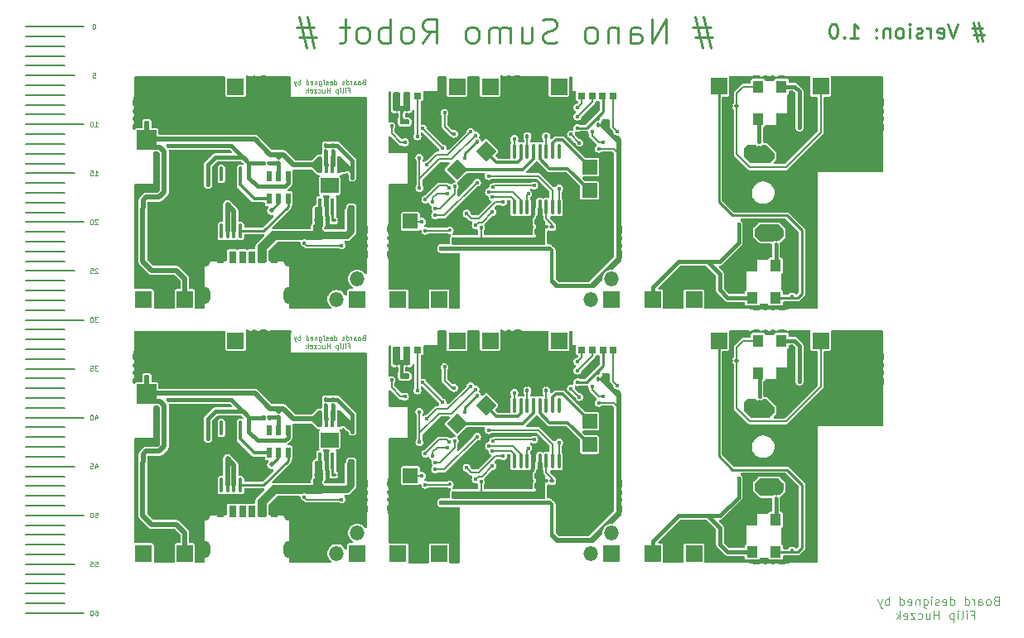
<source format=gbr>
%TF.GenerationSoftware,KiCad,Pcbnew,8.0.5*%
%TF.CreationDate,2024-11-09T23:01:36+01:00*%
%TF.ProjectId,NanoSumo_Mouse_Bites_Gerber_File,4e616e6f-5375-46d6-9f5f-4d6f7573655f,rev?*%
%TF.SameCoordinates,Original*%
%TF.FileFunction,Copper,L2,Bot*%
%TF.FilePolarity,Positive*%
%FSLAX46Y46*%
G04 Gerber Fmt 4.6, Leading zero omitted, Abs format (unit mm)*
G04 Created by KiCad (PCBNEW 8.0.5) date 2024-11-09 23:01:36*
%MOMM*%
%LPD*%
G01*
G04 APERTURE LIST*
G04 Aperture macros list*
%AMRoundRect*
0 Rectangle with rounded corners*
0 $1 Rounding radius*
0 $2 $3 $4 $5 $6 $7 $8 $9 X,Y pos of 4 corners*
0 Add a 4 corners polygon primitive as box body*
4,1,4,$2,$3,$4,$5,$6,$7,$8,$9,$2,$3,0*
0 Add four circle primitives for the rounded corners*
1,1,$1+$1,$2,$3*
1,1,$1+$1,$4,$5*
1,1,$1+$1,$6,$7*
1,1,$1+$1,$8,$9*
0 Add four rect primitives between the rounded corners*
20,1,$1+$1,$2,$3,$4,$5,0*
20,1,$1+$1,$4,$5,$6,$7,0*
20,1,$1+$1,$6,$7,$8,$9,0*
20,1,$1+$1,$8,$9,$2,$3,0*%
%AMRotRect*
0 Rectangle, with rotation*
0 The origin of the aperture is its center*
0 $1 length*
0 $2 width*
0 $3 Rotation angle, in degrees counterclockwise*
0 Add horizontal line*
21,1,$1,$2,0,0,$3*%
%AMFreePoly0*
4,1,5,0.182000,-0.831000,-0.182000,-0.831000,-0.182000,0.831000,0.182000,0.831000,0.182000,-0.831000,0.182000,-0.831000,$1*%
%AMFreePoly1*
4,1,5,0.900000,-0.750000,-0.900000,-0.750000,-0.900000,0.750000,0.900000,0.750000,0.900000,-0.750000,0.900000,-0.750000,$1*%
G04 Aperture macros list end*
%ADD10C,0.120000*%
%TA.AperFunction,NonConductor*%
%ADD11C,0.120000*%
%TD*%
%TA.AperFunction,NonConductor*%
%ADD12C,0.200000*%
%TD*%
%ADD13C,0.220000*%
%TA.AperFunction,NonConductor*%
%ADD14C,0.220000*%
%TD*%
%TA.AperFunction,ComponentPad*%
%ADD15O,1.500000X1.500000*%
%TD*%
%TA.AperFunction,ComponentPad*%
%ADD16R,1.700000X1.700000*%
%TD*%
%TA.AperFunction,SMDPad,CuDef*%
%ADD17R,0.725000X0.700000*%
%TD*%
%TA.AperFunction,SMDPad,CuDef*%
%ADD18R,1.100000X1.200000*%
%TD*%
%TA.AperFunction,SMDPad,CuDef*%
%ADD19RoundRect,0.100000X-0.100000X0.130000X-0.100000X-0.130000X0.100000X-0.130000X0.100000X0.130000X0*%
%TD*%
%TA.AperFunction,SMDPad,CuDef*%
%ADD20R,0.700000X1.200000*%
%TD*%
%TA.AperFunction,SMDPad,CuDef*%
%ADD21R,0.760000X1.200000*%
%TD*%
%TA.AperFunction,SMDPad,CuDef*%
%ADD22R,0.800000X1.200000*%
%TD*%
%TA.AperFunction,ComponentPad*%
%ADD23O,1.200000X1.800000*%
%TD*%
%TA.AperFunction,SMDPad,CuDef*%
%ADD24RoundRect,0.100000X0.100000X-0.130000X0.100000X0.130000X-0.100000X0.130000X-0.100000X-0.130000X0*%
%TD*%
%TA.AperFunction,SMDPad,CuDef*%
%ADD25RoundRect,0.100000X0.130000X0.100000X-0.130000X0.100000X-0.130000X-0.100000X0.130000X-0.100000X0*%
%TD*%
%TA.AperFunction,SMDPad,CuDef*%
%ADD26RoundRect,0.088250X-0.088250X-0.638750X0.088250X-0.638750X0.088250X0.638750X-0.088250X0.638750X0*%
%TD*%
%TA.AperFunction,SMDPad,CuDef*%
%ADD27R,1.500000X1.500000*%
%TD*%
%TA.AperFunction,SMDPad,CuDef*%
%ADD28RoundRect,0.100000X-0.021213X-0.162635X0.162635X0.021213X0.021213X0.162635X-0.162635X-0.021213X0*%
%TD*%
%TA.AperFunction,SMDPad,CuDef*%
%ADD29RoundRect,0.140000X-0.140000X-0.170000X0.140000X-0.170000X0.140000X0.170000X-0.140000X0.170000X0*%
%TD*%
%TA.AperFunction,SMDPad,CuDef*%
%ADD30RoundRect,0.100000X-0.100000X0.637500X-0.100000X-0.637500X0.100000X-0.637500X0.100000X0.637500X0*%
%TD*%
%TA.AperFunction,SMDPad,CuDef*%
%ADD31RotRect,1.500000X1.500000X225.000000*%
%TD*%
%TA.AperFunction,SMDPad,CuDef*%
%ADD32RoundRect,0.140000X0.140000X0.170000X-0.140000X0.170000X-0.140000X-0.170000X0.140000X-0.170000X0*%
%TD*%
%TA.AperFunction,SMDPad,CuDef*%
%ADD33RoundRect,0.100000X-0.130000X-0.100000X0.130000X-0.100000X0.130000X0.100000X-0.130000X0.100000X0*%
%TD*%
%TA.AperFunction,SMDPad,CuDef*%
%ADD34FreePoly0,180.000000*%
%TD*%
%TA.AperFunction,SMDPad,CuDef*%
%ADD35FreePoly1,180.000000*%
%TD*%
%TA.AperFunction,SMDPad,CuDef*%
%ADD36R,2.000000X2.000000*%
%TD*%
%TA.AperFunction,SMDPad,CuDef*%
%ADD37R,0.530860X1.071880*%
%TD*%
%TA.AperFunction,ViaPad*%
%ADD38C,0.400000*%
%TD*%
%TA.AperFunction,ViaPad*%
%ADD39C,0.350000*%
%TD*%
%TA.AperFunction,Conductor*%
%ADD40C,0.250000*%
%TD*%
%TA.AperFunction,Conductor*%
%ADD41C,0.400000*%
%TD*%
%TA.AperFunction,Conductor*%
%ADD42C,0.200000*%
%TD*%
%TA.AperFunction,Conductor*%
%ADD43C,0.450000*%
%TD*%
%TA.AperFunction,Conductor*%
%ADD44C,0.500000*%
%TD*%
%TA.AperFunction,Conductor*%
%ADD45C,0.300000*%
%TD*%
%TA.AperFunction,Conductor*%
%ADD46C,0.350000*%
%TD*%
G04 APERTURE END LIST*
D10*
D11*
X131658855Y-93286678D02*
X131587427Y-93310488D01*
X131587427Y-93310488D02*
X131563617Y-93334297D01*
X131563617Y-93334297D02*
X131539808Y-93381916D01*
X131539808Y-93381916D02*
X131539808Y-93453345D01*
X131539808Y-93453345D02*
X131563617Y-93500964D01*
X131563617Y-93500964D02*
X131587427Y-93524774D01*
X131587427Y-93524774D02*
X131635046Y-93548583D01*
X131635046Y-93548583D02*
X131825522Y-93548583D01*
X131825522Y-93548583D02*
X131825522Y-93048583D01*
X131825522Y-93048583D02*
X131658855Y-93048583D01*
X131658855Y-93048583D02*
X131611236Y-93072393D01*
X131611236Y-93072393D02*
X131587427Y-93096202D01*
X131587427Y-93096202D02*
X131563617Y-93143821D01*
X131563617Y-93143821D02*
X131563617Y-93191440D01*
X131563617Y-93191440D02*
X131587427Y-93239059D01*
X131587427Y-93239059D02*
X131611236Y-93262869D01*
X131611236Y-93262869D02*
X131658855Y-93286678D01*
X131658855Y-93286678D02*
X131825522Y-93286678D01*
X131254093Y-93548583D02*
X131301712Y-93524774D01*
X131301712Y-93524774D02*
X131325522Y-93500964D01*
X131325522Y-93500964D02*
X131349331Y-93453345D01*
X131349331Y-93453345D02*
X131349331Y-93310488D01*
X131349331Y-93310488D02*
X131325522Y-93262869D01*
X131325522Y-93262869D02*
X131301712Y-93239059D01*
X131301712Y-93239059D02*
X131254093Y-93215250D01*
X131254093Y-93215250D02*
X131182665Y-93215250D01*
X131182665Y-93215250D02*
X131135046Y-93239059D01*
X131135046Y-93239059D02*
X131111236Y-93262869D01*
X131111236Y-93262869D02*
X131087427Y-93310488D01*
X131087427Y-93310488D02*
X131087427Y-93453345D01*
X131087427Y-93453345D02*
X131111236Y-93500964D01*
X131111236Y-93500964D02*
X131135046Y-93524774D01*
X131135046Y-93524774D02*
X131182665Y-93548583D01*
X131182665Y-93548583D02*
X131254093Y-93548583D01*
X130658855Y-93548583D02*
X130658855Y-93286678D01*
X130658855Y-93286678D02*
X130682665Y-93239059D01*
X130682665Y-93239059D02*
X130730284Y-93215250D01*
X130730284Y-93215250D02*
X130825522Y-93215250D01*
X130825522Y-93215250D02*
X130873141Y-93239059D01*
X130658855Y-93524774D02*
X130706474Y-93548583D01*
X130706474Y-93548583D02*
X130825522Y-93548583D01*
X130825522Y-93548583D02*
X130873141Y-93524774D01*
X130873141Y-93524774D02*
X130896950Y-93477154D01*
X130896950Y-93477154D02*
X130896950Y-93429535D01*
X130896950Y-93429535D02*
X130873141Y-93381916D01*
X130873141Y-93381916D02*
X130825522Y-93358107D01*
X130825522Y-93358107D02*
X130706474Y-93358107D01*
X130706474Y-93358107D02*
X130658855Y-93334297D01*
X130420760Y-93548583D02*
X130420760Y-93215250D01*
X130420760Y-93310488D02*
X130396950Y-93262869D01*
X130396950Y-93262869D02*
X130373141Y-93239059D01*
X130373141Y-93239059D02*
X130325522Y-93215250D01*
X130325522Y-93215250D02*
X130277903Y-93215250D01*
X129896950Y-93548583D02*
X129896950Y-93048583D01*
X129896950Y-93524774D02*
X129944569Y-93548583D01*
X129944569Y-93548583D02*
X130039807Y-93548583D01*
X130039807Y-93548583D02*
X130087426Y-93524774D01*
X130087426Y-93524774D02*
X130111236Y-93500964D01*
X130111236Y-93500964D02*
X130135045Y-93453345D01*
X130135045Y-93453345D02*
X130135045Y-93310488D01*
X130135045Y-93310488D02*
X130111236Y-93262869D01*
X130111236Y-93262869D02*
X130087426Y-93239059D01*
X130087426Y-93239059D02*
X130039807Y-93215250D01*
X130039807Y-93215250D02*
X129944569Y-93215250D01*
X129944569Y-93215250D02*
X129896950Y-93239059D01*
X129682664Y-93524774D02*
X129635045Y-93548583D01*
X129635045Y-93548583D02*
X129539807Y-93548583D01*
X129539807Y-93548583D02*
X129492188Y-93524774D01*
X129492188Y-93524774D02*
X129468379Y-93477154D01*
X129468379Y-93477154D02*
X129468379Y-93453345D01*
X129468379Y-93453345D02*
X129492188Y-93405726D01*
X129492188Y-93405726D02*
X129539807Y-93381916D01*
X129539807Y-93381916D02*
X129611236Y-93381916D01*
X129611236Y-93381916D02*
X129658855Y-93358107D01*
X129658855Y-93358107D02*
X129682664Y-93310488D01*
X129682664Y-93310488D02*
X129682664Y-93286678D01*
X129682664Y-93286678D02*
X129658855Y-93239059D01*
X129658855Y-93239059D02*
X129611236Y-93215250D01*
X129611236Y-93215250D02*
X129539807Y-93215250D01*
X129539807Y-93215250D02*
X129492188Y-93239059D01*
X128658855Y-93548583D02*
X128658855Y-93048583D01*
X128658855Y-93524774D02*
X128706474Y-93548583D01*
X128706474Y-93548583D02*
X128801712Y-93548583D01*
X128801712Y-93548583D02*
X128849331Y-93524774D01*
X128849331Y-93524774D02*
X128873141Y-93500964D01*
X128873141Y-93500964D02*
X128896950Y-93453345D01*
X128896950Y-93453345D02*
X128896950Y-93310488D01*
X128896950Y-93310488D02*
X128873141Y-93262869D01*
X128873141Y-93262869D02*
X128849331Y-93239059D01*
X128849331Y-93239059D02*
X128801712Y-93215250D01*
X128801712Y-93215250D02*
X128706474Y-93215250D01*
X128706474Y-93215250D02*
X128658855Y-93239059D01*
X128230284Y-93524774D02*
X128277903Y-93548583D01*
X128277903Y-93548583D02*
X128373141Y-93548583D01*
X128373141Y-93548583D02*
X128420760Y-93524774D01*
X128420760Y-93524774D02*
X128444569Y-93477154D01*
X128444569Y-93477154D02*
X128444569Y-93286678D01*
X128444569Y-93286678D02*
X128420760Y-93239059D01*
X128420760Y-93239059D02*
X128373141Y-93215250D01*
X128373141Y-93215250D02*
X128277903Y-93215250D01*
X128277903Y-93215250D02*
X128230284Y-93239059D01*
X128230284Y-93239059D02*
X128206474Y-93286678D01*
X128206474Y-93286678D02*
X128206474Y-93334297D01*
X128206474Y-93334297D02*
X128444569Y-93381916D01*
X128015998Y-93524774D02*
X127968379Y-93548583D01*
X127968379Y-93548583D02*
X127873141Y-93548583D01*
X127873141Y-93548583D02*
X127825522Y-93524774D01*
X127825522Y-93524774D02*
X127801713Y-93477154D01*
X127801713Y-93477154D02*
X127801713Y-93453345D01*
X127801713Y-93453345D02*
X127825522Y-93405726D01*
X127825522Y-93405726D02*
X127873141Y-93381916D01*
X127873141Y-93381916D02*
X127944570Y-93381916D01*
X127944570Y-93381916D02*
X127992189Y-93358107D01*
X127992189Y-93358107D02*
X128015998Y-93310488D01*
X128015998Y-93310488D02*
X128015998Y-93286678D01*
X128015998Y-93286678D02*
X127992189Y-93239059D01*
X127992189Y-93239059D02*
X127944570Y-93215250D01*
X127944570Y-93215250D02*
X127873141Y-93215250D01*
X127873141Y-93215250D02*
X127825522Y-93239059D01*
X127587427Y-93548583D02*
X127587427Y-93215250D01*
X127587427Y-93048583D02*
X127611236Y-93072393D01*
X127611236Y-93072393D02*
X127587427Y-93096202D01*
X127587427Y-93096202D02*
X127563617Y-93072393D01*
X127563617Y-93072393D02*
X127587427Y-93048583D01*
X127587427Y-93048583D02*
X127587427Y-93096202D01*
X127135046Y-93215250D02*
X127135046Y-93620012D01*
X127135046Y-93620012D02*
X127158856Y-93667631D01*
X127158856Y-93667631D02*
X127182665Y-93691440D01*
X127182665Y-93691440D02*
X127230284Y-93715250D01*
X127230284Y-93715250D02*
X127301713Y-93715250D01*
X127301713Y-93715250D02*
X127349332Y-93691440D01*
X127135046Y-93524774D02*
X127182665Y-93548583D01*
X127182665Y-93548583D02*
X127277903Y-93548583D01*
X127277903Y-93548583D02*
X127325522Y-93524774D01*
X127325522Y-93524774D02*
X127349332Y-93500964D01*
X127349332Y-93500964D02*
X127373141Y-93453345D01*
X127373141Y-93453345D02*
X127373141Y-93310488D01*
X127373141Y-93310488D02*
X127349332Y-93262869D01*
X127349332Y-93262869D02*
X127325522Y-93239059D01*
X127325522Y-93239059D02*
X127277903Y-93215250D01*
X127277903Y-93215250D02*
X127182665Y-93215250D01*
X127182665Y-93215250D02*
X127135046Y-93239059D01*
X126896951Y-93215250D02*
X126896951Y-93548583D01*
X126896951Y-93262869D02*
X126873141Y-93239059D01*
X126873141Y-93239059D02*
X126825522Y-93215250D01*
X126825522Y-93215250D02*
X126754094Y-93215250D01*
X126754094Y-93215250D02*
X126706475Y-93239059D01*
X126706475Y-93239059D02*
X126682665Y-93286678D01*
X126682665Y-93286678D02*
X126682665Y-93548583D01*
X126254094Y-93524774D02*
X126301713Y-93548583D01*
X126301713Y-93548583D02*
X126396951Y-93548583D01*
X126396951Y-93548583D02*
X126444570Y-93524774D01*
X126444570Y-93524774D02*
X126468379Y-93477154D01*
X126468379Y-93477154D02*
X126468379Y-93286678D01*
X126468379Y-93286678D02*
X126444570Y-93239059D01*
X126444570Y-93239059D02*
X126396951Y-93215250D01*
X126396951Y-93215250D02*
X126301713Y-93215250D01*
X126301713Y-93215250D02*
X126254094Y-93239059D01*
X126254094Y-93239059D02*
X126230284Y-93286678D01*
X126230284Y-93286678D02*
X126230284Y-93334297D01*
X126230284Y-93334297D02*
X126468379Y-93381916D01*
X125801713Y-93548583D02*
X125801713Y-93048583D01*
X125801713Y-93524774D02*
X125849332Y-93548583D01*
X125849332Y-93548583D02*
X125944570Y-93548583D01*
X125944570Y-93548583D02*
X125992189Y-93524774D01*
X125992189Y-93524774D02*
X126015999Y-93500964D01*
X126015999Y-93500964D02*
X126039808Y-93453345D01*
X126039808Y-93453345D02*
X126039808Y-93310488D01*
X126039808Y-93310488D02*
X126015999Y-93262869D01*
X126015999Y-93262869D02*
X125992189Y-93239059D01*
X125992189Y-93239059D02*
X125944570Y-93215250D01*
X125944570Y-93215250D02*
X125849332Y-93215250D01*
X125849332Y-93215250D02*
X125801713Y-93239059D01*
X125182666Y-93548583D02*
X125182666Y-93048583D01*
X125182666Y-93239059D02*
X125135047Y-93215250D01*
X125135047Y-93215250D02*
X125039809Y-93215250D01*
X125039809Y-93215250D02*
X124992190Y-93239059D01*
X124992190Y-93239059D02*
X124968380Y-93262869D01*
X124968380Y-93262869D02*
X124944571Y-93310488D01*
X124944571Y-93310488D02*
X124944571Y-93453345D01*
X124944571Y-93453345D02*
X124968380Y-93500964D01*
X124968380Y-93500964D02*
X124992190Y-93524774D01*
X124992190Y-93524774D02*
X125039809Y-93548583D01*
X125039809Y-93548583D02*
X125135047Y-93548583D01*
X125135047Y-93548583D02*
X125182666Y-93524774D01*
X124777904Y-93215250D02*
X124658856Y-93548583D01*
X124539809Y-93215250D02*
X124658856Y-93548583D01*
X124658856Y-93548583D02*
X124706475Y-93667631D01*
X124706475Y-93667631D02*
X124730285Y-93691440D01*
X124730285Y-93691440D02*
X124777904Y-93715250D01*
X130051713Y-94091650D02*
X130218380Y-94091650D01*
X130218380Y-94353555D02*
X130218380Y-93853555D01*
X130218380Y-93853555D02*
X129980285Y-93853555D01*
X129789809Y-94353555D02*
X129789809Y-94020222D01*
X129789809Y-93853555D02*
X129813618Y-93877365D01*
X129813618Y-93877365D02*
X129789809Y-93901174D01*
X129789809Y-93901174D02*
X129765999Y-93877365D01*
X129765999Y-93877365D02*
X129789809Y-93853555D01*
X129789809Y-93853555D02*
X129789809Y-93901174D01*
X129480285Y-94353555D02*
X129527904Y-94329746D01*
X129527904Y-94329746D02*
X129551714Y-94282126D01*
X129551714Y-94282126D02*
X129551714Y-93853555D01*
X129289809Y-94353555D02*
X129289809Y-94020222D01*
X129289809Y-93853555D02*
X129313618Y-93877365D01*
X129313618Y-93877365D02*
X129289809Y-93901174D01*
X129289809Y-93901174D02*
X129265999Y-93877365D01*
X129265999Y-93877365D02*
X129289809Y-93853555D01*
X129289809Y-93853555D02*
X129289809Y-93901174D01*
X129051714Y-94020222D02*
X129051714Y-94520222D01*
X129051714Y-94044031D02*
X129004095Y-94020222D01*
X129004095Y-94020222D02*
X128908857Y-94020222D01*
X128908857Y-94020222D02*
X128861238Y-94044031D01*
X128861238Y-94044031D02*
X128837428Y-94067841D01*
X128837428Y-94067841D02*
X128813619Y-94115460D01*
X128813619Y-94115460D02*
X128813619Y-94258317D01*
X128813619Y-94258317D02*
X128837428Y-94305936D01*
X128837428Y-94305936D02*
X128861238Y-94329746D01*
X128861238Y-94329746D02*
X128908857Y-94353555D01*
X128908857Y-94353555D02*
X129004095Y-94353555D01*
X129004095Y-94353555D02*
X129051714Y-94329746D01*
X128218381Y-94353555D02*
X128218381Y-93853555D01*
X128218381Y-94091650D02*
X127932667Y-94091650D01*
X127932667Y-94353555D02*
X127932667Y-93853555D01*
X127480285Y-94020222D02*
X127480285Y-94353555D01*
X127694571Y-94020222D02*
X127694571Y-94282126D01*
X127694571Y-94282126D02*
X127670761Y-94329746D01*
X127670761Y-94329746D02*
X127623142Y-94353555D01*
X127623142Y-94353555D02*
X127551714Y-94353555D01*
X127551714Y-94353555D02*
X127504095Y-94329746D01*
X127504095Y-94329746D02*
X127480285Y-94305936D01*
X127027904Y-94329746D02*
X127075523Y-94353555D01*
X127075523Y-94353555D02*
X127170761Y-94353555D01*
X127170761Y-94353555D02*
X127218380Y-94329746D01*
X127218380Y-94329746D02*
X127242190Y-94305936D01*
X127242190Y-94305936D02*
X127265999Y-94258317D01*
X127265999Y-94258317D02*
X127265999Y-94115460D01*
X127265999Y-94115460D02*
X127242190Y-94067841D01*
X127242190Y-94067841D02*
X127218380Y-94044031D01*
X127218380Y-94044031D02*
X127170761Y-94020222D01*
X127170761Y-94020222D02*
X127075523Y-94020222D01*
X127075523Y-94020222D02*
X127027904Y-94044031D01*
X126861238Y-94020222D02*
X126599333Y-94020222D01*
X126599333Y-94020222D02*
X126861238Y-94353555D01*
X126861238Y-94353555D02*
X126599333Y-94353555D01*
X126218381Y-94329746D02*
X126266000Y-94353555D01*
X126266000Y-94353555D02*
X126361238Y-94353555D01*
X126361238Y-94353555D02*
X126408857Y-94329746D01*
X126408857Y-94329746D02*
X126432666Y-94282126D01*
X126432666Y-94282126D02*
X126432666Y-94091650D01*
X126432666Y-94091650D02*
X126408857Y-94044031D01*
X126408857Y-94044031D02*
X126361238Y-94020222D01*
X126361238Y-94020222D02*
X126266000Y-94020222D01*
X126266000Y-94020222D02*
X126218381Y-94044031D01*
X126218381Y-94044031D02*
X126194571Y-94091650D01*
X126194571Y-94091650D02*
X126194571Y-94139269D01*
X126194571Y-94139269D02*
X126432666Y-94186888D01*
X125980286Y-94353555D02*
X125980286Y-93853555D01*
X125932667Y-94163079D02*
X125789810Y-94353555D01*
X125789810Y-94020222D02*
X125980286Y-94210698D01*
D10*
D11*
X131658855Y-67124678D02*
X131587427Y-67148488D01*
X131587427Y-67148488D02*
X131563617Y-67172297D01*
X131563617Y-67172297D02*
X131539808Y-67219916D01*
X131539808Y-67219916D02*
X131539808Y-67291345D01*
X131539808Y-67291345D02*
X131563617Y-67338964D01*
X131563617Y-67338964D02*
X131587427Y-67362774D01*
X131587427Y-67362774D02*
X131635046Y-67386583D01*
X131635046Y-67386583D02*
X131825522Y-67386583D01*
X131825522Y-67386583D02*
X131825522Y-66886583D01*
X131825522Y-66886583D02*
X131658855Y-66886583D01*
X131658855Y-66886583D02*
X131611236Y-66910393D01*
X131611236Y-66910393D02*
X131587427Y-66934202D01*
X131587427Y-66934202D02*
X131563617Y-66981821D01*
X131563617Y-66981821D02*
X131563617Y-67029440D01*
X131563617Y-67029440D02*
X131587427Y-67077059D01*
X131587427Y-67077059D02*
X131611236Y-67100869D01*
X131611236Y-67100869D02*
X131658855Y-67124678D01*
X131658855Y-67124678D02*
X131825522Y-67124678D01*
X131254093Y-67386583D02*
X131301712Y-67362774D01*
X131301712Y-67362774D02*
X131325522Y-67338964D01*
X131325522Y-67338964D02*
X131349331Y-67291345D01*
X131349331Y-67291345D02*
X131349331Y-67148488D01*
X131349331Y-67148488D02*
X131325522Y-67100869D01*
X131325522Y-67100869D02*
X131301712Y-67077059D01*
X131301712Y-67077059D02*
X131254093Y-67053250D01*
X131254093Y-67053250D02*
X131182665Y-67053250D01*
X131182665Y-67053250D02*
X131135046Y-67077059D01*
X131135046Y-67077059D02*
X131111236Y-67100869D01*
X131111236Y-67100869D02*
X131087427Y-67148488D01*
X131087427Y-67148488D02*
X131087427Y-67291345D01*
X131087427Y-67291345D02*
X131111236Y-67338964D01*
X131111236Y-67338964D02*
X131135046Y-67362774D01*
X131135046Y-67362774D02*
X131182665Y-67386583D01*
X131182665Y-67386583D02*
X131254093Y-67386583D01*
X130658855Y-67386583D02*
X130658855Y-67124678D01*
X130658855Y-67124678D02*
X130682665Y-67077059D01*
X130682665Y-67077059D02*
X130730284Y-67053250D01*
X130730284Y-67053250D02*
X130825522Y-67053250D01*
X130825522Y-67053250D02*
X130873141Y-67077059D01*
X130658855Y-67362774D02*
X130706474Y-67386583D01*
X130706474Y-67386583D02*
X130825522Y-67386583D01*
X130825522Y-67386583D02*
X130873141Y-67362774D01*
X130873141Y-67362774D02*
X130896950Y-67315154D01*
X130896950Y-67315154D02*
X130896950Y-67267535D01*
X130896950Y-67267535D02*
X130873141Y-67219916D01*
X130873141Y-67219916D02*
X130825522Y-67196107D01*
X130825522Y-67196107D02*
X130706474Y-67196107D01*
X130706474Y-67196107D02*
X130658855Y-67172297D01*
X130420760Y-67386583D02*
X130420760Y-67053250D01*
X130420760Y-67148488D02*
X130396950Y-67100869D01*
X130396950Y-67100869D02*
X130373141Y-67077059D01*
X130373141Y-67077059D02*
X130325522Y-67053250D01*
X130325522Y-67053250D02*
X130277903Y-67053250D01*
X129896950Y-67386583D02*
X129896950Y-66886583D01*
X129896950Y-67362774D02*
X129944569Y-67386583D01*
X129944569Y-67386583D02*
X130039807Y-67386583D01*
X130039807Y-67386583D02*
X130087426Y-67362774D01*
X130087426Y-67362774D02*
X130111236Y-67338964D01*
X130111236Y-67338964D02*
X130135045Y-67291345D01*
X130135045Y-67291345D02*
X130135045Y-67148488D01*
X130135045Y-67148488D02*
X130111236Y-67100869D01*
X130111236Y-67100869D02*
X130087426Y-67077059D01*
X130087426Y-67077059D02*
X130039807Y-67053250D01*
X130039807Y-67053250D02*
X129944569Y-67053250D01*
X129944569Y-67053250D02*
X129896950Y-67077059D01*
X129682664Y-67362774D02*
X129635045Y-67386583D01*
X129635045Y-67386583D02*
X129539807Y-67386583D01*
X129539807Y-67386583D02*
X129492188Y-67362774D01*
X129492188Y-67362774D02*
X129468379Y-67315154D01*
X129468379Y-67315154D02*
X129468379Y-67291345D01*
X129468379Y-67291345D02*
X129492188Y-67243726D01*
X129492188Y-67243726D02*
X129539807Y-67219916D01*
X129539807Y-67219916D02*
X129611236Y-67219916D01*
X129611236Y-67219916D02*
X129658855Y-67196107D01*
X129658855Y-67196107D02*
X129682664Y-67148488D01*
X129682664Y-67148488D02*
X129682664Y-67124678D01*
X129682664Y-67124678D02*
X129658855Y-67077059D01*
X129658855Y-67077059D02*
X129611236Y-67053250D01*
X129611236Y-67053250D02*
X129539807Y-67053250D01*
X129539807Y-67053250D02*
X129492188Y-67077059D01*
X128658855Y-67386583D02*
X128658855Y-66886583D01*
X128658855Y-67362774D02*
X128706474Y-67386583D01*
X128706474Y-67386583D02*
X128801712Y-67386583D01*
X128801712Y-67386583D02*
X128849331Y-67362774D01*
X128849331Y-67362774D02*
X128873141Y-67338964D01*
X128873141Y-67338964D02*
X128896950Y-67291345D01*
X128896950Y-67291345D02*
X128896950Y-67148488D01*
X128896950Y-67148488D02*
X128873141Y-67100869D01*
X128873141Y-67100869D02*
X128849331Y-67077059D01*
X128849331Y-67077059D02*
X128801712Y-67053250D01*
X128801712Y-67053250D02*
X128706474Y-67053250D01*
X128706474Y-67053250D02*
X128658855Y-67077059D01*
X128230284Y-67362774D02*
X128277903Y-67386583D01*
X128277903Y-67386583D02*
X128373141Y-67386583D01*
X128373141Y-67386583D02*
X128420760Y-67362774D01*
X128420760Y-67362774D02*
X128444569Y-67315154D01*
X128444569Y-67315154D02*
X128444569Y-67124678D01*
X128444569Y-67124678D02*
X128420760Y-67077059D01*
X128420760Y-67077059D02*
X128373141Y-67053250D01*
X128373141Y-67053250D02*
X128277903Y-67053250D01*
X128277903Y-67053250D02*
X128230284Y-67077059D01*
X128230284Y-67077059D02*
X128206474Y-67124678D01*
X128206474Y-67124678D02*
X128206474Y-67172297D01*
X128206474Y-67172297D02*
X128444569Y-67219916D01*
X128015998Y-67362774D02*
X127968379Y-67386583D01*
X127968379Y-67386583D02*
X127873141Y-67386583D01*
X127873141Y-67386583D02*
X127825522Y-67362774D01*
X127825522Y-67362774D02*
X127801713Y-67315154D01*
X127801713Y-67315154D02*
X127801713Y-67291345D01*
X127801713Y-67291345D02*
X127825522Y-67243726D01*
X127825522Y-67243726D02*
X127873141Y-67219916D01*
X127873141Y-67219916D02*
X127944570Y-67219916D01*
X127944570Y-67219916D02*
X127992189Y-67196107D01*
X127992189Y-67196107D02*
X128015998Y-67148488D01*
X128015998Y-67148488D02*
X128015998Y-67124678D01*
X128015998Y-67124678D02*
X127992189Y-67077059D01*
X127992189Y-67077059D02*
X127944570Y-67053250D01*
X127944570Y-67053250D02*
X127873141Y-67053250D01*
X127873141Y-67053250D02*
X127825522Y-67077059D01*
X127587427Y-67386583D02*
X127587427Y-67053250D01*
X127587427Y-66886583D02*
X127611236Y-66910393D01*
X127611236Y-66910393D02*
X127587427Y-66934202D01*
X127587427Y-66934202D02*
X127563617Y-66910393D01*
X127563617Y-66910393D02*
X127587427Y-66886583D01*
X127587427Y-66886583D02*
X127587427Y-66934202D01*
X127135046Y-67053250D02*
X127135046Y-67458012D01*
X127135046Y-67458012D02*
X127158856Y-67505631D01*
X127158856Y-67505631D02*
X127182665Y-67529440D01*
X127182665Y-67529440D02*
X127230284Y-67553250D01*
X127230284Y-67553250D02*
X127301713Y-67553250D01*
X127301713Y-67553250D02*
X127349332Y-67529440D01*
X127135046Y-67362774D02*
X127182665Y-67386583D01*
X127182665Y-67386583D02*
X127277903Y-67386583D01*
X127277903Y-67386583D02*
X127325522Y-67362774D01*
X127325522Y-67362774D02*
X127349332Y-67338964D01*
X127349332Y-67338964D02*
X127373141Y-67291345D01*
X127373141Y-67291345D02*
X127373141Y-67148488D01*
X127373141Y-67148488D02*
X127349332Y-67100869D01*
X127349332Y-67100869D02*
X127325522Y-67077059D01*
X127325522Y-67077059D02*
X127277903Y-67053250D01*
X127277903Y-67053250D02*
X127182665Y-67053250D01*
X127182665Y-67053250D02*
X127135046Y-67077059D01*
X126896951Y-67053250D02*
X126896951Y-67386583D01*
X126896951Y-67100869D02*
X126873141Y-67077059D01*
X126873141Y-67077059D02*
X126825522Y-67053250D01*
X126825522Y-67053250D02*
X126754094Y-67053250D01*
X126754094Y-67053250D02*
X126706475Y-67077059D01*
X126706475Y-67077059D02*
X126682665Y-67124678D01*
X126682665Y-67124678D02*
X126682665Y-67386583D01*
X126254094Y-67362774D02*
X126301713Y-67386583D01*
X126301713Y-67386583D02*
X126396951Y-67386583D01*
X126396951Y-67386583D02*
X126444570Y-67362774D01*
X126444570Y-67362774D02*
X126468379Y-67315154D01*
X126468379Y-67315154D02*
X126468379Y-67124678D01*
X126468379Y-67124678D02*
X126444570Y-67077059D01*
X126444570Y-67077059D02*
X126396951Y-67053250D01*
X126396951Y-67053250D02*
X126301713Y-67053250D01*
X126301713Y-67053250D02*
X126254094Y-67077059D01*
X126254094Y-67077059D02*
X126230284Y-67124678D01*
X126230284Y-67124678D02*
X126230284Y-67172297D01*
X126230284Y-67172297D02*
X126468379Y-67219916D01*
X125801713Y-67386583D02*
X125801713Y-66886583D01*
X125801713Y-67362774D02*
X125849332Y-67386583D01*
X125849332Y-67386583D02*
X125944570Y-67386583D01*
X125944570Y-67386583D02*
X125992189Y-67362774D01*
X125992189Y-67362774D02*
X126015999Y-67338964D01*
X126015999Y-67338964D02*
X126039808Y-67291345D01*
X126039808Y-67291345D02*
X126039808Y-67148488D01*
X126039808Y-67148488D02*
X126015999Y-67100869D01*
X126015999Y-67100869D02*
X125992189Y-67077059D01*
X125992189Y-67077059D02*
X125944570Y-67053250D01*
X125944570Y-67053250D02*
X125849332Y-67053250D01*
X125849332Y-67053250D02*
X125801713Y-67077059D01*
X125182666Y-67386583D02*
X125182666Y-66886583D01*
X125182666Y-67077059D02*
X125135047Y-67053250D01*
X125135047Y-67053250D02*
X125039809Y-67053250D01*
X125039809Y-67053250D02*
X124992190Y-67077059D01*
X124992190Y-67077059D02*
X124968380Y-67100869D01*
X124968380Y-67100869D02*
X124944571Y-67148488D01*
X124944571Y-67148488D02*
X124944571Y-67291345D01*
X124944571Y-67291345D02*
X124968380Y-67338964D01*
X124968380Y-67338964D02*
X124992190Y-67362774D01*
X124992190Y-67362774D02*
X125039809Y-67386583D01*
X125039809Y-67386583D02*
X125135047Y-67386583D01*
X125135047Y-67386583D02*
X125182666Y-67362774D01*
X124777904Y-67053250D02*
X124658856Y-67386583D01*
X124539809Y-67053250D02*
X124658856Y-67386583D01*
X124658856Y-67386583D02*
X124706475Y-67505631D01*
X124706475Y-67505631D02*
X124730285Y-67529440D01*
X124730285Y-67529440D02*
X124777904Y-67553250D01*
X130051713Y-67929650D02*
X130218380Y-67929650D01*
X130218380Y-68191555D02*
X130218380Y-67691555D01*
X130218380Y-67691555D02*
X129980285Y-67691555D01*
X129789809Y-68191555D02*
X129789809Y-67858222D01*
X129789809Y-67691555D02*
X129813618Y-67715365D01*
X129813618Y-67715365D02*
X129789809Y-67739174D01*
X129789809Y-67739174D02*
X129765999Y-67715365D01*
X129765999Y-67715365D02*
X129789809Y-67691555D01*
X129789809Y-67691555D02*
X129789809Y-67739174D01*
X129480285Y-68191555D02*
X129527904Y-68167746D01*
X129527904Y-68167746D02*
X129551714Y-68120126D01*
X129551714Y-68120126D02*
X129551714Y-67691555D01*
X129289809Y-68191555D02*
X129289809Y-67858222D01*
X129289809Y-67691555D02*
X129313618Y-67715365D01*
X129313618Y-67715365D02*
X129289809Y-67739174D01*
X129289809Y-67739174D02*
X129265999Y-67715365D01*
X129265999Y-67715365D02*
X129289809Y-67691555D01*
X129289809Y-67691555D02*
X129289809Y-67739174D01*
X129051714Y-67858222D02*
X129051714Y-68358222D01*
X129051714Y-67882031D02*
X129004095Y-67858222D01*
X129004095Y-67858222D02*
X128908857Y-67858222D01*
X128908857Y-67858222D02*
X128861238Y-67882031D01*
X128861238Y-67882031D02*
X128837428Y-67905841D01*
X128837428Y-67905841D02*
X128813619Y-67953460D01*
X128813619Y-67953460D02*
X128813619Y-68096317D01*
X128813619Y-68096317D02*
X128837428Y-68143936D01*
X128837428Y-68143936D02*
X128861238Y-68167746D01*
X128861238Y-68167746D02*
X128908857Y-68191555D01*
X128908857Y-68191555D02*
X129004095Y-68191555D01*
X129004095Y-68191555D02*
X129051714Y-68167746D01*
X128218381Y-68191555D02*
X128218381Y-67691555D01*
X128218381Y-67929650D02*
X127932667Y-67929650D01*
X127932667Y-68191555D02*
X127932667Y-67691555D01*
X127480285Y-67858222D02*
X127480285Y-68191555D01*
X127694571Y-67858222D02*
X127694571Y-68120126D01*
X127694571Y-68120126D02*
X127670761Y-68167746D01*
X127670761Y-68167746D02*
X127623142Y-68191555D01*
X127623142Y-68191555D02*
X127551714Y-68191555D01*
X127551714Y-68191555D02*
X127504095Y-68167746D01*
X127504095Y-68167746D02*
X127480285Y-68143936D01*
X127027904Y-68167746D02*
X127075523Y-68191555D01*
X127075523Y-68191555D02*
X127170761Y-68191555D01*
X127170761Y-68191555D02*
X127218380Y-68167746D01*
X127218380Y-68167746D02*
X127242190Y-68143936D01*
X127242190Y-68143936D02*
X127265999Y-68096317D01*
X127265999Y-68096317D02*
X127265999Y-67953460D01*
X127265999Y-67953460D02*
X127242190Y-67905841D01*
X127242190Y-67905841D02*
X127218380Y-67882031D01*
X127218380Y-67882031D02*
X127170761Y-67858222D01*
X127170761Y-67858222D02*
X127075523Y-67858222D01*
X127075523Y-67858222D02*
X127027904Y-67882031D01*
X126861238Y-67858222D02*
X126599333Y-67858222D01*
X126599333Y-67858222D02*
X126861238Y-68191555D01*
X126861238Y-68191555D02*
X126599333Y-68191555D01*
X126218381Y-68167746D02*
X126266000Y-68191555D01*
X126266000Y-68191555D02*
X126361238Y-68191555D01*
X126361238Y-68191555D02*
X126408857Y-68167746D01*
X126408857Y-68167746D02*
X126432666Y-68120126D01*
X126432666Y-68120126D02*
X126432666Y-67929650D01*
X126432666Y-67929650D02*
X126408857Y-67882031D01*
X126408857Y-67882031D02*
X126361238Y-67858222D01*
X126361238Y-67858222D02*
X126266000Y-67858222D01*
X126266000Y-67858222D02*
X126218381Y-67882031D01*
X126218381Y-67882031D02*
X126194571Y-67929650D01*
X126194571Y-67929650D02*
X126194571Y-67977269D01*
X126194571Y-67977269D02*
X126432666Y-68024888D01*
X125980286Y-68191555D02*
X125980286Y-67691555D01*
X125932667Y-68001079D02*
X125789810Y-68191555D01*
X125789810Y-67858222D02*
X125980286Y-68048698D01*
D12*
X97104000Y-90444000D02*
X101104000Y-90444000D01*
X97104000Y-109444000D02*
X101104000Y-109444000D01*
X97104000Y-82444000D02*
X101104000Y-82444000D01*
X97104000Y-107444000D02*
X101104000Y-107444000D01*
X97104000Y-65444000D02*
X101104000Y-65444000D01*
X97104000Y-95444000D02*
X101104000Y-95444000D01*
X97104000Y-120444000D02*
X101104000Y-120444000D01*
X97104000Y-78444000D02*
X101104000Y-78444000D01*
X97104000Y-80444000D02*
X101104000Y-80444000D01*
X97104000Y-106444000D02*
X102104000Y-106444000D01*
X97104000Y-69444000D02*
X101104000Y-69444000D01*
X97104000Y-72444000D02*
X101104000Y-72444000D01*
X97104000Y-94444000D02*
X101104000Y-94444000D01*
X97104000Y-76444000D02*
X102104000Y-76444000D01*
X97104000Y-71444000D02*
X103104000Y-71444000D01*
X97104000Y-100444000D02*
X101104000Y-100444000D01*
X97104000Y-83444000D02*
X101104000Y-83444000D01*
X97104000Y-75444000D02*
X101104000Y-75444000D01*
X97104000Y-74444000D02*
X101104000Y-74444000D01*
X97104000Y-68444000D02*
X101104000Y-68444000D01*
X97104000Y-84444000D02*
X101104000Y-84444000D01*
X97104000Y-73444000D02*
X101104000Y-73444000D01*
X97104000Y-108444000D02*
X101104000Y-108444000D01*
X97104000Y-88444000D02*
X101104000Y-88444000D01*
X97104000Y-118444000D02*
X101104000Y-118444000D01*
X97104000Y-111444000D02*
X103104000Y-111444000D01*
X97104000Y-119444000D02*
X101104000Y-119444000D01*
X97104000Y-99444000D02*
X101104000Y-99444000D01*
X97104000Y-104444000D02*
X101104000Y-104444000D01*
X97104000Y-101444000D02*
X103104000Y-101444000D01*
X97104000Y-93444000D02*
X101104000Y-93444000D01*
X97104000Y-91444000D02*
X103104000Y-91444000D01*
X97104000Y-103444000D02*
X101104000Y-103444000D01*
X97104000Y-64444000D02*
X101104000Y-64444000D01*
X97104000Y-115444000D02*
X101104000Y-115444000D01*
X97104000Y-87444000D02*
X101104000Y-87444000D01*
X97104000Y-102444000D02*
X101104000Y-102444000D01*
X97104000Y-110444000D02*
X101104000Y-110444000D01*
X97104000Y-97444000D02*
X101104000Y-97444000D01*
X97104000Y-114444000D02*
X101104000Y-114444000D01*
X97104000Y-96444000D02*
X102104000Y-96444000D01*
X97104000Y-98444000D02*
X101104000Y-98444000D01*
X97104000Y-92444000D02*
X101104000Y-92444000D01*
X97104000Y-81444000D02*
X103104000Y-81444000D01*
X97104000Y-77444000D02*
X101104000Y-77444000D01*
X97104000Y-61444000D02*
X103104000Y-61444000D01*
X97104000Y-67444000D02*
X101104000Y-67444000D01*
X97104000Y-113444000D02*
X101104000Y-113444000D01*
X97104000Y-62444000D02*
X101104000Y-62444000D01*
X97104000Y-85444000D02*
X101104000Y-85444000D01*
X97104000Y-116444000D02*
X102104000Y-116444000D01*
X97104000Y-70444000D02*
X101104000Y-70444000D01*
X97104000Y-66444000D02*
X102104000Y-66444000D01*
X97104000Y-86444000D02*
X102104000Y-86444000D01*
X97104000Y-121444000D02*
X103104000Y-121444000D01*
X97104000Y-89444000D02*
X101104000Y-89444000D01*
X97104000Y-112444000D02*
X101104000Y-112444000D01*
X97104000Y-63444000D02*
X101104000Y-63444000D01*
X97104000Y-105444000D02*
X101104000Y-105444000D01*
X97104000Y-117444000D02*
X101104000Y-117444000D01*
X97104000Y-79444000D02*
X101104000Y-79444000D01*
D10*
D11*
X104484951Y-81216688D02*
X104461142Y-81192879D01*
X104461142Y-81192879D02*
X104413523Y-81169069D01*
X104413523Y-81169069D02*
X104294475Y-81169069D01*
X104294475Y-81169069D02*
X104246856Y-81192879D01*
X104246856Y-81192879D02*
X104223047Y-81216688D01*
X104223047Y-81216688D02*
X104199237Y-81264307D01*
X104199237Y-81264307D02*
X104199237Y-81311926D01*
X104199237Y-81311926D02*
X104223047Y-81383355D01*
X104223047Y-81383355D02*
X104508761Y-81669069D01*
X104508761Y-81669069D02*
X104199237Y-81669069D01*
X103889714Y-81169069D02*
X103842095Y-81169069D01*
X103842095Y-81169069D02*
X103794476Y-81192879D01*
X103794476Y-81192879D02*
X103770666Y-81216688D01*
X103770666Y-81216688D02*
X103746857Y-81264307D01*
X103746857Y-81264307D02*
X103723047Y-81359545D01*
X103723047Y-81359545D02*
X103723047Y-81478593D01*
X103723047Y-81478593D02*
X103746857Y-81573831D01*
X103746857Y-81573831D02*
X103770666Y-81621450D01*
X103770666Y-81621450D02*
X103794476Y-81645260D01*
X103794476Y-81645260D02*
X103842095Y-81669069D01*
X103842095Y-81669069D02*
X103889714Y-81669069D01*
X103889714Y-81669069D02*
X103937333Y-81645260D01*
X103937333Y-81645260D02*
X103961142Y-81621450D01*
X103961142Y-81621450D02*
X103984952Y-81573831D01*
X103984952Y-81573831D02*
X104008761Y-81478593D01*
X104008761Y-81478593D02*
X104008761Y-81359545D01*
X104008761Y-81359545D02*
X103984952Y-81264307D01*
X103984952Y-81264307D02*
X103961142Y-81216688D01*
X103961142Y-81216688D02*
X103937333Y-81192879D01*
X103937333Y-81192879D02*
X103889714Y-81169069D01*
D13*
D14*
X194911191Y-61631723D02*
X193839763Y-61631723D01*
X194482620Y-60988866D02*
X194911191Y-62917437D01*
X193982620Y-62274580D02*
X195054048Y-62274580D01*
X194411191Y-62917437D02*
X193982620Y-60988866D01*
X192411191Y-61131723D02*
X191911191Y-62631723D01*
X191911191Y-62631723D02*
X191411191Y-61131723D01*
X190339763Y-62560295D02*
X190482620Y-62631723D01*
X190482620Y-62631723D02*
X190768335Y-62631723D01*
X190768335Y-62631723D02*
X190911192Y-62560295D01*
X190911192Y-62560295D02*
X190982620Y-62417437D01*
X190982620Y-62417437D02*
X190982620Y-61846009D01*
X190982620Y-61846009D02*
X190911192Y-61703152D01*
X190911192Y-61703152D02*
X190768335Y-61631723D01*
X190768335Y-61631723D02*
X190482620Y-61631723D01*
X190482620Y-61631723D02*
X190339763Y-61703152D01*
X190339763Y-61703152D02*
X190268335Y-61846009D01*
X190268335Y-61846009D02*
X190268335Y-61988866D01*
X190268335Y-61988866D02*
X190982620Y-62131723D01*
X189625478Y-62631723D02*
X189625478Y-61631723D01*
X189625478Y-61917437D02*
X189554049Y-61774580D01*
X189554049Y-61774580D02*
X189482621Y-61703152D01*
X189482621Y-61703152D02*
X189339763Y-61631723D01*
X189339763Y-61631723D02*
X189196906Y-61631723D01*
X188768335Y-62560295D02*
X188625478Y-62631723D01*
X188625478Y-62631723D02*
X188339764Y-62631723D01*
X188339764Y-62631723D02*
X188196907Y-62560295D01*
X188196907Y-62560295D02*
X188125478Y-62417437D01*
X188125478Y-62417437D02*
X188125478Y-62346009D01*
X188125478Y-62346009D02*
X188196907Y-62203152D01*
X188196907Y-62203152D02*
X188339764Y-62131723D01*
X188339764Y-62131723D02*
X188554050Y-62131723D01*
X188554050Y-62131723D02*
X188696907Y-62060295D01*
X188696907Y-62060295D02*
X188768335Y-61917437D01*
X188768335Y-61917437D02*
X188768335Y-61846009D01*
X188768335Y-61846009D02*
X188696907Y-61703152D01*
X188696907Y-61703152D02*
X188554050Y-61631723D01*
X188554050Y-61631723D02*
X188339764Y-61631723D01*
X188339764Y-61631723D02*
X188196907Y-61703152D01*
X187482621Y-62631723D02*
X187482621Y-61631723D01*
X187482621Y-61131723D02*
X187554049Y-61203152D01*
X187554049Y-61203152D02*
X187482621Y-61274580D01*
X187482621Y-61274580D02*
X187411192Y-61203152D01*
X187411192Y-61203152D02*
X187482621Y-61131723D01*
X187482621Y-61131723D02*
X187482621Y-61274580D01*
X186554049Y-62631723D02*
X186696906Y-62560295D01*
X186696906Y-62560295D02*
X186768335Y-62488866D01*
X186768335Y-62488866D02*
X186839763Y-62346009D01*
X186839763Y-62346009D02*
X186839763Y-61917437D01*
X186839763Y-61917437D02*
X186768335Y-61774580D01*
X186768335Y-61774580D02*
X186696906Y-61703152D01*
X186696906Y-61703152D02*
X186554049Y-61631723D01*
X186554049Y-61631723D02*
X186339763Y-61631723D01*
X186339763Y-61631723D02*
X186196906Y-61703152D01*
X186196906Y-61703152D02*
X186125478Y-61774580D01*
X186125478Y-61774580D02*
X186054049Y-61917437D01*
X186054049Y-61917437D02*
X186054049Y-62346009D01*
X186054049Y-62346009D02*
X186125478Y-62488866D01*
X186125478Y-62488866D02*
X186196906Y-62560295D01*
X186196906Y-62560295D02*
X186339763Y-62631723D01*
X186339763Y-62631723D02*
X186554049Y-62631723D01*
X185411192Y-61631723D02*
X185411192Y-62631723D01*
X185411192Y-61774580D02*
X185339763Y-61703152D01*
X185339763Y-61703152D02*
X185196906Y-61631723D01*
X185196906Y-61631723D02*
X184982620Y-61631723D01*
X184982620Y-61631723D02*
X184839763Y-61703152D01*
X184839763Y-61703152D02*
X184768335Y-61846009D01*
X184768335Y-61846009D02*
X184768335Y-62631723D01*
X184054049Y-62488866D02*
X183982620Y-62560295D01*
X183982620Y-62560295D02*
X184054049Y-62631723D01*
X184054049Y-62631723D02*
X184125477Y-62560295D01*
X184125477Y-62560295D02*
X184054049Y-62488866D01*
X184054049Y-62488866D02*
X184054049Y-62631723D01*
X184054049Y-61703152D02*
X183982620Y-61774580D01*
X183982620Y-61774580D02*
X184054049Y-61846009D01*
X184054049Y-61846009D02*
X184125477Y-61774580D01*
X184125477Y-61774580D02*
X184054049Y-61703152D01*
X184054049Y-61703152D02*
X184054049Y-61846009D01*
X181411191Y-62631723D02*
X182268334Y-62631723D01*
X181839763Y-62631723D02*
X181839763Y-61131723D01*
X181839763Y-61131723D02*
X181982620Y-61346009D01*
X181982620Y-61346009D02*
X182125477Y-61488866D01*
X182125477Y-61488866D02*
X182268334Y-61560295D01*
X180768335Y-62488866D02*
X180696906Y-62560295D01*
X180696906Y-62560295D02*
X180768335Y-62631723D01*
X180768335Y-62631723D02*
X180839763Y-62560295D01*
X180839763Y-62560295D02*
X180768335Y-62488866D01*
X180768335Y-62488866D02*
X180768335Y-62631723D01*
X179768334Y-61131723D02*
X179625477Y-61131723D01*
X179625477Y-61131723D02*
X179482620Y-61203152D01*
X179482620Y-61203152D02*
X179411192Y-61274580D01*
X179411192Y-61274580D02*
X179339763Y-61417437D01*
X179339763Y-61417437D02*
X179268334Y-61703152D01*
X179268334Y-61703152D02*
X179268334Y-62060295D01*
X179268334Y-62060295D02*
X179339763Y-62346009D01*
X179339763Y-62346009D02*
X179411192Y-62488866D01*
X179411192Y-62488866D02*
X179482620Y-62560295D01*
X179482620Y-62560295D02*
X179625477Y-62631723D01*
X179625477Y-62631723D02*
X179768334Y-62631723D01*
X179768334Y-62631723D02*
X179911192Y-62560295D01*
X179911192Y-62560295D02*
X179982620Y-62488866D01*
X179982620Y-62488866D02*
X180054049Y-62346009D01*
X180054049Y-62346009D02*
X180125477Y-62060295D01*
X180125477Y-62060295D02*
X180125477Y-61703152D01*
X180125477Y-61703152D02*
X180054049Y-61417437D01*
X180054049Y-61417437D02*
X179982620Y-61274580D01*
X179982620Y-61274580D02*
X179911192Y-61203152D01*
X179911192Y-61203152D02*
X179768334Y-61131723D01*
D10*
D11*
X104127809Y-61169069D02*
X104080190Y-61169069D01*
X104080190Y-61169069D02*
X104032571Y-61192879D01*
X104032571Y-61192879D02*
X104008761Y-61216688D01*
X104008761Y-61216688D02*
X103984952Y-61264307D01*
X103984952Y-61264307D02*
X103961142Y-61359545D01*
X103961142Y-61359545D02*
X103961142Y-61478593D01*
X103961142Y-61478593D02*
X103984952Y-61573831D01*
X103984952Y-61573831D02*
X104008761Y-61621450D01*
X104008761Y-61621450D02*
X104032571Y-61645260D01*
X104032571Y-61645260D02*
X104080190Y-61669069D01*
X104080190Y-61669069D02*
X104127809Y-61669069D01*
X104127809Y-61669069D02*
X104175428Y-61645260D01*
X104175428Y-61645260D02*
X104199237Y-61621450D01*
X104199237Y-61621450D02*
X104223047Y-61573831D01*
X104223047Y-61573831D02*
X104246856Y-61478593D01*
X104246856Y-61478593D02*
X104246856Y-61359545D01*
X104246856Y-61359545D02*
X104223047Y-61264307D01*
X104223047Y-61264307D02*
X104199237Y-61216688D01*
X104199237Y-61216688D02*
X104175428Y-61192879D01*
X104175428Y-61192879D02*
X104127809Y-61169069D01*
D10*
D11*
X104508761Y-91169069D02*
X104199237Y-91169069D01*
X104199237Y-91169069D02*
X104365904Y-91359545D01*
X104365904Y-91359545D02*
X104294475Y-91359545D01*
X104294475Y-91359545D02*
X104246856Y-91383355D01*
X104246856Y-91383355D02*
X104223047Y-91407164D01*
X104223047Y-91407164D02*
X104199237Y-91454783D01*
X104199237Y-91454783D02*
X104199237Y-91573831D01*
X104199237Y-91573831D02*
X104223047Y-91621450D01*
X104223047Y-91621450D02*
X104246856Y-91645260D01*
X104246856Y-91645260D02*
X104294475Y-91669069D01*
X104294475Y-91669069D02*
X104437332Y-91669069D01*
X104437332Y-91669069D02*
X104484951Y-91645260D01*
X104484951Y-91645260D02*
X104508761Y-91621450D01*
X103889714Y-91169069D02*
X103842095Y-91169069D01*
X103842095Y-91169069D02*
X103794476Y-91192879D01*
X103794476Y-91192879D02*
X103770666Y-91216688D01*
X103770666Y-91216688D02*
X103746857Y-91264307D01*
X103746857Y-91264307D02*
X103723047Y-91359545D01*
X103723047Y-91359545D02*
X103723047Y-91478593D01*
X103723047Y-91478593D02*
X103746857Y-91573831D01*
X103746857Y-91573831D02*
X103770666Y-91621450D01*
X103770666Y-91621450D02*
X103794476Y-91645260D01*
X103794476Y-91645260D02*
X103842095Y-91669069D01*
X103842095Y-91669069D02*
X103889714Y-91669069D01*
X103889714Y-91669069D02*
X103937333Y-91645260D01*
X103937333Y-91645260D02*
X103961142Y-91621450D01*
X103961142Y-91621450D02*
X103984952Y-91573831D01*
X103984952Y-91573831D02*
X104008761Y-91478593D01*
X104008761Y-91478593D02*
X104008761Y-91359545D01*
X104008761Y-91359545D02*
X103984952Y-91264307D01*
X103984952Y-91264307D02*
X103961142Y-91216688D01*
X103961142Y-91216688D02*
X103937333Y-91192879D01*
X103937333Y-91192879D02*
X103889714Y-91169069D01*
D10*
D11*
X104484951Y-86216688D02*
X104461142Y-86192879D01*
X104461142Y-86192879D02*
X104413523Y-86169069D01*
X104413523Y-86169069D02*
X104294475Y-86169069D01*
X104294475Y-86169069D02*
X104246856Y-86192879D01*
X104246856Y-86192879D02*
X104223047Y-86216688D01*
X104223047Y-86216688D02*
X104199237Y-86264307D01*
X104199237Y-86264307D02*
X104199237Y-86311926D01*
X104199237Y-86311926D02*
X104223047Y-86383355D01*
X104223047Y-86383355D02*
X104508761Y-86669069D01*
X104508761Y-86669069D02*
X104199237Y-86669069D01*
X103746857Y-86169069D02*
X103984952Y-86169069D01*
X103984952Y-86169069D02*
X104008761Y-86407164D01*
X104008761Y-86407164D02*
X103984952Y-86383355D01*
X103984952Y-86383355D02*
X103937333Y-86359545D01*
X103937333Y-86359545D02*
X103818285Y-86359545D01*
X103818285Y-86359545D02*
X103770666Y-86383355D01*
X103770666Y-86383355D02*
X103746857Y-86407164D01*
X103746857Y-86407164D02*
X103723047Y-86454783D01*
X103723047Y-86454783D02*
X103723047Y-86573831D01*
X103723047Y-86573831D02*
X103746857Y-86621450D01*
X103746857Y-86621450D02*
X103770666Y-86645260D01*
X103770666Y-86645260D02*
X103818285Y-86669069D01*
X103818285Y-86669069D02*
X103937333Y-86669069D01*
X103937333Y-86669069D02*
X103984952Y-86645260D01*
X103984952Y-86645260D02*
X104008761Y-86621450D01*
D10*
D11*
X104199237Y-71669069D02*
X104484951Y-71669069D01*
X104342094Y-71669069D02*
X104342094Y-71169069D01*
X104342094Y-71169069D02*
X104389713Y-71240498D01*
X104389713Y-71240498D02*
X104437332Y-71288117D01*
X104437332Y-71288117D02*
X104484951Y-71311926D01*
X103889714Y-71169069D02*
X103842095Y-71169069D01*
X103842095Y-71169069D02*
X103794476Y-71192879D01*
X103794476Y-71192879D02*
X103770666Y-71216688D01*
X103770666Y-71216688D02*
X103746857Y-71264307D01*
X103746857Y-71264307D02*
X103723047Y-71359545D01*
X103723047Y-71359545D02*
X103723047Y-71478593D01*
X103723047Y-71478593D02*
X103746857Y-71573831D01*
X103746857Y-71573831D02*
X103770666Y-71621450D01*
X103770666Y-71621450D02*
X103794476Y-71645260D01*
X103794476Y-71645260D02*
X103842095Y-71669069D01*
X103842095Y-71669069D02*
X103889714Y-71669069D01*
X103889714Y-71669069D02*
X103937333Y-71645260D01*
X103937333Y-71645260D02*
X103961142Y-71621450D01*
X103961142Y-71621450D02*
X103984952Y-71573831D01*
X103984952Y-71573831D02*
X104008761Y-71478593D01*
X104008761Y-71478593D02*
X104008761Y-71359545D01*
X104008761Y-71359545D02*
X103984952Y-71264307D01*
X103984952Y-71264307D02*
X103961142Y-71216688D01*
X103961142Y-71216688D02*
X103937333Y-71192879D01*
X103937333Y-71192879D02*
X103889714Y-71169069D01*
D10*
D11*
X104508761Y-96169069D02*
X104199237Y-96169069D01*
X104199237Y-96169069D02*
X104365904Y-96359545D01*
X104365904Y-96359545D02*
X104294475Y-96359545D01*
X104294475Y-96359545D02*
X104246856Y-96383355D01*
X104246856Y-96383355D02*
X104223047Y-96407164D01*
X104223047Y-96407164D02*
X104199237Y-96454783D01*
X104199237Y-96454783D02*
X104199237Y-96573831D01*
X104199237Y-96573831D02*
X104223047Y-96621450D01*
X104223047Y-96621450D02*
X104246856Y-96645260D01*
X104246856Y-96645260D02*
X104294475Y-96669069D01*
X104294475Y-96669069D02*
X104437332Y-96669069D01*
X104437332Y-96669069D02*
X104484951Y-96645260D01*
X104484951Y-96645260D02*
X104508761Y-96621450D01*
X103746857Y-96169069D02*
X103984952Y-96169069D01*
X103984952Y-96169069D02*
X104008761Y-96407164D01*
X104008761Y-96407164D02*
X103984952Y-96383355D01*
X103984952Y-96383355D02*
X103937333Y-96359545D01*
X103937333Y-96359545D02*
X103818285Y-96359545D01*
X103818285Y-96359545D02*
X103770666Y-96383355D01*
X103770666Y-96383355D02*
X103746857Y-96407164D01*
X103746857Y-96407164D02*
X103723047Y-96454783D01*
X103723047Y-96454783D02*
X103723047Y-96573831D01*
X103723047Y-96573831D02*
X103746857Y-96621450D01*
X103746857Y-96621450D02*
X103770666Y-96645260D01*
X103770666Y-96645260D02*
X103818285Y-96669069D01*
X103818285Y-96669069D02*
X103937333Y-96669069D01*
X103937333Y-96669069D02*
X103984952Y-96645260D01*
X103984952Y-96645260D02*
X104008761Y-96621450D01*
D10*
D11*
X104246856Y-106335736D02*
X104246856Y-106669069D01*
X104365904Y-106145260D02*
X104484951Y-106502402D01*
X104484951Y-106502402D02*
X104175428Y-106502402D01*
X103746857Y-106169069D02*
X103984952Y-106169069D01*
X103984952Y-106169069D02*
X104008761Y-106407164D01*
X104008761Y-106407164D02*
X103984952Y-106383355D01*
X103984952Y-106383355D02*
X103937333Y-106359545D01*
X103937333Y-106359545D02*
X103818285Y-106359545D01*
X103818285Y-106359545D02*
X103770666Y-106383355D01*
X103770666Y-106383355D02*
X103746857Y-106407164D01*
X103746857Y-106407164D02*
X103723047Y-106454783D01*
X103723047Y-106454783D02*
X103723047Y-106573831D01*
X103723047Y-106573831D02*
X103746857Y-106621450D01*
X103746857Y-106621450D02*
X103770666Y-106645260D01*
X103770666Y-106645260D02*
X103818285Y-106669069D01*
X103818285Y-106669069D02*
X103937333Y-106669069D01*
X103937333Y-106669069D02*
X103984952Y-106645260D01*
X103984952Y-106645260D02*
X104008761Y-106621450D01*
D13*
D14*
X167115905Y-61474010D02*
X165330191Y-61474010D01*
X166401619Y-60402582D02*
X167115905Y-63616868D01*
X165568286Y-62545439D02*
X167354000Y-62545439D01*
X166282572Y-63616868D02*
X165568286Y-60402582D01*
X162592095Y-63140677D02*
X162592095Y-60640677D01*
X162592095Y-60640677D02*
X161163524Y-63140677D01*
X161163524Y-63140677D02*
X161163524Y-60640677D01*
X158901619Y-63140677D02*
X158901619Y-61831153D01*
X158901619Y-61831153D02*
X159020666Y-61593058D01*
X159020666Y-61593058D02*
X159258762Y-61474010D01*
X159258762Y-61474010D02*
X159734952Y-61474010D01*
X159734952Y-61474010D02*
X159973047Y-61593058D01*
X158901619Y-63021630D02*
X159139714Y-63140677D01*
X159139714Y-63140677D02*
X159734952Y-63140677D01*
X159734952Y-63140677D02*
X159973047Y-63021630D01*
X159973047Y-63021630D02*
X160092095Y-62783534D01*
X160092095Y-62783534D02*
X160092095Y-62545439D01*
X160092095Y-62545439D02*
X159973047Y-62307344D01*
X159973047Y-62307344D02*
X159734952Y-62188296D01*
X159734952Y-62188296D02*
X159139714Y-62188296D01*
X159139714Y-62188296D02*
X158901619Y-62069249D01*
X157711142Y-61474010D02*
X157711142Y-63140677D01*
X157711142Y-61712106D02*
X157592095Y-61593058D01*
X157592095Y-61593058D02*
X157354000Y-61474010D01*
X157354000Y-61474010D02*
X156996857Y-61474010D01*
X156996857Y-61474010D02*
X156758761Y-61593058D01*
X156758761Y-61593058D02*
X156639714Y-61831153D01*
X156639714Y-61831153D02*
X156639714Y-63140677D01*
X155092095Y-63140677D02*
X155330190Y-63021630D01*
X155330190Y-63021630D02*
X155449237Y-62902582D01*
X155449237Y-62902582D02*
X155568285Y-62664487D01*
X155568285Y-62664487D02*
X155568285Y-61950201D01*
X155568285Y-61950201D02*
X155449237Y-61712106D01*
X155449237Y-61712106D02*
X155330190Y-61593058D01*
X155330190Y-61593058D02*
X155092095Y-61474010D01*
X155092095Y-61474010D02*
X154734952Y-61474010D01*
X154734952Y-61474010D02*
X154496856Y-61593058D01*
X154496856Y-61593058D02*
X154377809Y-61712106D01*
X154377809Y-61712106D02*
X154258761Y-61950201D01*
X154258761Y-61950201D02*
X154258761Y-62664487D01*
X154258761Y-62664487D02*
X154377809Y-62902582D01*
X154377809Y-62902582D02*
X154496856Y-63021630D01*
X154496856Y-63021630D02*
X154734952Y-63140677D01*
X154734952Y-63140677D02*
X155092095Y-63140677D01*
X151401618Y-63021630D02*
X151044475Y-63140677D01*
X151044475Y-63140677D02*
X150449237Y-63140677D01*
X150449237Y-63140677D02*
X150211142Y-63021630D01*
X150211142Y-63021630D02*
X150092094Y-62902582D01*
X150092094Y-62902582D02*
X149973047Y-62664487D01*
X149973047Y-62664487D02*
X149973047Y-62426391D01*
X149973047Y-62426391D02*
X150092094Y-62188296D01*
X150092094Y-62188296D02*
X150211142Y-62069249D01*
X150211142Y-62069249D02*
X150449237Y-61950201D01*
X150449237Y-61950201D02*
X150925428Y-61831153D01*
X150925428Y-61831153D02*
X151163523Y-61712106D01*
X151163523Y-61712106D02*
X151282570Y-61593058D01*
X151282570Y-61593058D02*
X151401618Y-61354963D01*
X151401618Y-61354963D02*
X151401618Y-61116868D01*
X151401618Y-61116868D02*
X151282570Y-60878772D01*
X151282570Y-60878772D02*
X151163523Y-60759725D01*
X151163523Y-60759725D02*
X150925428Y-60640677D01*
X150925428Y-60640677D02*
X150330189Y-60640677D01*
X150330189Y-60640677D02*
X149973047Y-60759725D01*
X147830190Y-61474010D02*
X147830190Y-63140677D01*
X148901618Y-61474010D02*
X148901618Y-62783534D01*
X148901618Y-62783534D02*
X148782571Y-63021630D01*
X148782571Y-63021630D02*
X148544476Y-63140677D01*
X148544476Y-63140677D02*
X148187333Y-63140677D01*
X148187333Y-63140677D02*
X147949237Y-63021630D01*
X147949237Y-63021630D02*
X147830190Y-62902582D01*
X146639713Y-63140677D02*
X146639713Y-61474010D01*
X146639713Y-61712106D02*
X146520666Y-61593058D01*
X146520666Y-61593058D02*
X146282571Y-61474010D01*
X146282571Y-61474010D02*
X145925428Y-61474010D01*
X145925428Y-61474010D02*
X145687332Y-61593058D01*
X145687332Y-61593058D02*
X145568285Y-61831153D01*
X145568285Y-61831153D02*
X145568285Y-63140677D01*
X145568285Y-61831153D02*
X145449237Y-61593058D01*
X145449237Y-61593058D02*
X145211142Y-61474010D01*
X145211142Y-61474010D02*
X144853999Y-61474010D01*
X144853999Y-61474010D02*
X144615904Y-61593058D01*
X144615904Y-61593058D02*
X144496856Y-61831153D01*
X144496856Y-61831153D02*
X144496856Y-63140677D01*
X142949238Y-63140677D02*
X143187333Y-63021630D01*
X143187333Y-63021630D02*
X143306380Y-62902582D01*
X143306380Y-62902582D02*
X143425428Y-62664487D01*
X143425428Y-62664487D02*
X143425428Y-61950201D01*
X143425428Y-61950201D02*
X143306380Y-61712106D01*
X143306380Y-61712106D02*
X143187333Y-61593058D01*
X143187333Y-61593058D02*
X142949238Y-61474010D01*
X142949238Y-61474010D02*
X142592095Y-61474010D01*
X142592095Y-61474010D02*
X142353999Y-61593058D01*
X142353999Y-61593058D02*
X142234952Y-61712106D01*
X142234952Y-61712106D02*
X142115904Y-61950201D01*
X142115904Y-61950201D02*
X142115904Y-62664487D01*
X142115904Y-62664487D02*
X142234952Y-62902582D01*
X142234952Y-62902582D02*
X142353999Y-63021630D01*
X142353999Y-63021630D02*
X142592095Y-63140677D01*
X142592095Y-63140677D02*
X142949238Y-63140677D01*
X137711142Y-63140677D02*
X138544475Y-61950201D01*
X139139713Y-63140677D02*
X139139713Y-60640677D01*
X139139713Y-60640677D02*
X138187332Y-60640677D01*
X138187332Y-60640677D02*
X137949237Y-60759725D01*
X137949237Y-60759725D02*
X137830190Y-60878772D01*
X137830190Y-60878772D02*
X137711142Y-61116868D01*
X137711142Y-61116868D02*
X137711142Y-61474010D01*
X137711142Y-61474010D02*
X137830190Y-61712106D01*
X137830190Y-61712106D02*
X137949237Y-61831153D01*
X137949237Y-61831153D02*
X138187332Y-61950201D01*
X138187332Y-61950201D02*
X139139713Y-61950201D01*
X136282571Y-63140677D02*
X136520666Y-63021630D01*
X136520666Y-63021630D02*
X136639713Y-62902582D01*
X136639713Y-62902582D02*
X136758761Y-62664487D01*
X136758761Y-62664487D02*
X136758761Y-61950201D01*
X136758761Y-61950201D02*
X136639713Y-61712106D01*
X136639713Y-61712106D02*
X136520666Y-61593058D01*
X136520666Y-61593058D02*
X136282571Y-61474010D01*
X136282571Y-61474010D02*
X135925428Y-61474010D01*
X135925428Y-61474010D02*
X135687332Y-61593058D01*
X135687332Y-61593058D02*
X135568285Y-61712106D01*
X135568285Y-61712106D02*
X135449237Y-61950201D01*
X135449237Y-61950201D02*
X135449237Y-62664487D01*
X135449237Y-62664487D02*
X135568285Y-62902582D01*
X135568285Y-62902582D02*
X135687332Y-63021630D01*
X135687332Y-63021630D02*
X135925428Y-63140677D01*
X135925428Y-63140677D02*
X136282571Y-63140677D01*
X134377808Y-63140677D02*
X134377808Y-60640677D01*
X134377808Y-61593058D02*
X134139713Y-61474010D01*
X134139713Y-61474010D02*
X133663523Y-61474010D01*
X133663523Y-61474010D02*
X133425427Y-61593058D01*
X133425427Y-61593058D02*
X133306380Y-61712106D01*
X133306380Y-61712106D02*
X133187332Y-61950201D01*
X133187332Y-61950201D02*
X133187332Y-62664487D01*
X133187332Y-62664487D02*
X133306380Y-62902582D01*
X133306380Y-62902582D02*
X133425427Y-63021630D01*
X133425427Y-63021630D02*
X133663523Y-63140677D01*
X133663523Y-63140677D02*
X134139713Y-63140677D01*
X134139713Y-63140677D02*
X134377808Y-63021630D01*
X131758761Y-63140677D02*
X131996856Y-63021630D01*
X131996856Y-63021630D02*
X132115903Y-62902582D01*
X132115903Y-62902582D02*
X132234951Y-62664487D01*
X132234951Y-62664487D02*
X132234951Y-61950201D01*
X132234951Y-61950201D02*
X132115903Y-61712106D01*
X132115903Y-61712106D02*
X131996856Y-61593058D01*
X131996856Y-61593058D02*
X131758761Y-61474010D01*
X131758761Y-61474010D02*
X131401618Y-61474010D01*
X131401618Y-61474010D02*
X131163522Y-61593058D01*
X131163522Y-61593058D02*
X131044475Y-61712106D01*
X131044475Y-61712106D02*
X130925427Y-61950201D01*
X130925427Y-61950201D02*
X130925427Y-62664487D01*
X130925427Y-62664487D02*
X131044475Y-62902582D01*
X131044475Y-62902582D02*
X131163522Y-63021630D01*
X131163522Y-63021630D02*
X131401618Y-63140677D01*
X131401618Y-63140677D02*
X131758761Y-63140677D01*
X130211141Y-61474010D02*
X129258760Y-61474010D01*
X129853998Y-60640677D02*
X129853998Y-62783534D01*
X129853998Y-62783534D02*
X129734951Y-63021630D01*
X129734951Y-63021630D02*
X129496856Y-63140677D01*
X129496856Y-63140677D02*
X129258760Y-63140677D01*
X126639713Y-61474010D02*
X124853999Y-61474010D01*
X125925427Y-60402582D02*
X126639713Y-63616868D01*
X125092094Y-62545439D02*
X126877808Y-62545439D01*
X125806380Y-63616868D02*
X125092094Y-60402582D01*
D10*
D11*
X103984952Y-66169069D02*
X104223047Y-66169069D01*
X104223047Y-66169069D02*
X104246856Y-66407164D01*
X104246856Y-66407164D02*
X104223047Y-66383355D01*
X104223047Y-66383355D02*
X104175428Y-66359545D01*
X104175428Y-66359545D02*
X104056380Y-66359545D01*
X104056380Y-66359545D02*
X104008761Y-66383355D01*
X104008761Y-66383355D02*
X103984952Y-66407164D01*
X103984952Y-66407164D02*
X103961142Y-66454783D01*
X103961142Y-66454783D02*
X103961142Y-66573831D01*
X103961142Y-66573831D02*
X103984952Y-66621450D01*
X103984952Y-66621450D02*
X104008761Y-66645260D01*
X104008761Y-66645260D02*
X104056380Y-66669069D01*
X104056380Y-66669069D02*
X104175428Y-66669069D01*
X104175428Y-66669069D02*
X104223047Y-66645260D01*
X104223047Y-66645260D02*
X104246856Y-66621450D01*
D10*
D11*
X104246856Y-101335736D02*
X104246856Y-101669069D01*
X104365904Y-101145260D02*
X104484951Y-101502402D01*
X104484951Y-101502402D02*
X104175428Y-101502402D01*
X103889714Y-101169069D02*
X103842095Y-101169069D01*
X103842095Y-101169069D02*
X103794476Y-101192879D01*
X103794476Y-101192879D02*
X103770666Y-101216688D01*
X103770666Y-101216688D02*
X103746857Y-101264307D01*
X103746857Y-101264307D02*
X103723047Y-101359545D01*
X103723047Y-101359545D02*
X103723047Y-101478593D01*
X103723047Y-101478593D02*
X103746857Y-101573831D01*
X103746857Y-101573831D02*
X103770666Y-101621450D01*
X103770666Y-101621450D02*
X103794476Y-101645260D01*
X103794476Y-101645260D02*
X103842095Y-101669069D01*
X103842095Y-101669069D02*
X103889714Y-101669069D01*
X103889714Y-101669069D02*
X103937333Y-101645260D01*
X103937333Y-101645260D02*
X103961142Y-101621450D01*
X103961142Y-101621450D02*
X103984952Y-101573831D01*
X103984952Y-101573831D02*
X104008761Y-101478593D01*
X104008761Y-101478593D02*
X104008761Y-101359545D01*
X104008761Y-101359545D02*
X103984952Y-101264307D01*
X103984952Y-101264307D02*
X103961142Y-101216688D01*
X103961142Y-101216688D02*
X103937333Y-101192879D01*
X103937333Y-101192879D02*
X103889714Y-101169069D01*
D10*
D11*
X104246856Y-121169069D02*
X104342094Y-121169069D01*
X104342094Y-121169069D02*
X104389713Y-121192879D01*
X104389713Y-121192879D02*
X104413523Y-121216688D01*
X104413523Y-121216688D02*
X104461142Y-121288117D01*
X104461142Y-121288117D02*
X104484951Y-121383355D01*
X104484951Y-121383355D02*
X104484951Y-121573831D01*
X104484951Y-121573831D02*
X104461142Y-121621450D01*
X104461142Y-121621450D02*
X104437332Y-121645260D01*
X104437332Y-121645260D02*
X104389713Y-121669069D01*
X104389713Y-121669069D02*
X104294475Y-121669069D01*
X104294475Y-121669069D02*
X104246856Y-121645260D01*
X104246856Y-121645260D02*
X104223047Y-121621450D01*
X104223047Y-121621450D02*
X104199237Y-121573831D01*
X104199237Y-121573831D02*
X104199237Y-121454783D01*
X104199237Y-121454783D02*
X104223047Y-121407164D01*
X104223047Y-121407164D02*
X104246856Y-121383355D01*
X104246856Y-121383355D02*
X104294475Y-121359545D01*
X104294475Y-121359545D02*
X104389713Y-121359545D01*
X104389713Y-121359545D02*
X104437332Y-121383355D01*
X104437332Y-121383355D02*
X104461142Y-121407164D01*
X104461142Y-121407164D02*
X104484951Y-121454783D01*
X103889714Y-121169069D02*
X103842095Y-121169069D01*
X103842095Y-121169069D02*
X103794476Y-121192879D01*
X103794476Y-121192879D02*
X103770666Y-121216688D01*
X103770666Y-121216688D02*
X103746857Y-121264307D01*
X103746857Y-121264307D02*
X103723047Y-121359545D01*
X103723047Y-121359545D02*
X103723047Y-121478593D01*
X103723047Y-121478593D02*
X103746857Y-121573831D01*
X103746857Y-121573831D02*
X103770666Y-121621450D01*
X103770666Y-121621450D02*
X103794476Y-121645260D01*
X103794476Y-121645260D02*
X103842095Y-121669069D01*
X103842095Y-121669069D02*
X103889714Y-121669069D01*
X103889714Y-121669069D02*
X103937333Y-121645260D01*
X103937333Y-121645260D02*
X103961142Y-121621450D01*
X103961142Y-121621450D02*
X103984952Y-121573831D01*
X103984952Y-121573831D02*
X104008761Y-121478593D01*
X104008761Y-121478593D02*
X104008761Y-121359545D01*
X104008761Y-121359545D02*
X103984952Y-121264307D01*
X103984952Y-121264307D02*
X103961142Y-121216688D01*
X103961142Y-121216688D02*
X103937333Y-121192879D01*
X103937333Y-121192879D02*
X103889714Y-121169069D01*
D10*
D11*
X104199237Y-76669069D02*
X104484951Y-76669069D01*
X104342094Y-76669069D02*
X104342094Y-76169069D01*
X104342094Y-76169069D02*
X104389713Y-76240498D01*
X104389713Y-76240498D02*
X104437332Y-76288117D01*
X104437332Y-76288117D02*
X104484951Y-76311926D01*
X103746857Y-76169069D02*
X103984952Y-76169069D01*
X103984952Y-76169069D02*
X104008761Y-76407164D01*
X104008761Y-76407164D02*
X103984952Y-76383355D01*
X103984952Y-76383355D02*
X103937333Y-76359545D01*
X103937333Y-76359545D02*
X103818285Y-76359545D01*
X103818285Y-76359545D02*
X103770666Y-76383355D01*
X103770666Y-76383355D02*
X103746857Y-76407164D01*
X103746857Y-76407164D02*
X103723047Y-76454783D01*
X103723047Y-76454783D02*
X103723047Y-76573831D01*
X103723047Y-76573831D02*
X103746857Y-76621450D01*
X103746857Y-76621450D02*
X103770666Y-76645260D01*
X103770666Y-76645260D02*
X103818285Y-76669069D01*
X103818285Y-76669069D02*
X103937333Y-76669069D01*
X103937333Y-76669069D02*
X103984952Y-76645260D01*
X103984952Y-76645260D02*
X104008761Y-76621450D01*
D10*
D11*
X104223047Y-116169069D02*
X104461142Y-116169069D01*
X104461142Y-116169069D02*
X104484951Y-116407164D01*
X104484951Y-116407164D02*
X104461142Y-116383355D01*
X104461142Y-116383355D02*
X104413523Y-116359545D01*
X104413523Y-116359545D02*
X104294475Y-116359545D01*
X104294475Y-116359545D02*
X104246856Y-116383355D01*
X104246856Y-116383355D02*
X104223047Y-116407164D01*
X104223047Y-116407164D02*
X104199237Y-116454783D01*
X104199237Y-116454783D02*
X104199237Y-116573831D01*
X104199237Y-116573831D02*
X104223047Y-116621450D01*
X104223047Y-116621450D02*
X104246856Y-116645260D01*
X104246856Y-116645260D02*
X104294475Y-116669069D01*
X104294475Y-116669069D02*
X104413523Y-116669069D01*
X104413523Y-116669069D02*
X104461142Y-116645260D01*
X104461142Y-116645260D02*
X104484951Y-116621450D01*
X103746857Y-116169069D02*
X103984952Y-116169069D01*
X103984952Y-116169069D02*
X104008761Y-116407164D01*
X104008761Y-116407164D02*
X103984952Y-116383355D01*
X103984952Y-116383355D02*
X103937333Y-116359545D01*
X103937333Y-116359545D02*
X103818285Y-116359545D01*
X103818285Y-116359545D02*
X103770666Y-116383355D01*
X103770666Y-116383355D02*
X103746857Y-116407164D01*
X103746857Y-116407164D02*
X103723047Y-116454783D01*
X103723047Y-116454783D02*
X103723047Y-116573831D01*
X103723047Y-116573831D02*
X103746857Y-116621450D01*
X103746857Y-116621450D02*
X103770666Y-116645260D01*
X103770666Y-116645260D02*
X103818285Y-116669069D01*
X103818285Y-116669069D02*
X103937333Y-116669069D01*
X103937333Y-116669069D02*
X103984952Y-116645260D01*
X103984952Y-116645260D02*
X104008761Y-116621450D01*
D10*
D11*
X196296857Y-120161213D02*
X196168285Y-120204070D01*
X196168285Y-120204070D02*
X196125428Y-120246927D01*
X196125428Y-120246927D02*
X196082571Y-120332642D01*
X196082571Y-120332642D02*
X196082571Y-120461213D01*
X196082571Y-120461213D02*
X196125428Y-120546927D01*
X196125428Y-120546927D02*
X196168285Y-120589785D01*
X196168285Y-120589785D02*
X196254000Y-120632642D01*
X196254000Y-120632642D02*
X196596857Y-120632642D01*
X196596857Y-120632642D02*
X196596857Y-119732642D01*
X196596857Y-119732642D02*
X196296857Y-119732642D01*
X196296857Y-119732642D02*
X196211143Y-119775499D01*
X196211143Y-119775499D02*
X196168285Y-119818356D01*
X196168285Y-119818356D02*
X196125428Y-119904070D01*
X196125428Y-119904070D02*
X196125428Y-119989785D01*
X196125428Y-119989785D02*
X196168285Y-120075499D01*
X196168285Y-120075499D02*
X196211143Y-120118356D01*
X196211143Y-120118356D02*
X196296857Y-120161213D01*
X196296857Y-120161213D02*
X196596857Y-120161213D01*
X195568285Y-120632642D02*
X195654000Y-120589785D01*
X195654000Y-120589785D02*
X195696857Y-120546927D01*
X195696857Y-120546927D02*
X195739714Y-120461213D01*
X195739714Y-120461213D02*
X195739714Y-120204070D01*
X195739714Y-120204070D02*
X195696857Y-120118356D01*
X195696857Y-120118356D02*
X195654000Y-120075499D01*
X195654000Y-120075499D02*
X195568285Y-120032642D01*
X195568285Y-120032642D02*
X195439714Y-120032642D01*
X195439714Y-120032642D02*
X195354000Y-120075499D01*
X195354000Y-120075499D02*
X195311143Y-120118356D01*
X195311143Y-120118356D02*
X195268285Y-120204070D01*
X195268285Y-120204070D02*
X195268285Y-120461213D01*
X195268285Y-120461213D02*
X195311143Y-120546927D01*
X195311143Y-120546927D02*
X195354000Y-120589785D01*
X195354000Y-120589785D02*
X195439714Y-120632642D01*
X195439714Y-120632642D02*
X195568285Y-120632642D01*
X194496857Y-120632642D02*
X194496857Y-120161213D01*
X194496857Y-120161213D02*
X194539714Y-120075499D01*
X194539714Y-120075499D02*
X194625428Y-120032642D01*
X194625428Y-120032642D02*
X194796857Y-120032642D01*
X194796857Y-120032642D02*
X194882571Y-120075499D01*
X194496857Y-120589785D02*
X194582571Y-120632642D01*
X194582571Y-120632642D02*
X194796857Y-120632642D01*
X194796857Y-120632642D02*
X194882571Y-120589785D01*
X194882571Y-120589785D02*
X194925428Y-120504070D01*
X194925428Y-120504070D02*
X194925428Y-120418356D01*
X194925428Y-120418356D02*
X194882571Y-120332642D01*
X194882571Y-120332642D02*
X194796857Y-120289785D01*
X194796857Y-120289785D02*
X194582571Y-120289785D01*
X194582571Y-120289785D02*
X194496857Y-120246927D01*
X194068285Y-120632642D02*
X194068285Y-120032642D01*
X194068285Y-120204070D02*
X194025428Y-120118356D01*
X194025428Y-120118356D02*
X193982571Y-120075499D01*
X193982571Y-120075499D02*
X193896856Y-120032642D01*
X193896856Y-120032642D02*
X193811142Y-120032642D01*
X193125428Y-120632642D02*
X193125428Y-119732642D01*
X193125428Y-120589785D02*
X193211142Y-120632642D01*
X193211142Y-120632642D02*
X193382570Y-120632642D01*
X193382570Y-120632642D02*
X193468285Y-120589785D01*
X193468285Y-120589785D02*
X193511142Y-120546927D01*
X193511142Y-120546927D02*
X193553999Y-120461213D01*
X193553999Y-120461213D02*
X193553999Y-120204070D01*
X193553999Y-120204070D02*
X193511142Y-120118356D01*
X193511142Y-120118356D02*
X193468285Y-120075499D01*
X193468285Y-120075499D02*
X193382570Y-120032642D01*
X193382570Y-120032642D02*
X193211142Y-120032642D01*
X193211142Y-120032642D02*
X193125428Y-120075499D01*
X191625428Y-120632642D02*
X191625428Y-119732642D01*
X191625428Y-120589785D02*
X191711142Y-120632642D01*
X191711142Y-120632642D02*
X191882570Y-120632642D01*
X191882570Y-120632642D02*
X191968285Y-120589785D01*
X191968285Y-120589785D02*
X192011142Y-120546927D01*
X192011142Y-120546927D02*
X192053999Y-120461213D01*
X192053999Y-120461213D02*
X192053999Y-120204070D01*
X192053999Y-120204070D02*
X192011142Y-120118356D01*
X192011142Y-120118356D02*
X191968285Y-120075499D01*
X191968285Y-120075499D02*
X191882570Y-120032642D01*
X191882570Y-120032642D02*
X191711142Y-120032642D01*
X191711142Y-120032642D02*
X191625428Y-120075499D01*
X190853999Y-120589785D02*
X190939713Y-120632642D01*
X190939713Y-120632642D02*
X191111142Y-120632642D01*
X191111142Y-120632642D02*
X191196856Y-120589785D01*
X191196856Y-120589785D02*
X191239713Y-120504070D01*
X191239713Y-120504070D02*
X191239713Y-120161213D01*
X191239713Y-120161213D02*
X191196856Y-120075499D01*
X191196856Y-120075499D02*
X191111142Y-120032642D01*
X191111142Y-120032642D02*
X190939713Y-120032642D01*
X190939713Y-120032642D02*
X190853999Y-120075499D01*
X190853999Y-120075499D02*
X190811142Y-120161213D01*
X190811142Y-120161213D02*
X190811142Y-120246927D01*
X190811142Y-120246927D02*
X191239713Y-120332642D01*
X190468284Y-120589785D02*
X190382570Y-120632642D01*
X190382570Y-120632642D02*
X190211141Y-120632642D01*
X190211141Y-120632642D02*
X190125427Y-120589785D01*
X190125427Y-120589785D02*
X190082570Y-120504070D01*
X190082570Y-120504070D02*
X190082570Y-120461213D01*
X190082570Y-120461213D02*
X190125427Y-120375499D01*
X190125427Y-120375499D02*
X190211141Y-120332642D01*
X190211141Y-120332642D02*
X190339713Y-120332642D01*
X190339713Y-120332642D02*
X190425427Y-120289785D01*
X190425427Y-120289785D02*
X190468284Y-120204070D01*
X190468284Y-120204070D02*
X190468284Y-120161213D01*
X190468284Y-120161213D02*
X190425427Y-120075499D01*
X190425427Y-120075499D02*
X190339713Y-120032642D01*
X190339713Y-120032642D02*
X190211141Y-120032642D01*
X190211141Y-120032642D02*
X190125427Y-120075499D01*
X189696856Y-120632642D02*
X189696856Y-120032642D01*
X189696856Y-119732642D02*
X189739713Y-119775499D01*
X189739713Y-119775499D02*
X189696856Y-119818356D01*
X189696856Y-119818356D02*
X189653999Y-119775499D01*
X189653999Y-119775499D02*
X189696856Y-119732642D01*
X189696856Y-119732642D02*
X189696856Y-119818356D01*
X188882571Y-120032642D02*
X188882571Y-120761213D01*
X188882571Y-120761213D02*
X188925428Y-120846927D01*
X188925428Y-120846927D02*
X188968285Y-120889785D01*
X188968285Y-120889785D02*
X189053999Y-120932642D01*
X189053999Y-120932642D02*
X189182571Y-120932642D01*
X189182571Y-120932642D02*
X189268285Y-120889785D01*
X188882571Y-120589785D02*
X188968285Y-120632642D01*
X188968285Y-120632642D02*
X189139713Y-120632642D01*
X189139713Y-120632642D02*
X189225428Y-120589785D01*
X189225428Y-120589785D02*
X189268285Y-120546927D01*
X189268285Y-120546927D02*
X189311142Y-120461213D01*
X189311142Y-120461213D02*
X189311142Y-120204070D01*
X189311142Y-120204070D02*
X189268285Y-120118356D01*
X189268285Y-120118356D02*
X189225428Y-120075499D01*
X189225428Y-120075499D02*
X189139713Y-120032642D01*
X189139713Y-120032642D02*
X188968285Y-120032642D01*
X188968285Y-120032642D02*
X188882571Y-120075499D01*
X188453999Y-120032642D02*
X188453999Y-120632642D01*
X188453999Y-120118356D02*
X188411142Y-120075499D01*
X188411142Y-120075499D02*
X188325427Y-120032642D01*
X188325427Y-120032642D02*
X188196856Y-120032642D01*
X188196856Y-120032642D02*
X188111142Y-120075499D01*
X188111142Y-120075499D02*
X188068285Y-120161213D01*
X188068285Y-120161213D02*
X188068285Y-120632642D01*
X187296856Y-120589785D02*
X187382570Y-120632642D01*
X187382570Y-120632642D02*
X187553999Y-120632642D01*
X187553999Y-120632642D02*
X187639713Y-120589785D01*
X187639713Y-120589785D02*
X187682570Y-120504070D01*
X187682570Y-120504070D02*
X187682570Y-120161213D01*
X187682570Y-120161213D02*
X187639713Y-120075499D01*
X187639713Y-120075499D02*
X187553999Y-120032642D01*
X187553999Y-120032642D02*
X187382570Y-120032642D01*
X187382570Y-120032642D02*
X187296856Y-120075499D01*
X187296856Y-120075499D02*
X187253999Y-120161213D01*
X187253999Y-120161213D02*
X187253999Y-120246927D01*
X187253999Y-120246927D02*
X187682570Y-120332642D01*
X186482570Y-120632642D02*
X186482570Y-119732642D01*
X186482570Y-120589785D02*
X186568284Y-120632642D01*
X186568284Y-120632642D02*
X186739712Y-120632642D01*
X186739712Y-120632642D02*
X186825427Y-120589785D01*
X186825427Y-120589785D02*
X186868284Y-120546927D01*
X186868284Y-120546927D02*
X186911141Y-120461213D01*
X186911141Y-120461213D02*
X186911141Y-120204070D01*
X186911141Y-120204070D02*
X186868284Y-120118356D01*
X186868284Y-120118356D02*
X186825427Y-120075499D01*
X186825427Y-120075499D02*
X186739712Y-120032642D01*
X186739712Y-120032642D02*
X186568284Y-120032642D01*
X186568284Y-120032642D02*
X186482570Y-120075499D01*
X185368284Y-120632642D02*
X185368284Y-119732642D01*
X185368284Y-120075499D02*
X185282570Y-120032642D01*
X185282570Y-120032642D02*
X185111141Y-120032642D01*
X185111141Y-120032642D02*
X185025427Y-120075499D01*
X185025427Y-120075499D02*
X184982570Y-120118356D01*
X184982570Y-120118356D02*
X184939712Y-120204070D01*
X184939712Y-120204070D02*
X184939712Y-120461213D01*
X184939712Y-120461213D02*
X184982570Y-120546927D01*
X184982570Y-120546927D02*
X185025427Y-120589785D01*
X185025427Y-120589785D02*
X185111141Y-120632642D01*
X185111141Y-120632642D02*
X185282570Y-120632642D01*
X185282570Y-120632642D02*
X185368284Y-120589785D01*
X184639712Y-120032642D02*
X184425426Y-120632642D01*
X184211141Y-120032642D02*
X184425426Y-120632642D01*
X184425426Y-120632642D02*
X184511141Y-120846927D01*
X184511141Y-120846927D02*
X184553998Y-120889785D01*
X184553998Y-120889785D02*
X184639712Y-120932642D01*
X193768285Y-121610163D02*
X194068285Y-121610163D01*
X194068285Y-122081592D02*
X194068285Y-121181592D01*
X194068285Y-121181592D02*
X193639713Y-121181592D01*
X193296856Y-122081592D02*
X193296856Y-121481592D01*
X193296856Y-121181592D02*
X193339713Y-121224449D01*
X193339713Y-121224449D02*
X193296856Y-121267306D01*
X193296856Y-121267306D02*
X193253999Y-121224449D01*
X193253999Y-121224449D02*
X193296856Y-121181592D01*
X193296856Y-121181592D02*
X193296856Y-121267306D01*
X192739713Y-122081592D02*
X192825428Y-122038735D01*
X192825428Y-122038735D02*
X192868285Y-121953020D01*
X192868285Y-121953020D02*
X192868285Y-121181592D01*
X192396856Y-122081592D02*
X192396856Y-121481592D01*
X192396856Y-121181592D02*
X192439713Y-121224449D01*
X192439713Y-121224449D02*
X192396856Y-121267306D01*
X192396856Y-121267306D02*
X192353999Y-121224449D01*
X192353999Y-121224449D02*
X192396856Y-121181592D01*
X192396856Y-121181592D02*
X192396856Y-121267306D01*
X191968285Y-121481592D02*
X191968285Y-122381592D01*
X191968285Y-121524449D02*
X191882571Y-121481592D01*
X191882571Y-121481592D02*
X191711142Y-121481592D01*
X191711142Y-121481592D02*
X191625428Y-121524449D01*
X191625428Y-121524449D02*
X191582571Y-121567306D01*
X191582571Y-121567306D02*
X191539713Y-121653020D01*
X191539713Y-121653020D02*
X191539713Y-121910163D01*
X191539713Y-121910163D02*
X191582571Y-121995877D01*
X191582571Y-121995877D02*
X191625428Y-122038735D01*
X191625428Y-122038735D02*
X191711142Y-122081592D01*
X191711142Y-122081592D02*
X191882571Y-122081592D01*
X191882571Y-122081592D02*
X191968285Y-122038735D01*
X190468285Y-122081592D02*
X190468285Y-121181592D01*
X190468285Y-121610163D02*
X189953999Y-121610163D01*
X189953999Y-122081592D02*
X189953999Y-121181592D01*
X189139714Y-121481592D02*
X189139714Y-122081592D01*
X189525428Y-121481592D02*
X189525428Y-121953020D01*
X189525428Y-121953020D02*
X189482571Y-122038735D01*
X189482571Y-122038735D02*
X189396856Y-122081592D01*
X189396856Y-122081592D02*
X189268285Y-122081592D01*
X189268285Y-122081592D02*
X189182571Y-122038735D01*
X189182571Y-122038735D02*
X189139714Y-121995877D01*
X188325428Y-122038735D02*
X188411142Y-122081592D01*
X188411142Y-122081592D02*
X188582570Y-122081592D01*
X188582570Y-122081592D02*
X188668285Y-122038735D01*
X188668285Y-122038735D02*
X188711142Y-121995877D01*
X188711142Y-121995877D02*
X188753999Y-121910163D01*
X188753999Y-121910163D02*
X188753999Y-121653020D01*
X188753999Y-121653020D02*
X188711142Y-121567306D01*
X188711142Y-121567306D02*
X188668285Y-121524449D01*
X188668285Y-121524449D02*
X188582570Y-121481592D01*
X188582570Y-121481592D02*
X188411142Y-121481592D01*
X188411142Y-121481592D02*
X188325428Y-121524449D01*
X188025427Y-121481592D02*
X187553999Y-121481592D01*
X187553999Y-121481592D02*
X188025427Y-122081592D01*
X188025427Y-122081592D02*
X187553999Y-122081592D01*
X186868285Y-122038735D02*
X186953999Y-122081592D01*
X186953999Y-122081592D02*
X187125428Y-122081592D01*
X187125428Y-122081592D02*
X187211142Y-122038735D01*
X187211142Y-122038735D02*
X187253999Y-121953020D01*
X187253999Y-121953020D02*
X187253999Y-121610163D01*
X187253999Y-121610163D02*
X187211142Y-121524449D01*
X187211142Y-121524449D02*
X187125428Y-121481592D01*
X187125428Y-121481592D02*
X186953999Y-121481592D01*
X186953999Y-121481592D02*
X186868285Y-121524449D01*
X186868285Y-121524449D02*
X186825428Y-121610163D01*
X186825428Y-121610163D02*
X186825428Y-121695877D01*
X186825428Y-121695877D02*
X187253999Y-121781592D01*
X186439713Y-122081592D02*
X186439713Y-121181592D01*
X186353999Y-121738735D02*
X186096856Y-122081592D01*
X186096856Y-121481592D02*
X186439713Y-121824449D01*
D10*
D11*
X104223047Y-111169069D02*
X104461142Y-111169069D01*
X104461142Y-111169069D02*
X104484951Y-111407164D01*
X104484951Y-111407164D02*
X104461142Y-111383355D01*
X104461142Y-111383355D02*
X104413523Y-111359545D01*
X104413523Y-111359545D02*
X104294475Y-111359545D01*
X104294475Y-111359545D02*
X104246856Y-111383355D01*
X104246856Y-111383355D02*
X104223047Y-111407164D01*
X104223047Y-111407164D02*
X104199237Y-111454783D01*
X104199237Y-111454783D02*
X104199237Y-111573831D01*
X104199237Y-111573831D02*
X104223047Y-111621450D01*
X104223047Y-111621450D02*
X104246856Y-111645260D01*
X104246856Y-111645260D02*
X104294475Y-111669069D01*
X104294475Y-111669069D02*
X104413523Y-111669069D01*
X104413523Y-111669069D02*
X104461142Y-111645260D01*
X104461142Y-111645260D02*
X104484951Y-111621450D01*
X103889714Y-111169069D02*
X103842095Y-111169069D01*
X103842095Y-111169069D02*
X103794476Y-111192879D01*
X103794476Y-111192879D02*
X103770666Y-111216688D01*
X103770666Y-111216688D02*
X103746857Y-111264307D01*
X103746857Y-111264307D02*
X103723047Y-111359545D01*
X103723047Y-111359545D02*
X103723047Y-111478593D01*
X103723047Y-111478593D02*
X103746857Y-111573831D01*
X103746857Y-111573831D02*
X103770666Y-111621450D01*
X103770666Y-111621450D02*
X103794476Y-111645260D01*
X103794476Y-111645260D02*
X103842095Y-111669069D01*
X103842095Y-111669069D02*
X103889714Y-111669069D01*
X103889714Y-111669069D02*
X103937333Y-111645260D01*
X103937333Y-111645260D02*
X103961142Y-111621450D01*
X103961142Y-111621450D02*
X103984952Y-111573831D01*
X103984952Y-111573831D02*
X104008761Y-111478593D01*
X104008761Y-111478593D02*
X104008761Y-111359545D01*
X104008761Y-111359545D02*
X103984952Y-111264307D01*
X103984952Y-111264307D02*
X103961142Y-111216688D01*
X103961142Y-111216688D02*
X103937333Y-111192879D01*
X103937333Y-111192879D02*
X103889714Y-111169069D01*
D15*
%TO.P,,1,Pin_1*%
%TO.N,Led_R*%
X154918207Y-115359660D03*
%TD*%
%TO.P,,1,Pin_1*%
%TO.N,Led_R*%
X128922578Y-115348440D03*
%TD*%
%TO.P,,1,Pin_1*%
%TO.N,Led_B*%
X131026379Y-113244639D03*
%TD*%
D16*
%TO.P,,1,Pin_1*%
%TO.N,Button*%
X118597831Y-93569272D03*
%TD*%
%TO.P,,1,Pin_1*%
%TO.N,Led_G*%
X131026379Y-89348256D03*
%TD*%
%TO.P,,1,Pin_1*%
%TO.N,GND*%
X147697429Y-67579715D03*
%TD*%
%TO.P,,1,Pin_1*%
%TO.N,GND*%
X163318119Y-89360485D03*
%TD*%
%TO.P,,1,Pin_1*%
%TO.N,GND*%
X137284469Y-89359660D03*
%TD*%
%TO.P,,1,Pin_1*%
%TO.N,Button*%
X118597831Y-67569088D03*
%TD*%
%TO.P,,1,Pin_1*%
%TO.N,+4.2V BAT*%
X113385976Y-115348829D03*
%TD*%
D15*
%TO.P,,1,Pin_1*%
%TO.N,Led_B*%
X157019008Y-87255859D03*
%TD*%
D16*
%TO.P,,1,Pin_1*%
%TO.N,ADC_2*%
X151629352Y-67582448D03*
%TD*%
%TO.P,,1,Pin_1*%
%TO.N,Led_G*%
X131026379Y-115348440D03*
%TD*%
%TO.P,,1,Pin_1*%
%TO.N,ADC_1*%
X167966211Y-93564133D03*
%TD*%
%TO.P,,1,Pin_1*%
%TO.N,Button*%
X144611134Y-93575678D03*
%TD*%
D15*
%TO.P,,1,Pin_1*%
%TO.N,Led_B*%
X157022008Y-113255859D03*
%TD*%
D16*
%TO.P,,1,Pin_1*%
%TO.N,+3.3V*%
X109178374Y-89348645D03*
%TD*%
%TO.P,,1,Pin_1*%
%TO.N,GND*%
X163321119Y-115360485D03*
%TD*%
%TO.P,,1,Pin_1*%
%TO.N,+4.2V BAT*%
X165424920Y-115360485D03*
%TD*%
%TO.P,,1,Pin_1*%
%TO.N,+4.2V BAT*%
X139388270Y-89359660D03*
%TD*%
%TO.P,,1,Pin_1*%
%TO.N,+4.2V BAT*%
X139391270Y-115359660D03*
%TD*%
%TO.P,,1,Pin_1*%
%TO.N,+4.2V BAT*%
X165421920Y-89360485D03*
%TD*%
D17*
%TO.P,U3,5*%
%TO.N,Net-(U3-Pad2)*%
X157181196Y-68522021D03*
%TO.P,U3,6*%
%TO.N,INTERRUPT_1*%
X156106195Y-68522020D03*
%TO.P,U3,7*%
%TO.N,SDA*%
X155031196Y-68522020D03*
%TO.P,U3,8*%
%TO.N,SCL*%
X153956194Y-68522019D03*
%TD*%
D16*
%TO.P,,1,Pin_1*%
%TO.N,ADC_1*%
X167963211Y-67564133D03*
%TD*%
%TO.P,,1,Pin_1*%
%TO.N,ADC_2*%
X178375144Y-67564263D03*
%TD*%
D17*
%TO.P,U3,5*%
%TO.N,Net-(U3-Pad2)*%
X157184196Y-94522021D03*
%TO.P,U3,6*%
%TO.N,INTERRUPT_1*%
X156109195Y-94522020D03*
%TO.P,U3,7*%
%TO.N,SDA*%
X155034196Y-94522020D03*
%TO.P,U3,8*%
%TO.N,SCL*%
X153959194Y-94522019D03*
%TD*%
D16*
%TO.P,,1,Pin_1*%
%TO.N,Led_G*%
X157022008Y-115359660D03*
%TD*%
%TO.P,,1,Pin_1*%
%TO.N,+3.3V*%
X109178374Y-115348829D03*
%TD*%
%TO.P,,1,Pin_1*%
%TO.N,+3.3V*%
X161214318Y-89360485D03*
%TD*%
%TO.P,,1,Pin_1*%
%TO.N,Led_G*%
X157019008Y-89359660D03*
%TD*%
%TO.P,,1,Pin_1*%
%TO.N,GND*%
X121687126Y-67573125D03*
%TD*%
%TO.P,,1,Pin_1*%
%TO.N,ADC_1*%
X141220419Y-93582318D03*
%TD*%
%TO.P,,1,Pin_1*%
%TO.N,+3.3V*%
X135180668Y-89359660D03*
%TD*%
%TO.P,,1,Pin_1*%
%TO.N,ADC_1*%
X141217419Y-67582318D03*
%TD*%
D15*
%TO.P,,1,Pin_1*%
%TO.N,Led_B*%
X131026379Y-87244455D03*
%TD*%
D16*
%TO.P,,1,Pin_1*%
%TO.N,ADC_2*%
X151632352Y-93582448D03*
%TD*%
%TO.P,,1,Pin_1*%
%TO.N,GND*%
X111282175Y-115348829D03*
%TD*%
%TO.P,,1,Pin_1*%
%TO.N,GND*%
X137287469Y-115359660D03*
%TD*%
%TO.P,,1,Pin_1*%
%TO.N,+3.3V*%
X161217318Y-115360485D03*
%TD*%
%TO.P,,1,Pin_1*%
%TO.N,+4.2V BAT*%
X113385976Y-89348645D03*
%TD*%
%TO.P,,1,Pin_1*%
%TO.N,+3.3V*%
X135183668Y-115359660D03*
%TD*%
D15*
%TO.P,,1,Pin_1*%
%TO.N,Led_R*%
X128922578Y-89348256D03*
%TD*%
%TO.P,,1,Pin_1*%
%TO.N,Led_R*%
X154915207Y-89359660D03*
%TD*%
D16*
%TO.P,,1,Pin_1*%
%TO.N,GND*%
X111282175Y-89348645D03*
%TD*%
%TO.P,,1,Pin_1*%
%TO.N,Button*%
X144608134Y-67575678D03*
%TD*%
%TO.P,,1,Pin_1*%
%TO.N,GND*%
X121687126Y-93573309D03*
%TD*%
%TO.P,,1,Pin_1*%
%TO.N,ADC_2*%
X178378144Y-93564263D03*
%TD*%
%TO.P,,1,Pin_1*%
%TO.N,GND*%
X147700429Y-93579715D03*
%TD*%
D18*
%TO.P,A2,1,E*%
%TO.N,ADC_1*%
X173778591Y-89183590D03*
%TO.P,A2,2,C*%
%TO.N,+3.3V*%
X171378589Y-89183590D03*
%TO.P,A2,3,CA*%
%TO.N,GND*%
X171378589Y-85883590D03*
%TO.P,A2,4,A*%
%TO.N,Net-(A2-A)*%
X173778591Y-85883590D03*
%TD*%
%TO.P,A1,1,E*%
%TO.N,ADC_2*%
X171983721Y-67578476D03*
%TO.P,A1,2,C*%
%TO.N,+3.3V*%
X174383723Y-67578473D03*
%TO.P,A1,3,CA*%
%TO.N,GND*%
X174383725Y-70878476D03*
%TO.P,A1,4,A*%
%TO.N,Net-(A1-A)*%
X171983723Y-70878479D03*
%TD*%
D19*
%TO.P,R14,1*%
%TO.N,INTERRUPT_1*%
X155671600Y-96830700D03*
%TO.P,R14,2*%
%TO.N,+3.3V*%
X155671600Y-97470700D03*
%TD*%
D17*
%TO.P,U7,1*%
%TO.N,GND*%
X138255854Y-68508198D03*
%TO.P,U7,2*%
%TO.N,Net-(U7-Pad2)*%
X137180853Y-68508197D03*
%TO.P,U7,3*%
%TO.N,+3.3V*%
X136105854Y-68508197D03*
%TO.P,U7,4*%
X135030852Y-68508196D03*
%TD*%
D20*
%TO.P,J1,A5,CC1*%
%TO.N,unconnected-(J1-CC1-PadA5)*%
X120282126Y-111040309D03*
D21*
%TO.P,J1,A9,VBUS*%
%TO.N,+5V*%
X118262126Y-111040309D03*
D22*
%TO.P,J1,A12,GND*%
%TO.N,GND*%
X117032126Y-111040309D03*
D20*
%TO.P,J1,B5,CC2*%
%TO.N,unconnected-(J1-CC2-PadB5)*%
X119282126Y-111040309D03*
D21*
%TO.P,J1,B9,VBUS__1*%
%TO.N,+5V*%
X121302126Y-111040309D03*
D22*
%TO.P,J1,B12,GND__1*%
%TO.N,GND*%
X122532126Y-111040309D03*
D23*
%TO.P,J1,S1,SHIELD*%
X124102126Y-111120309D03*
%TO.P,J1,S2,SHIELD__1*%
X115462126Y-111120309D03*
%TO.P,J1,S3,SHIELD__2*%
X124102126Y-114920309D03*
%TO.P,J1,S4,SHIELD__3*%
X115462126Y-114920309D03*
%TD*%
D19*
%TO.P,R16,1*%
%TO.N,Net-(A1-A)*%
X172109475Y-99236002D03*
%TO.P,R16,2*%
%TO.N,+4.2V BAT*%
X172109475Y-99876002D03*
%TD*%
%TO.P,R1,1*%
%TO.N,+5V*%
X128553264Y-73590158D03*
%TO.P,R1,2*%
%TO.N,Net-(U4-CHRG#)*%
X128553264Y-74230158D03*
%TD*%
D18*
%TO.P,A1,1,E*%
%TO.N,ADC_2*%
X171986721Y-93578476D03*
%TO.P,A1,2,C*%
%TO.N,+3.3V*%
X174386723Y-93578473D03*
%TO.P,A1,3,CA*%
%TO.N,GND*%
X174386725Y-96878476D03*
%TO.P,A1,4,A*%
%TO.N,Net-(A1-A)*%
X171986723Y-96878479D03*
%TD*%
D24*
%TO.P,R20,1*%
%TO.N,Net-(A2-A)*%
X173803091Y-83789590D03*
%TO.P,R20,2*%
%TO.N,+4.2V BAT*%
X173803091Y-83149590D03*
%TD*%
%TO.P,C13,1*%
%TO.N,GND*%
X136100352Y-70505048D03*
%TO.P,C13,2*%
%TO.N,+3.3V*%
X136100352Y-69865048D03*
%TD*%
D25*
%TO.P,C2,1*%
%TO.N,Net-(U6-VCC)*%
X122052313Y-75417879D03*
%TO.P,C2,2*%
%TO.N,Net-(U6-GND)*%
X121412313Y-75417879D03*
%TD*%
D26*
%TO.P,U9,1,D*%
%TO.N,N/C*%
X117123126Y-102512309D03*
%TO.P,U9,2,S1*%
%TO.N,GND*%
X117773128Y-102506311D03*
%TO.P,U9,3,S1*%
X118423125Y-102512310D03*
%TO.P,U9,4,G1*%
%TO.N,Net-(U6-OC)*%
X119073126Y-102512309D03*
%TO.P,U9,5,G2*%
%TO.N,Net-(U6-OD)*%
X119073125Y-108348308D03*
%TO.P,U9,6,S2*%
%TO.N,Net-(U6-GND)*%
X118423124Y-108354309D03*
%TO.P,U9,7,D2*%
X117773128Y-108360307D03*
%TO.P,U9,8,D*%
%TO.N,N/C*%
X117123126Y-108354309D03*
%TD*%
D24*
%TO.P,C13,1*%
%TO.N,GND*%
X136103352Y-96505048D03*
%TO.P,C13,2*%
%TO.N,+3.3V*%
X136103352Y-95865048D03*
%TD*%
D27*
%TO.P,NRST,1*%
%TO.N,NRST*%
X136455952Y-81361048D03*
%TD*%
D19*
%TO.P,R2,1*%
%TO.N,+5V*%
X127808070Y-99590342D03*
%TO.P,R2,2*%
%TO.N,Net-(U4-STDBY#)*%
X127808070Y-100230342D03*
%TD*%
D27*
%TO.P,BOUT1,1*%
%TO.N,Net-(U2-BOUT1)*%
X154797752Y-101823848D03*
%TD*%
%TO.P,BOUT2,1*%
%TO.N,Net-(U2-BOUT2)*%
X154761830Y-104211448D03*
%TD*%
D28*
%TO.P,R5,1*%
%TO.N,GND*%
X121806852Y-106689183D03*
%TO.P,R5,2*%
%TO.N,Net-(U6-VM)*%
X122259400Y-106236635D03*
%TD*%
D29*
%TO.P,C3,1*%
%TO.N,+4.2V BAT*%
X109523126Y-97383309D03*
%TO.P,C3,2*%
%TO.N,GND*%
X110483126Y-97383309D03*
%TD*%
D30*
%TO.P,U2,1,~{SLEEP}*%
%TO.N,Net-(U2-~{SLEEP})*%
X147084151Y-74180549D03*
%TO.P,U2,2,AOUT1*%
%TO.N,Net-(U2-AOUT1)*%
X147734153Y-74180548D03*
%TO.P,U2,3,AISEN*%
%TO.N,Net-(U2-AISEN)*%
X148384153Y-74180549D03*
%TO.P,U2,4,AOUT2*%
%TO.N,Net-(U2-AOUT2)*%
X149034153Y-74180549D03*
%TO.P,U2,5,BOUT2*%
%TO.N,Net-(U2-BOUT2)*%
X149684151Y-74180549D03*
%TO.P,U2,6,BISEN*%
%TO.N,Net-(U2-BISEN)*%
X150334152Y-74180548D03*
%TO.P,U2,7,BOUT1*%
%TO.N,Net-(U2-BOUT1)*%
X150984152Y-74180548D03*
%TO.P,U2,8,~{FAULT}*%
%TO.N,unconnected-(U2-~{FAULT}-Pad8)*%
X151634152Y-74180548D03*
%TO.P,U2,9,BIN1*%
%TO.N,Bin1*%
X151634153Y-79905547D03*
%TO.P,U2,10,BIN2*%
%TO.N,Bin2*%
X150984151Y-79905548D03*
%TO.P,U2,11,VCP*%
%TO.N,Net-(U2-VCP)*%
X150334151Y-79905547D03*
%TO.P,U2,12,VM*%
%TO.N,+4.2V BAT*%
X149684151Y-79905547D03*
%TO.P,U2,13,GND*%
%TO.N,GND*%
X149034153Y-79905547D03*
%TO.P,U2,14,VINT*%
%TO.N,Net-(U2-VINT)*%
X148384152Y-79905548D03*
%TO.P,U2,15,AIN2*%
%TO.N,Ain2*%
X147734152Y-79905548D03*
%TO.P,U2,16,AIN1*%
%TO.N,Ain1*%
X147084152Y-79905548D03*
%TD*%
D31*
%TO.P,AOUT1,1*%
%TO.N,Net-(U2-AOUT1)*%
X144180552Y-100198248D03*
%TD*%
D19*
%TO.P,R16,1*%
%TO.N,Net-(A1-A)*%
X172106475Y-73236002D03*
%TO.P,R16,2*%
%TO.N,+4.2V BAT*%
X172106475Y-73876002D03*
%TD*%
D25*
%TO.P,C1,1*%
%TO.N,+5V*%
X126848926Y-107275709D03*
%TO.P,C1,2*%
%TO.N,GND*%
X126208926Y-107275709D03*
%TD*%
D32*
%TO.P,C8,1*%
%TO.N,+4.2V BAT*%
X149407752Y-108427848D03*
%TO.P,C8,2*%
%TO.N,GND*%
X148447752Y-108427848D03*
%TD*%
D25*
%TO.P,R3,1*%
%TO.N,GND*%
X129261926Y-107275709D03*
%TO.P,R3,2*%
%TO.N,Net-(U4-PROG)*%
X128621926Y-107275709D03*
%TD*%
D32*
%TO.P,C7,1*%
%TO.N,+4.2V BAT*%
X149407752Y-107411848D03*
%TO.P,C7,2*%
%TO.N,GND*%
X148447752Y-107411848D03*
%TD*%
D24*
%TO.P,R20,1*%
%TO.N,Net-(A2-A)*%
X173806091Y-109789590D03*
%TO.P,R20,2*%
%TO.N,+4.2V BAT*%
X173806091Y-109149590D03*
%TD*%
D33*
%TO.P,R15,1*%
%TO.N,GND*%
X169165590Y-69596590D03*
%TO.P,R15,2*%
%TO.N,ADC_2*%
X169805590Y-69596590D03*
%TD*%
D34*
%TO.P,U4,1,TEMP*%
%TO.N,GND*%
X129154927Y-105850710D03*
%TO.P,U4,2,PROG*%
%TO.N,Net-(U4-PROG)*%
X128504926Y-105850709D03*
%TO.P,U4,3,GND*%
%TO.N,GND*%
X127854926Y-105850709D03*
%TO.P,U4,4,VCC*%
%TO.N,+5V*%
X127204926Y-105850711D03*
%TO.P,U4,5,BAT*%
%TO.N,+4.2V BAT*%
X127204925Y-101588708D03*
%TO.P,U4,6,STDBY#*%
%TO.N,Net-(U4-STDBY#)*%
X127854926Y-101588709D03*
%TO.P,U4,7,CHRG#*%
%TO.N,Net-(U4-CHRG#)*%
X128504926Y-101588709D03*
%TO.P,U4,8,CE*%
%TO.N,+5V*%
X129154926Y-101588707D03*
D35*
%TO.P,U4,9,9*%
%TO.N,unconnected-(U4-Pad9)*%
X128179926Y-103719709D03*
%TD*%
D19*
%TO.P,R8,1*%
%TO.N,GND*%
X150324352Y-72049448D03*
%TO.P,R8,2*%
%TO.N,Net-(U2-BISEN)*%
X150324352Y-72689448D03*
%TD*%
%TO.P,R1,1*%
%TO.N,+5V*%
X128553264Y-99590342D03*
%TO.P,R1,2*%
%TO.N,Net-(U4-CHRG#)*%
X128553264Y-100230342D03*
%TD*%
%TO.P,R7,1*%
%TO.N,GND*%
X148396952Y-98049448D03*
%TO.P,R7,2*%
%TO.N,Net-(U2-AISEN)*%
X148396952Y-98689448D03*
%TD*%
D30*
%TO.P,U2,1,~{SLEEP}*%
%TO.N,Net-(U2-~{SLEEP})*%
X147087151Y-100180549D03*
%TO.P,U2,2,AOUT1*%
%TO.N,Net-(U2-AOUT1)*%
X147737153Y-100180548D03*
%TO.P,U2,3,AISEN*%
%TO.N,Net-(U2-AISEN)*%
X148387153Y-100180549D03*
%TO.P,U2,4,AOUT2*%
%TO.N,Net-(U2-AOUT2)*%
X149037153Y-100180549D03*
%TO.P,U2,5,BOUT2*%
%TO.N,Net-(U2-BOUT2)*%
X149687151Y-100180549D03*
%TO.P,U2,6,BISEN*%
%TO.N,Net-(U2-BISEN)*%
X150337152Y-100180548D03*
%TO.P,U2,7,BOUT1*%
%TO.N,Net-(U2-BOUT1)*%
X150987152Y-100180548D03*
%TO.P,U2,8,~{FAULT}*%
%TO.N,unconnected-(U2-~{FAULT}-Pad8)*%
X151637152Y-100180548D03*
%TO.P,U2,9,BIN1*%
%TO.N,Bin1*%
X151637153Y-105905547D03*
%TO.P,U2,10,BIN2*%
%TO.N,Bin2*%
X150987151Y-105905548D03*
%TO.P,U2,11,VCP*%
%TO.N,Net-(U2-VCP)*%
X150337151Y-105905547D03*
%TO.P,U2,12,VM*%
%TO.N,+4.2V BAT*%
X149687151Y-105905547D03*
%TO.P,U2,13,GND*%
%TO.N,GND*%
X149037153Y-105905547D03*
%TO.P,U2,14,VINT*%
%TO.N,Net-(U2-VINT)*%
X148387152Y-105905548D03*
%TO.P,U2,15,AIN2*%
%TO.N,Ain2*%
X147737152Y-105905548D03*
%TO.P,U2,16,AIN1*%
%TO.N,Ain1*%
X147087152Y-105905548D03*
%TD*%
D25*
%TO.P,C2,1*%
%TO.N,Net-(U6-VCC)*%
X122052313Y-101418063D03*
%TO.P,C2,2*%
%TO.N,Net-(U6-GND)*%
X121412313Y-101418063D03*
%TD*%
D27*
%TO.P,NRST,1*%
%TO.N,NRST*%
X136458952Y-107361048D03*
%TD*%
D34*
%TO.P,U4,1,TEMP*%
%TO.N,GND*%
X129154927Y-79850526D03*
%TO.P,U4,2,PROG*%
%TO.N,Net-(U4-PROG)*%
X128504926Y-79850525D03*
%TO.P,U4,3,GND*%
%TO.N,GND*%
X127854926Y-79850525D03*
%TO.P,U4,4,VCC*%
%TO.N,+5V*%
X127204926Y-79850527D03*
%TO.P,U4,5,BAT*%
%TO.N,+4.2V BAT*%
X127204925Y-75588524D03*
%TO.P,U4,6,STDBY#*%
%TO.N,Net-(U4-STDBY#)*%
X127854926Y-75588525D03*
%TO.P,U4,7,CHRG#*%
%TO.N,Net-(U4-CHRG#)*%
X128504926Y-75588525D03*
%TO.P,U4,8,CE*%
%TO.N,+5V*%
X129154926Y-75588523D03*
D35*
%TO.P,U4,9,9*%
%TO.N,unconnected-(U4-Pad9)*%
X128179926Y-77719525D03*
%TD*%
D32*
%TO.P,C8,1*%
%TO.N,+4.2V BAT*%
X149404752Y-82427848D03*
%TO.P,C8,2*%
%TO.N,GND*%
X148444752Y-82427848D03*
%TD*%
D24*
%TO.P,R4,1*%
%TO.N,Net-(U6-VCC)*%
X122998326Y-75418245D03*
%TO.P,R4,2*%
%TO.N,+4.2V BAT*%
X122998326Y-74778245D03*
%TD*%
D25*
%TO.P,R3,1*%
%TO.N,GND*%
X129261926Y-81275525D03*
%TO.P,R3,2*%
%TO.N,Net-(U4-PROG)*%
X128621926Y-81275525D03*
%TD*%
D33*
%TO.P,R15,1*%
%TO.N,GND*%
X169168590Y-95596590D03*
%TO.P,R15,2*%
%TO.N,ADC_2*%
X169808590Y-95596590D03*
%TD*%
D19*
%TO.P,R7,1*%
%TO.N,GND*%
X148393952Y-72049448D03*
%TO.P,R7,2*%
%TO.N,Net-(U2-AISEN)*%
X148393952Y-72689448D03*
%TD*%
D24*
%TO.P,C12,1*%
%TO.N,GND*%
X135033552Y-70505048D03*
%TO.P,C12,2*%
%TO.N,+3.3V*%
X135033552Y-69865048D03*
%TD*%
D18*
%TO.P,A2,1,E*%
%TO.N,ADC_1*%
X173781591Y-115183590D03*
%TO.P,A2,2,C*%
%TO.N,+3.3V*%
X171381589Y-115183590D03*
%TO.P,A2,3,CA*%
%TO.N,GND*%
X171381589Y-111883590D03*
%TO.P,A2,4,A*%
%TO.N,Net-(A2-A)*%
X173781591Y-111883590D03*
%TD*%
D19*
%TO.P,R19,1*%
%TO.N,GND*%
X175457590Y-114453590D03*
%TO.P,R19,2*%
%TO.N,ADC_1*%
X175457590Y-115093590D03*
%TD*%
D36*
%TO.P,BAT+,1*%
%TO.N,+4.2V BAT*%
X109495126Y-99034309D03*
%TD*%
D19*
%TO.P,R19,1*%
%TO.N,GND*%
X175454590Y-88453590D03*
%TO.P,R19,2*%
%TO.N,ADC_1*%
X175454590Y-89093590D03*
%TD*%
D20*
%TO.P,J1,A5,CC1*%
%TO.N,unconnected-(J1-CC1-PadA5)*%
X120282126Y-85040125D03*
D21*
%TO.P,J1,A9,VBUS*%
%TO.N,+5V*%
X118262126Y-85040125D03*
D22*
%TO.P,J1,A12,GND*%
%TO.N,GND*%
X117032126Y-85040125D03*
D20*
%TO.P,J1,B5,CC2*%
%TO.N,unconnected-(J1-CC2-PadB5)*%
X119282126Y-85040125D03*
D21*
%TO.P,J1,B9,VBUS__1*%
%TO.N,+5V*%
X121302126Y-85040125D03*
D22*
%TO.P,J1,B12,GND__1*%
%TO.N,GND*%
X122532126Y-85040125D03*
D23*
%TO.P,J1,S1,SHIELD*%
X124102126Y-85120125D03*
%TO.P,J1,S2,SHIELD__1*%
X115462126Y-85120125D03*
%TO.P,J1,S3,SHIELD__2*%
X124102126Y-88920125D03*
%TO.P,J1,S4,SHIELD__3*%
X115462126Y-88920125D03*
%TD*%
D32*
%TO.P,C7,1*%
%TO.N,+4.2V BAT*%
X149404752Y-81411848D03*
%TO.P,C7,2*%
%TO.N,GND*%
X148444752Y-81411848D03*
%TD*%
D36*
%TO.P,BAT+,1*%
%TO.N,+4.2V BAT*%
X109495126Y-73034125D03*
%TD*%
D37*
%TO.P,U6,1,OD*%
%TO.N,Net-(U6-OD)*%
X123948286Y-105040509D03*
%TO.P,U6,2,VM*%
%TO.N,Net-(U6-VM)*%
X122998326Y-105040509D03*
%TO.P,U6,3,OC*%
%TO.N,Net-(U6-OC)*%
X122048366Y-105040509D03*
%TO.P,U6,4,TD*%
%TO.N,unconnected-(U6-TD-Pad4)*%
X122048366Y-102744349D03*
%TO.P,U6,5,VCC*%
%TO.N,Net-(U6-VCC)*%
X122998326Y-102744349D03*
%TO.P,U6,6,GND*%
%TO.N,Net-(U6-GND)*%
X123948286Y-102744349D03*
%TD*%
D29*
%TO.P,C3,1*%
%TO.N,+4.2V BAT*%
X109523126Y-71383125D03*
%TO.P,C3,2*%
%TO.N,GND*%
X110483126Y-71383125D03*
%TD*%
D31*
%TO.P,AOUT2,1*%
%TO.N,Net-(U2-AOUT2)*%
X141231152Y-76077848D03*
%TD*%
D19*
%TO.P,R2,1*%
%TO.N,+5V*%
X127808070Y-73590158D03*
%TO.P,R2,2*%
%TO.N,Net-(U4-STDBY#)*%
X127808070Y-74230158D03*
%TD*%
D31*
%TO.P,AOUT1,1*%
%TO.N,Net-(U2-AOUT1)*%
X144177552Y-74198248D03*
%TD*%
D28*
%TO.P,R5,1*%
%TO.N,GND*%
X121806852Y-80688999D03*
%TO.P,R5,2*%
%TO.N,Net-(U6-VM)*%
X122259400Y-80236451D03*
%TD*%
D33*
%TO.P,C6,1*%
%TO.N,+4.2V BAT*%
X150281152Y-81919848D03*
%TO.P,C6,2*%
%TO.N,Net-(U2-VCP)*%
X150921152Y-81919848D03*
%TD*%
D24*
%TO.P,C12,1*%
%TO.N,GND*%
X135036552Y-96505048D03*
%TO.P,C12,2*%
%TO.N,+3.3V*%
X135036552Y-95865048D03*
%TD*%
D27*
%TO.P,BOUT1,1*%
%TO.N,Net-(U2-BOUT1)*%
X154794752Y-75823848D03*
%TD*%
D25*
%TO.P,C1,1*%
%TO.N,+5V*%
X126848926Y-81275525D03*
%TO.P,C1,2*%
%TO.N,GND*%
X126208926Y-81275525D03*
%TD*%
D37*
%TO.P,U6,1,OD*%
%TO.N,Net-(U6-OD)*%
X123948286Y-79040325D03*
%TO.P,U6,2,VM*%
%TO.N,Net-(U6-VM)*%
X122998326Y-79040325D03*
%TO.P,U6,3,OC*%
%TO.N,Net-(U6-OC)*%
X122048366Y-79040325D03*
%TO.P,U6,4,TD*%
%TO.N,unconnected-(U6-TD-Pad4)*%
X122048366Y-76744165D03*
%TO.P,U6,5,VCC*%
%TO.N,Net-(U6-VCC)*%
X122998326Y-76744165D03*
%TO.P,U6,6,GND*%
%TO.N,Net-(U6-GND)*%
X123948286Y-76744165D03*
%TD*%
D24*
%TO.P,R4,1*%
%TO.N,Net-(U6-VCC)*%
X122998326Y-101418429D03*
%TO.P,R4,2*%
%TO.N,+4.2V BAT*%
X122998326Y-100778429D03*
%TD*%
D33*
%TO.P,C6,1*%
%TO.N,+4.2V BAT*%
X150284152Y-107919848D03*
%TO.P,C6,2*%
%TO.N,Net-(U2-VCP)*%
X150924152Y-107919848D03*
%TD*%
D17*
%TO.P,U7,1*%
%TO.N,GND*%
X138258854Y-94508198D03*
%TO.P,U7,2*%
%TO.N,Net-(U7-Pad2)*%
X137183853Y-94508197D03*
%TO.P,U7,3*%
%TO.N,+3.3V*%
X136108854Y-94508197D03*
%TO.P,U7,4*%
X135033852Y-94508196D03*
%TD*%
D31*
%TO.P,AOUT2,1*%
%TO.N,Net-(U2-AOUT2)*%
X141234152Y-102077848D03*
%TD*%
D26*
%TO.P,U9,1,D*%
%TO.N,N/C*%
X117123126Y-76512125D03*
%TO.P,U9,2,S1*%
%TO.N,GND*%
X117773128Y-76506127D03*
%TO.P,U9,3,S1*%
X118423125Y-76512126D03*
%TO.P,U9,4,G1*%
%TO.N,Net-(U6-OC)*%
X119073126Y-76512125D03*
%TO.P,U9,5,G2*%
%TO.N,Net-(U6-OD)*%
X119073125Y-82348124D03*
%TO.P,U9,6,S2*%
%TO.N,Net-(U6-GND)*%
X118423124Y-82354125D03*
%TO.P,U9,7,D2*%
X117773128Y-82360123D03*
%TO.P,U9,8,D*%
%TO.N,N/C*%
X117123126Y-82354125D03*
%TD*%
D19*
%TO.P,R8,1*%
%TO.N,GND*%
X150327352Y-98049448D03*
%TO.P,R8,2*%
%TO.N,Net-(U2-BISEN)*%
X150327352Y-98689448D03*
%TD*%
%TO.P,R14,1*%
%TO.N,INTERRUPT_1*%
X155668600Y-70830700D03*
%TO.P,R14,2*%
%TO.N,+3.3V*%
X155668600Y-71470700D03*
%TD*%
D27*
%TO.P,BOUT2,1*%
%TO.N,Net-(U2-BOUT2)*%
X154758830Y-78211448D03*
%TD*%
D38*
%TO.N,+3.3V*%
X155709152Y-73944248D03*
D39*
X135849352Y-97201048D03*
D38*
X139760952Y-110155048D03*
X176216590Y-71755590D03*
X169996590Y-107661590D03*
D39*
X156379800Y-71201500D03*
D38*
X139757952Y-84155048D03*
D39*
X135846352Y-71201048D03*
D38*
X176219590Y-97755590D03*
X155712152Y-99944248D03*
D39*
X156382800Y-97201500D03*
D38*
X169993590Y-81661590D03*
%TO.N,ADC_2*%
X142194896Y-106562048D03*
X145907752Y-105379848D03*
X142191896Y-80562048D03*
X145904752Y-79379848D03*
%TO.N,GND*%
X145752352Y-72928248D03*
X151867152Y-69981848D03*
X155455152Y-81411848D03*
X126005126Y-84845125D03*
X145907752Y-106446648D03*
X170012390Y-112981990D03*
X109495126Y-70367125D03*
X136509752Y-111729848D03*
X167188532Y-87871081D03*
X154569152Y-106522848D03*
X155455152Y-83189848D03*
X154566152Y-83189848D03*
X155458152Y-106522848D03*
X138640352Y-83342248D03*
X167191532Y-113871081D03*
X155455152Y-82300848D03*
X136506752Y-85729848D03*
X155455152Y-84967848D03*
X154569152Y-109189848D03*
X154566152Y-84967848D03*
X126894126Y-84845125D03*
X154337552Y-70896248D03*
X155458152Y-109189848D03*
X154569152Y-108300848D03*
X170009390Y-86981990D03*
X122576126Y-97002309D03*
X110892126Y-87371525D03*
X126894126Y-110845309D03*
X121687126Y-97891309D03*
X120966326Y-107021709D03*
X126005126Y-110845309D03*
X155455152Y-80522848D03*
X141434352Y-80395848D03*
X122576126Y-71002125D03*
X154566152Y-81411848D03*
X138643352Y-109342248D03*
X155458152Y-107411848D03*
X155455152Y-84078848D03*
X154569152Y-107411848D03*
X169120390Y-86981990D03*
X146161752Y-94864248D03*
X154566152Y-80522848D03*
X155458152Y-110967848D03*
X122576126Y-97891309D03*
X151870152Y-95981848D03*
X138490952Y-111171048D03*
X170009390Y-87870990D03*
X121687126Y-71891125D03*
X146669752Y-108029448D03*
X146666752Y-82029448D03*
X126005126Y-85734125D03*
X126894126Y-85734125D03*
X121687126Y-71002125D03*
X169120390Y-87870990D03*
X127925926Y-107148709D03*
X126894126Y-111734309D03*
X110892126Y-113371709D03*
X136509752Y-110967848D03*
X120966326Y-81021525D03*
X154566152Y-82300848D03*
X154340552Y-96896248D03*
X149867152Y-69981848D03*
X121687126Y-97002309D03*
X109495126Y-96367309D03*
X155458152Y-110078848D03*
X155458152Y-108300848D03*
X146158752Y-68864248D03*
X111781126Y-87371525D03*
X154569152Y-110078848D03*
X129698007Y-105867330D03*
X129698007Y-79867146D03*
X111781126Y-113371709D03*
X126005126Y-111734309D03*
X141437352Y-106395848D03*
X145755352Y-98928248D03*
X138487952Y-85171048D03*
X169123390Y-113870990D03*
X154566152Y-84078848D03*
X113686126Y-85226125D03*
X113686126Y-111226309D03*
X167191532Y-112982081D03*
X145904752Y-80446648D03*
X167188532Y-86982081D03*
X149870152Y-95981848D03*
X169123390Y-112981990D03*
X122576126Y-71891125D03*
X127925926Y-81148525D03*
X112797126Y-85226125D03*
X112797126Y-111226309D03*
X154569152Y-110967848D03*
X136506752Y-84967848D03*
X170012390Y-113870990D03*
%TO.N,ADC_1*%
X143133222Y-107766534D03*
X140926352Y-72420248D03*
X140929352Y-98420248D03*
X144840952Y-106395848D03*
X139938752Y-96261248D03*
X144837952Y-80395848D03*
X143130222Y-81766534D03*
X139935752Y-70261248D03*
%TO.N,Net-(U6-GND)*%
X115764126Y-77631125D03*
X117773128Y-79640127D03*
X111720726Y-99604909D03*
X111720726Y-73604725D03*
X117773128Y-105640311D03*
X115764126Y-103631309D03*
%TO.N,+4.2V BAT*%
X172787590Y-75057590D03*
X172279590Y-82423590D03*
X141078752Y-83393048D03*
X172028590Y-101057590D03*
X173806590Y-108423590D03*
X141081752Y-109393048D03*
X173803590Y-82423590D03*
X172790590Y-101057590D03*
X173041590Y-82423590D03*
X143672552Y-108029448D03*
X143669552Y-82029448D03*
X171263590Y-75057590D03*
X172025590Y-75057590D03*
X172282590Y-108423590D03*
X171266590Y-101057590D03*
X173044590Y-108423590D03*
%TO.N,Net-(U2-VINT)*%
X148495552Y-78567048D03*
X148498552Y-104567048D03*
%TO.N,Button*%
X138998952Y-106040248D03*
X138995952Y-80040248D03*
X140980152Y-103805048D03*
X140977152Y-77805048D03*
%TO.N,Net-(LED1-Pad1)*%
X125624126Y-109575309D03*
X129434126Y-83829125D03*
X125624126Y-83575125D03*
X129434126Y-109829309D03*
%TO.N,NRST*%
X137982952Y-108326248D03*
D39*
X140493567Y-82287015D03*
D38*
X137979952Y-82326248D03*
D39*
X140496567Y-108287015D03*
D38*
X137627352Y-107411848D03*
X137624352Y-81411848D03*
%TO.N,SCL*%
X153524752Y-69727848D03*
X142602752Y-72217048D03*
X138132352Y-75569848D03*
X138135352Y-101569848D03*
X153527752Y-95727848D03*
X142605752Y-98217048D03*
%TO.N,SDA*%
X143113752Y-98572648D03*
X137370352Y-74858648D03*
X137370352Y-77957448D03*
X153527752Y-96642248D03*
X137373352Y-100858648D03*
X137373352Y-103957448D03*
X153524752Y-70642248D03*
X143110752Y-72572648D03*
%TO.N,INTERRUPT_1*%
X142043952Y-74858648D03*
X142046952Y-100858648D03*
X153524752Y-71810648D03*
X143266152Y-99182248D03*
X143263152Y-73182248D03*
X153527752Y-97810648D03*
%TO.N,Ain1*%
X144837952Y-78871848D03*
X144840952Y-104871848D03*
%TO.N,INTERRUPT_2*%
X137728952Y-97861448D03*
X137725952Y-71861448D03*
X139760952Y-99893448D03*
X139757952Y-73893448D03*
%TO.N,Bin1*%
X149108152Y-103703448D03*
X144896752Y-77863848D03*
X144899752Y-103863848D03*
X151648152Y-104008248D03*
X151645152Y-78008248D03*
X149105152Y-77703448D03*
%TO.N,Bin2*%
X144431552Y-76738248D03*
X138976227Y-80731723D03*
X143266152Y-103398648D03*
X143263152Y-77398648D03*
X144434552Y-102738248D03*
X138979227Y-106731723D03*
%TO.N,Ain2*%
X144485352Y-104363848D03*
X144482352Y-78363848D03*
%TO.N,SWCLK*%
X140265952Y-78516248D03*
X138741952Y-79379848D03*
X140268952Y-104516248D03*
X138744952Y-105379848D03*
%TO.N,SWDIO*%
X137982952Y-105125848D03*
X140367552Y-77906648D03*
X140370552Y-103906648D03*
X137979952Y-79125848D03*
%TO.N,Net-(U3-Pad2)*%
X157588752Y-72166248D03*
X155045299Y-72217048D03*
X155048299Y-98217048D03*
X156125800Y-73284300D03*
X156128800Y-99284300D03*
X157591752Y-98166248D03*
%TO.N,Net-(U7-Pad2)*%
X137167152Y-72674248D03*
X135897152Y-73283848D03*
X137170152Y-98674248D03*
X135900152Y-99283848D03*
X134525552Y-71607448D03*
X134528552Y-97607448D03*
%TO.N,Net-(U2-~{SLEEP})*%
X147073152Y-72928248D03*
X153730952Y-99334648D03*
X152867352Y-98471048D03*
X152864352Y-72471048D03*
X153727952Y-73334648D03*
X147076152Y-98928248D03*
%TD*%
D40*
%TO.N,+3.3V*%
X155668600Y-71470700D02*
X155836200Y-71470700D01*
D41*
X176216590Y-71755590D02*
X176216590Y-68072590D01*
X163853213Y-85471590D02*
X166818590Y-85471590D01*
X175722473Y-67578473D02*
X174383723Y-67578473D01*
X161214318Y-88110485D02*
X163853213Y-85471590D01*
X168091590Y-114392590D02*
X168882590Y-115183590D01*
D42*
X157233152Y-73944248D02*
X157639552Y-74350648D01*
D41*
X163856213Y-111471590D02*
X166821590Y-111471590D01*
X168882590Y-115183590D02*
X171381589Y-115183590D01*
X168088590Y-86741590D02*
X168088590Y-88392590D01*
X166818590Y-85471590D02*
X168088590Y-86741590D01*
X175725473Y-93578473D02*
X174386723Y-93578473D01*
X168088590Y-85471590D02*
X166818590Y-85471590D01*
X161217318Y-114110485D02*
X163856213Y-111471590D01*
X161217318Y-115360485D02*
X161217318Y-114110485D01*
X169993590Y-83566590D02*
X168088590Y-85471590D01*
D40*
X155839200Y-97470700D02*
X156128800Y-97760300D01*
D41*
X169993590Y-81661590D02*
X169993590Y-83566590D01*
D42*
X155712152Y-99944248D02*
X157236152Y-99944248D01*
D41*
X168088590Y-88392590D02*
X168879590Y-89183590D01*
D42*
X155709152Y-73944248D02*
X157233152Y-73944248D01*
D41*
X161214318Y-89360485D02*
X161214318Y-88110485D01*
X176219590Y-94072590D02*
X175725473Y-93578473D01*
X176219590Y-97755590D02*
X176219590Y-94072590D01*
X166821590Y-111471590D02*
X168091590Y-112741590D01*
X169996590Y-109566590D02*
X168091590Y-111471590D01*
D40*
X155836200Y-71470700D02*
X156125800Y-71760300D01*
D41*
X176216590Y-68072590D02*
X175722473Y-67578473D01*
X168091590Y-112741590D02*
X168091590Y-114392590D01*
D42*
X157236152Y-99944248D02*
X157642552Y-100350648D01*
D40*
X155671600Y-97470700D02*
X155839200Y-97470700D01*
D41*
X168879590Y-89183590D02*
X171378589Y-89183590D01*
X168091590Y-111471590D02*
X166821590Y-111471590D01*
X169996590Y-107661590D02*
X169996590Y-109566590D01*
D42*
%TO.N,ADC_2*%
X170487704Y-67578476D02*
X171983721Y-67578476D01*
X145149845Y-105379848D02*
X143467045Y-107062648D01*
X143464045Y-81062648D02*
X142692496Y-81062648D01*
X169805590Y-68260590D02*
X170487704Y-67578476D01*
X170490704Y-93578476D02*
X171986721Y-93578476D01*
X171139590Y-101819590D02*
X174822590Y-101819590D01*
X169805590Y-69596590D02*
X169805590Y-74488590D01*
X171136590Y-75819590D02*
X174819590Y-75819590D01*
X178375590Y-72263590D02*
X178375590Y-67564709D01*
X178375590Y-67564709D02*
X178375144Y-67564263D01*
X174819590Y-75819590D02*
X178375590Y-72263590D01*
X142692496Y-81062648D02*
X142191896Y-80562048D01*
X169808590Y-95596590D02*
X169808590Y-100488590D01*
X145146845Y-79379848D02*
X143464045Y-81062648D01*
X169808590Y-100488590D02*
X171139590Y-101819590D01*
X174822590Y-101819590D02*
X178378590Y-98263590D01*
X178378590Y-98263590D02*
X178378590Y-93564709D01*
X142695496Y-107062648D02*
X142194896Y-106562048D01*
X169805590Y-74488590D02*
X171136590Y-75819590D01*
X169808590Y-94260590D02*
X170490704Y-93578476D01*
X143467045Y-107062648D02*
X142695496Y-107062648D01*
X145907752Y-105379848D02*
X145149845Y-105379848D01*
X169805590Y-69596590D02*
X169805590Y-68260590D01*
X145904752Y-79379848D02*
X145146845Y-79379848D01*
X169808590Y-95596590D02*
X169808590Y-94260590D01*
X178378590Y-93564709D02*
X178378144Y-93564263D01*
D40*
%TO.N,Net-(A1-A)*%
X172097668Y-73227195D02*
X172106475Y-73236002D01*
D41*
X172106475Y-71001231D02*
X171983723Y-70878479D01*
X172109475Y-99236002D02*
X172109475Y-97001231D01*
D40*
X172100668Y-99227195D02*
X172109475Y-99236002D01*
D41*
X172109475Y-97001231D02*
X171986723Y-96878479D01*
X172106475Y-73236002D02*
X172106475Y-71001231D01*
D40*
%TO.N,GND*%
X121474326Y-81021525D02*
X121806852Y-80688999D01*
D41*
X110483126Y-97073310D02*
X109777125Y-96367309D01*
D40*
X120966326Y-107021709D02*
X121474326Y-107021709D01*
D41*
X109777125Y-70367125D02*
X109495126Y-70367125D01*
D40*
X121474326Y-107021709D02*
X121806852Y-106689183D01*
D41*
X110483126Y-71383125D02*
X110483126Y-71073126D01*
X110483126Y-71073126D02*
X109777125Y-70367125D01*
X109777125Y-96367309D02*
X109495126Y-96367309D01*
D40*
X120966326Y-81021525D02*
X121474326Y-81021525D01*
D41*
X110483126Y-97383309D02*
X110483126Y-97073310D01*
%TO.N,Net-(A2-A)*%
X173803091Y-83789590D02*
X173803091Y-85859090D01*
X173803091Y-85859090D02*
X173778591Y-85883590D01*
X173806091Y-111859090D02*
X173781591Y-111883590D01*
D40*
X173778591Y-83814090D02*
X173803091Y-83789590D01*
X173781591Y-109814090D02*
X173806091Y-109789590D01*
D41*
X173806091Y-109789590D02*
X173806091Y-111859090D01*
D40*
%TO.N,ADC_1*%
X174949590Y-106772590D02*
X169361590Y-106772590D01*
X176470590Y-88773590D02*
X176470590Y-82296590D01*
X169358590Y-80772590D02*
X167961590Y-79375590D01*
X167963211Y-79373969D02*
X167963211Y-67564133D01*
D42*
X143133222Y-107766534D02*
X143437108Y-107462648D01*
X140726152Y-98420248D02*
X139938752Y-97632848D01*
D40*
X173781591Y-115183590D02*
X173818591Y-115220590D01*
D42*
X143437108Y-107462648D02*
X143774152Y-107462648D01*
D40*
X176473590Y-114773590D02*
X176473590Y-108296590D01*
D42*
X143771152Y-81462648D02*
X144837952Y-80395848D01*
D40*
X176470590Y-82296590D02*
X174946590Y-80772590D01*
D42*
X143130222Y-81766534D02*
X143434108Y-81462648D01*
D40*
X173815591Y-89220590D02*
X176023590Y-89220590D01*
X176023590Y-89220590D02*
X176470590Y-88773590D01*
X174946590Y-80772590D02*
X169358590Y-80772590D01*
X176026590Y-115220590D02*
X176473590Y-114773590D01*
D42*
X140926352Y-72420248D02*
X140723152Y-72420248D01*
D40*
X169361590Y-106772590D02*
X167964590Y-105375590D01*
X167961590Y-79375590D02*
X167963211Y-79373969D01*
X167966211Y-105373969D02*
X167966211Y-93564133D01*
X176473590Y-108296590D02*
X174949590Y-106772590D01*
D42*
X140929352Y-98420248D02*
X140726152Y-98420248D01*
D40*
X167964590Y-105375590D02*
X167966211Y-105373969D01*
D42*
X140723152Y-72420248D02*
X139935752Y-71632848D01*
D40*
X173818591Y-115220590D02*
X176026590Y-115220590D01*
D42*
X139935752Y-71632848D02*
X139935752Y-70261248D01*
X143774152Y-107462648D02*
X144840952Y-106395848D01*
X139938752Y-97632848D02*
X139938752Y-96261248D01*
X143434108Y-81462648D02*
X143771152Y-81462648D01*
D40*
X173778591Y-89183590D02*
X173815591Y-89220590D01*
D41*
%TO.N,+5V*%
X129003559Y-73590158D02*
X130520623Y-75107222D01*
X130520623Y-101107406D02*
X130520623Y-102889608D01*
X127808070Y-73590158D02*
X128553264Y-73590158D01*
X129003559Y-99590342D02*
X130520623Y-101107406D01*
X127808070Y-99590342D02*
X128553264Y-99590342D01*
X130520623Y-75107222D02*
X130520623Y-76889424D01*
X128553264Y-99590342D02*
X129003559Y-99590342D01*
X128553264Y-73590158D02*
X129003559Y-73590158D01*
%TO.N,Net-(U6-VCC)*%
X122998326Y-75418245D02*
X122998326Y-76744165D01*
X122066141Y-75418245D02*
X122050162Y-75434224D01*
X122998326Y-101418429D02*
X122066141Y-101418429D01*
X122998326Y-101418429D02*
X122998326Y-102744349D01*
X122998326Y-75418245D02*
X122066141Y-75418245D01*
X122066141Y-101418429D02*
X122050162Y-101434408D01*
D43*
%TO.N,Net-(U6-GND)*%
X119396538Y-74837125D02*
X119942138Y-75382725D01*
D40*
X123948286Y-76744165D02*
X123963526Y-76759405D01*
D41*
X123963526Y-102759589D02*
X123963526Y-103465709D01*
D43*
X119396538Y-100837309D02*
X119942138Y-101382909D01*
D41*
X120810215Y-103770509D02*
X119942138Y-102902432D01*
D43*
X115764126Y-101599309D02*
X116526126Y-100837309D01*
X116526126Y-100837309D02*
X119396538Y-100837309D01*
D44*
X117773128Y-79640127D02*
X118423124Y-80290123D01*
D41*
X120810215Y-77770325D02*
X119942138Y-76902248D01*
X121409463Y-101433709D02*
X119992938Y-101433709D01*
D44*
X117773128Y-105640311D02*
X117773128Y-108360307D01*
D41*
X119942138Y-75382725D02*
X119942138Y-76902248D01*
X123963526Y-77465525D02*
X123658726Y-77770325D01*
D43*
X115764126Y-77631125D02*
X115764126Y-75599125D01*
D44*
X117773128Y-105640311D02*
X118423124Y-106290307D01*
D41*
X123658726Y-103770509D02*
X120810215Y-103770509D01*
D44*
X118423124Y-80290123D02*
X118423124Y-82354125D01*
D41*
X111720726Y-73604725D02*
X118164138Y-73604725D01*
D43*
X115764126Y-75599125D02*
X116526126Y-74837125D01*
D41*
X121410162Y-101434408D02*
X121409463Y-101433709D01*
X118164138Y-99604909D02*
X119942138Y-101382909D01*
X119992938Y-75433525D02*
X119942138Y-75382725D01*
X123963526Y-103465709D02*
X123658726Y-103770509D01*
X121409463Y-75433525D02*
X119992938Y-75433525D01*
D44*
X118423124Y-106290307D02*
X118423124Y-108354309D01*
D41*
X119942138Y-101382909D02*
X119942138Y-102902432D01*
X118164138Y-73604725D02*
X119942138Y-75382725D01*
X123963526Y-76759405D02*
X123963526Y-77465525D01*
D43*
X115764126Y-103631309D02*
X115764126Y-101599309D01*
X116526126Y-74837125D02*
X119396538Y-74837125D01*
D41*
X121410162Y-75434224D02*
X121409463Y-75433525D01*
X111720726Y-99604909D02*
X118164138Y-99604909D01*
X123658726Y-77770325D02*
X120810215Y-77770325D01*
D40*
X123948286Y-102744349D02*
X123963526Y-102759589D01*
D41*
X119992938Y-101433709D02*
X119942138Y-101382909D01*
D44*
X117773128Y-79640127D02*
X117773128Y-82360123D01*
%TO.N,+4.2V BAT*%
X123455526Y-74519125D02*
X124524925Y-75588524D01*
X109114126Y-85476125D02*
X110007126Y-86369125D01*
X109495126Y-97411309D02*
X109523126Y-97383309D01*
X109129926Y-106003509D02*
X109114126Y-106019309D01*
X111314326Y-78379925D02*
X110806326Y-78887925D01*
X110806326Y-104888109D02*
X109434726Y-104888109D01*
X109495126Y-99034309D02*
X109584926Y-98944509D01*
X120559926Y-72944325D02*
X122134726Y-74519125D01*
X109129926Y-105192909D02*
X109129926Y-106003509D01*
X123003446Y-74773125D02*
X122998326Y-74778245D01*
X111314326Y-104380109D02*
X110806326Y-104888109D01*
X110007126Y-86369125D02*
X112543126Y-86369125D01*
X109523126Y-73006125D02*
X109495126Y-73034125D01*
D42*
X143672552Y-109088248D02*
X143367752Y-109393048D01*
D44*
X120559926Y-98944509D02*
X122134726Y-100519309D01*
X109114126Y-106019309D02*
X109114126Y-111476309D01*
X110857126Y-73757125D02*
X111314326Y-74214325D01*
D42*
X143669552Y-83088248D02*
X143364752Y-83393048D01*
D44*
X124524925Y-101588708D02*
X126856527Y-101588708D01*
X109584926Y-98944509D02*
X120559926Y-98944509D01*
X110218126Y-73757125D02*
X110857126Y-73757125D01*
D42*
X143669552Y-82029448D02*
X143669552Y-83088248D01*
D44*
X111314326Y-100214509D02*
X111314326Y-104380109D01*
X122134726Y-74519125D02*
X123455526Y-74519125D01*
X123455526Y-100519309D02*
X124524925Y-101588708D01*
X109495126Y-99034309D02*
X110218126Y-99757309D01*
X123003446Y-100773309D02*
X122998326Y-100778429D01*
X109523126Y-99006309D02*
X109495126Y-99034309D01*
X109434726Y-78887925D02*
X109129926Y-79192725D01*
X109129926Y-79192725D02*
X109129926Y-80003325D01*
X109523126Y-71383125D02*
X109523126Y-73006125D01*
X109114126Y-111476309D02*
X110007126Y-112369309D01*
X109495126Y-73034125D02*
X109584926Y-72944325D01*
X109584926Y-72944325D02*
X120559926Y-72944325D01*
X112543126Y-86369125D02*
X113385976Y-87211975D01*
X109114126Y-80019125D02*
X109114126Y-85476125D01*
X109434726Y-104888109D02*
X109129926Y-105192909D01*
X124524925Y-75588524D02*
X126856527Y-75588524D01*
X113385976Y-87211975D02*
X113385976Y-89348645D01*
X110857126Y-99757309D02*
X111314326Y-100214509D01*
X109495126Y-73034125D02*
X110218126Y-73757125D01*
X112543126Y-112369309D02*
X113385976Y-113212159D01*
X110218126Y-99757309D02*
X110857126Y-99757309D01*
D42*
X143672552Y-108029448D02*
X143672552Y-109088248D01*
D44*
X122134726Y-100519309D02*
X123455526Y-100519309D01*
X110806326Y-78887925D02*
X109434726Y-78887925D01*
X109129926Y-80003325D02*
X109114126Y-80019125D01*
X109523126Y-97383309D02*
X109523126Y-99006309D01*
X110007126Y-112369309D02*
X112543126Y-112369309D01*
X109495126Y-71411125D02*
X109523126Y-71383125D01*
X113385976Y-113212159D02*
X113385976Y-115348829D01*
X111314326Y-74214325D02*
X111314326Y-78379925D01*
D42*
%TO.N,Net-(U2-VCP)*%
X150324352Y-81056248D02*
X150334151Y-81046449D01*
X150924152Y-107919848D02*
X150924152Y-107653048D01*
X150327352Y-107056248D02*
X150337151Y-107046449D01*
X150921152Y-81919848D02*
X150921152Y-81653048D01*
X150334151Y-81046449D02*
X150334151Y-79905547D01*
X150921152Y-81653048D02*
X150324352Y-81056248D01*
X150924152Y-107653048D02*
X150327352Y-107056248D01*
X150337151Y-107046449D02*
X150337151Y-105905547D01*
%TO.N,Net-(U2-VINT)*%
X148384152Y-79905548D02*
X148384152Y-78678448D01*
X148387152Y-105905548D02*
X148387152Y-104678448D01*
X148387152Y-104678448D02*
X148498552Y-104567048D01*
X148384152Y-78678448D02*
X148495552Y-78567048D01*
%TO.N,Button*%
X139449059Y-80040248D02*
X138995952Y-80040248D01*
X140977152Y-77805048D02*
X140977152Y-78512155D01*
X140980152Y-103805048D02*
X140980152Y-104512155D01*
X140977152Y-78512155D02*
X139449059Y-80040248D01*
X139452059Y-106040248D02*
X138998952Y-106040248D01*
X140980152Y-104512155D02*
X139452059Y-106040248D01*
%TO.N,Net-(LED1-Pad1)*%
X125878126Y-109829309D02*
X125624126Y-109575309D01*
X129434126Y-109829309D02*
X125878126Y-109829309D01*
X125878126Y-83829125D02*
X125624126Y-83575125D01*
X129434126Y-83829125D02*
X125878126Y-83829125D01*
D45*
%TO.N,Net-(U2-AOUT1)*%
X145249553Y-101318049D02*
X143977352Y-100045848D01*
X145246553Y-75318049D02*
X143974352Y-74045848D01*
X147737153Y-100977925D02*
X147397029Y-101318049D01*
X147734153Y-74977925D02*
X147394029Y-75318049D01*
X147394029Y-75318049D02*
X145246553Y-75318049D01*
X147737153Y-100180548D02*
X147737153Y-100977925D01*
X147734153Y-74180548D02*
X147734153Y-74977925D01*
X147397029Y-101318049D02*
X145249553Y-101318049D01*
%TO.N,Net-(U2-AOUT2)*%
X147934232Y-76077848D02*
X149034153Y-74977927D01*
X141231152Y-76077848D02*
X147934232Y-76077848D01*
X141234152Y-102077848D02*
X147937232Y-102077848D01*
X147937232Y-102077848D02*
X149037153Y-100977927D01*
X149037153Y-100977927D02*
X149037153Y-100180549D01*
X149034153Y-74977927D02*
X149034153Y-74180549D01*
%TO.N,Net-(U2-BOUT1)*%
X151327274Y-99043048D02*
X152016952Y-99043048D01*
X150984152Y-73383170D02*
X151324274Y-73043048D01*
X150987152Y-99383170D02*
X151327274Y-99043048D01*
X152013952Y-73043048D02*
X154794752Y-75823848D01*
X152016952Y-99043048D02*
X154797752Y-101823848D01*
X150984152Y-74180548D02*
X150984152Y-73383170D01*
X151324274Y-73043048D02*
X152013952Y-73043048D01*
X150987152Y-100180548D02*
X150987152Y-99383170D01*
%TO.N,Net-(U2-BOUT2)*%
X149687151Y-100977925D02*
X150685474Y-101976248D01*
X149687151Y-100180549D02*
X149687151Y-100977925D01*
X152526630Y-101976248D02*
X154761830Y-104211448D01*
X150685474Y-101976248D02*
X152526630Y-101976248D01*
X149684151Y-74977925D02*
X150682474Y-75976248D01*
X152523630Y-75976248D02*
X154758830Y-78211448D01*
X149684151Y-74180549D02*
X149684151Y-74977925D01*
X150682474Y-75976248D02*
X152523630Y-75976248D01*
D41*
%TO.N,Net-(U4-CHRG#)*%
X128553264Y-74230158D02*
X128553264Y-75540187D01*
X128553264Y-101540371D02*
X128504926Y-101588709D01*
X128553264Y-100230342D02*
X128553264Y-101540371D01*
X128553264Y-75540187D02*
X128504926Y-75588525D01*
%TO.N,Net-(U4-STDBY#)*%
X127808070Y-74230158D02*
X127808070Y-75541669D01*
X127808070Y-100230342D02*
X127808070Y-101541853D01*
X127808070Y-101541853D02*
X127854926Y-101588709D01*
X127808070Y-75541669D02*
X127854926Y-75588525D01*
D40*
%TO.N,Net-(U4-PROG)*%
X128504926Y-107158709D02*
X128621926Y-107275709D01*
X128504926Y-81158525D02*
X128621926Y-81275525D01*
X128504926Y-105850709D02*
X128504926Y-107158709D01*
X128504926Y-79850525D02*
X128504926Y-81158525D01*
%TO.N,Net-(U6-VM)*%
X122259400Y-80236451D02*
X122998326Y-79497525D01*
X122259400Y-106236635D02*
X122998326Y-105497709D01*
X122998326Y-79497525D02*
X122998326Y-79040325D01*
X122998326Y-105497709D02*
X122998326Y-105040509D01*
D42*
%TO.N,NRST*%
X140454334Y-82326248D02*
X137979952Y-82326248D01*
X136862352Y-81411848D02*
X136455952Y-81818248D01*
X136865352Y-107411848D02*
X136458952Y-107818248D01*
X140496567Y-108287015D02*
X140457334Y-108326248D01*
X137627352Y-107411848D02*
X136865352Y-107411848D01*
X140457334Y-108326248D02*
X137982952Y-108326248D01*
X137624352Y-81411848D02*
X136862352Y-81411848D01*
X140493567Y-82287015D02*
X140454334Y-82326248D01*
%TO.N,Net-(U2-AISEN)*%
X148387153Y-98699247D02*
X148396952Y-98689448D01*
X148387153Y-100180549D02*
X148387153Y-98699247D01*
X148384153Y-74180549D02*
X148384153Y-72699247D01*
X148384153Y-72699247D02*
X148393952Y-72689448D01*
%TO.N,Net-(U2-BISEN)*%
X150337152Y-100180548D02*
X150337152Y-98699248D01*
X150334152Y-72699248D02*
X150324352Y-72689448D01*
X150334152Y-74180548D02*
X150334152Y-72699248D01*
X150337152Y-98699248D02*
X150327352Y-98689448D01*
%TO.N,SCL*%
X140265952Y-74553848D02*
X142602752Y-72217048D01*
X153527752Y-95727848D02*
X153973298Y-95282302D01*
X139151352Y-100553848D02*
X140268952Y-100553848D01*
X153973298Y-95282302D02*
X153973298Y-94508648D01*
X138135352Y-101569848D02*
X139151352Y-100553848D01*
X138132352Y-75569848D02*
X139148352Y-74553848D01*
X140268952Y-100553848D02*
X142605752Y-98217048D01*
X153524752Y-69727848D02*
X153970298Y-69282302D01*
X153970298Y-69282302D02*
X153970298Y-68508648D01*
X139148352Y-74553848D02*
X140265952Y-74553848D01*
%TO.N,SDA*%
X139398259Y-75011048D02*
X137370352Y-77038955D01*
X143113752Y-98572648D02*
X140675352Y-101011048D01*
X140672352Y-75011048D02*
X139398259Y-75011048D01*
X137370352Y-77038955D02*
X137370352Y-77957448D01*
X155048300Y-95121700D02*
X155048300Y-94508649D01*
X140675352Y-101011048D02*
X139401259Y-101011048D01*
X137373352Y-103038955D02*
X137373352Y-103957448D01*
X155045300Y-69121700D02*
X155045300Y-68508649D01*
X139401259Y-101011048D02*
X137373352Y-103038955D01*
X143110752Y-72572648D02*
X140672352Y-75011048D01*
X137373352Y-103957448D02*
X137373352Y-100858648D01*
X153524752Y-70642248D02*
X155045300Y-69121700D01*
X137370352Y-77957448D02*
X137370352Y-74858648D01*
X153527752Y-96642248D02*
X155048300Y-95121700D01*
D40*
%TO.N,INTERRUPT_1*%
X143263152Y-73182248D02*
X142043952Y-74401448D01*
X156123299Y-96180301D02*
X156123299Y-94508649D01*
X156120299Y-70180301D02*
X156120299Y-68508649D01*
X153524752Y-71810648D02*
X154489952Y-71810648D01*
X154489952Y-71810648D02*
X156120299Y-70180301D01*
X142043952Y-74401448D02*
X142043952Y-74858648D01*
X142046952Y-100401448D02*
X142046952Y-100858648D01*
X154492952Y-97810648D02*
X156123299Y-96180301D01*
X153527752Y-97810648D02*
X154492952Y-97810648D01*
X143266152Y-99182248D02*
X142046952Y-100401448D01*
X156120299Y-68508649D02*
X156090800Y-68538148D01*
X156123299Y-94508649D02*
X156093800Y-94538148D01*
D42*
%TO.N,Ain1*%
X146790951Y-104871848D02*
X147087152Y-105168049D01*
X144840952Y-104871848D02*
X146790951Y-104871848D01*
X146787951Y-78871848D02*
X147084152Y-79168049D01*
X147084152Y-79168049D02*
X147084152Y-79905548D01*
X144837952Y-78871848D02*
X146787951Y-78871848D01*
X147087152Y-105168049D02*
X147087152Y-105905548D01*
%TO.N,INTERRUPT_2*%
X137725952Y-71861448D02*
X139757952Y-73893448D01*
X137728952Y-97861448D02*
X139760952Y-99893448D01*
%TO.N,Bin1*%
X151645152Y-79894548D02*
X151634153Y-79905547D01*
X151648152Y-104008248D02*
X151648152Y-105894548D01*
X145060152Y-103703448D02*
X149108152Y-103703448D01*
X144899752Y-103863848D02*
X145060152Y-103703448D01*
X145057152Y-77703448D02*
X149105152Y-77703448D01*
X151648152Y-105894548D02*
X151637153Y-105905547D01*
X151645152Y-78008248D02*
X151645152Y-79894548D01*
X144896752Y-77863848D02*
X145057152Y-77703448D01*
%TO.N,Bin2*%
X150984752Y-78363848D02*
X150984151Y-78364449D01*
X149562352Y-76738248D02*
X150984752Y-78160648D01*
X149565352Y-102738248D02*
X150987752Y-104160648D01*
X138976227Y-80731723D02*
X139930077Y-80731723D01*
X139933077Y-106731723D02*
X143266152Y-103398648D01*
X150987752Y-104160648D02*
X150987752Y-104363848D01*
X144434552Y-102738248D02*
X149565352Y-102738248D01*
X139930077Y-80731723D02*
X143263152Y-77398648D01*
X138979227Y-106731723D02*
X139933077Y-106731723D01*
X150987752Y-104363848D02*
X150987151Y-104364449D01*
X150987151Y-104364449D02*
X150987151Y-105905548D01*
X150984151Y-78364449D02*
X150984151Y-79905548D01*
X150984752Y-78160648D02*
X150984752Y-78363848D01*
X144431552Y-76738248D02*
X149562352Y-76738248D01*
%TO.N,Ain2*%
X146920752Y-78363848D02*
X147734152Y-79177248D01*
X144482352Y-78363848D02*
X146920752Y-78363848D01*
X144485352Y-104363848D02*
X146923752Y-104363848D01*
X147737152Y-105177248D02*
X147737152Y-105905548D01*
X147734152Y-79177248D02*
X147734152Y-79905548D01*
X146923752Y-104363848D02*
X147737152Y-105177248D01*
%TO.N,SWCLK*%
X138741952Y-78973448D02*
X138741952Y-79379848D01*
X139199152Y-78516248D02*
X138741952Y-78973448D01*
X140268952Y-104516248D02*
X139202152Y-104516248D01*
X138744952Y-104973448D02*
X138744952Y-105379848D01*
X140265952Y-78516248D02*
X139199152Y-78516248D01*
X139202152Y-104516248D02*
X138744952Y-104973448D01*
%TO.N,SWDIO*%
X139405352Y-103703448D02*
X140167352Y-103703448D01*
X139402352Y-77703448D02*
X140164352Y-77703448D01*
X140167352Y-103703448D02*
X140370552Y-103906648D01*
X140164352Y-77703448D02*
X140367552Y-77906648D01*
X137979952Y-79125848D02*
X139402352Y-77703448D01*
X137982952Y-105125848D02*
X139405352Y-103703448D01*
%TO.N,Net-(U3-Pad2)*%
X157588752Y-72166248D02*
X157195300Y-71772796D01*
X155048299Y-98619995D02*
X155712604Y-99284300D01*
X155048299Y-98217048D02*
X155048299Y-98619995D01*
X155045299Y-72217048D02*
X155045299Y-72619995D01*
X157591752Y-98166248D02*
X157198300Y-97772796D01*
X155045299Y-72619995D02*
X155709604Y-73284300D01*
X155709604Y-73284300D02*
X156125800Y-73284300D01*
X155712604Y-99284300D02*
X156128800Y-99284300D01*
X157198300Y-97772796D02*
X157198300Y-94508650D01*
X157195300Y-71772796D02*
X157195300Y-68508650D01*
D46*
%TO.N,Net-(U6-OC)*%
X120475326Y-79040325D02*
X119066126Y-77631125D01*
X122048366Y-79040325D02*
X120475326Y-79040325D01*
X120475326Y-105040509D02*
X119066126Y-103631309D01*
X119073126Y-103624309D02*
X119073126Y-102512309D01*
X122048366Y-105040509D02*
X120475326Y-105040509D01*
X119066126Y-103631309D02*
X119073126Y-103624309D01*
X119066126Y-77631125D02*
X119073126Y-77624125D01*
X119073126Y-77624125D02*
X119073126Y-76512125D01*
D40*
%TO.N,Net-(U6-OD)*%
X121461127Y-108348308D02*
X119073125Y-108348308D01*
X121461127Y-82348124D02*
X119073125Y-82348124D01*
X123948286Y-105040509D02*
X123948286Y-105861149D01*
X123948286Y-79860965D02*
X121461127Y-82348124D01*
X123948286Y-79040325D02*
X123948286Y-79860965D01*
X123948286Y-105861149D02*
X121461127Y-108348308D01*
D42*
%TO.N,Net-(U7-Pad2)*%
X134528552Y-97607448D02*
X134528552Y-98369448D01*
X137183853Y-98660547D02*
X137170152Y-98674248D01*
X134525552Y-71607448D02*
X134525552Y-72369448D01*
X135439952Y-73283848D02*
X135897152Y-73283848D01*
X137180853Y-72660547D02*
X137167152Y-72674248D01*
X134525552Y-72369448D02*
X135439952Y-73283848D01*
X137180853Y-68508197D02*
X137180853Y-72660547D01*
X137183853Y-94508197D02*
X137183853Y-98660547D01*
X135442952Y-99283848D02*
X135900152Y-99283848D01*
X134528552Y-98369448D02*
X135442952Y-99283848D01*
%TO.N,Net-(U2-~{SLEEP})*%
X152864352Y-72471048D02*
X153727952Y-73334648D01*
X147084151Y-74180549D02*
X147084151Y-72939247D01*
X152867352Y-98471048D02*
X153730952Y-99334648D01*
X147087151Y-100180549D02*
X147087151Y-98939247D01*
%TD*%
%TA.AperFunction,Conductor*%
%TO.N,+5V*%
G36*
X129338603Y-100818394D02*
G01*
X129359245Y-100835028D01*
X129830926Y-101306709D01*
X129830926Y-102322709D01*
X129247288Y-102322709D01*
X129180249Y-102303024D01*
X129159607Y-102286390D01*
X129105245Y-102232028D01*
X129071760Y-102170705D01*
X129068926Y-102144347D01*
X129068926Y-100922709D01*
X129088611Y-100855670D01*
X129141415Y-100809915D01*
X129192926Y-100798709D01*
X129271564Y-100798709D01*
X129338603Y-100818394D01*
G37*
%TD.AperFunction*%
%TD*%
%TA.AperFunction,Conductor*%
%TO.N,+5V*%
G36*
X130712789Y-102216410D02*
G01*
X130715623Y-102242768D01*
X130715623Y-102898955D01*
X130711396Y-102931054D01*
X130706557Y-102949110D01*
X130694172Y-102979010D01*
X130684822Y-102995205D01*
X130665115Y-103020887D01*
X130651902Y-103034100D01*
X130626220Y-103053807D01*
X130610025Y-103063157D01*
X130580127Y-103075542D01*
X130576009Y-103076645D01*
X130562066Y-103080381D01*
X130529971Y-103084608D01*
X130511275Y-103084608D01*
X130479182Y-103080382D01*
X130461117Y-103075542D01*
X130431219Y-103063157D01*
X130415024Y-103053807D01*
X130389342Y-103034100D01*
X130376129Y-103020887D01*
X130356422Y-102995204D01*
X130347071Y-102979007D01*
X130334685Y-102949106D01*
X130325955Y-102916520D01*
X130325955Y-102916519D01*
X130318621Y-102889148D01*
X130318614Y-102889123D01*
X130318614Y-102889119D01*
X130318062Y-102887060D01*
X130318060Y-102887056D01*
X130317173Y-102883744D01*
X130317173Y-102883743D01*
X130317169Y-102883728D01*
X130312094Y-102864789D01*
X130306404Y-102857215D01*
X130301583Y-102844872D01*
X130301575Y-102844854D01*
X130283314Y-102810021D01*
X130276337Y-102796711D01*
X130270522Y-102786356D01*
X130207183Y-102720383D01*
X130191404Y-102710014D01*
X130191137Y-102709700D01*
X130148952Y-102682117D01*
X130148715Y-102681962D01*
X130118410Y-102662048D01*
X130112139Y-102658866D01*
X130108309Y-102656405D01*
X130097533Y-102648635D01*
X130090800Y-102643209D01*
X130080927Y-102634340D01*
X129975368Y-102528781D01*
X129975364Y-102528775D01*
X129957926Y-102511337D01*
X129957926Y-102195709D01*
X130701485Y-102195709D01*
X130712789Y-102216410D01*
G37*
%TD.AperFunction*%
%TD*%
%TA.AperFunction,Conductor*%
%TO.N,+5V*%
G36*
X127410465Y-105898394D02*
G01*
X127456220Y-105951198D01*
X127467426Y-106002709D01*
X127467426Y-106681713D01*
X127472577Y-106727437D01*
X127512259Y-106809835D01*
X127517874Y-106816876D01*
X127544282Y-106881563D01*
X127544926Y-106894188D01*
X127544926Y-106989466D01*
X127541095Y-107013654D01*
X127541806Y-107013767D01*
X127520434Y-107148706D01*
X127520434Y-107148712D01*
X127541806Y-107283653D01*
X127541094Y-107283765D01*
X127544926Y-107307952D01*
X127544926Y-107732347D01*
X127525241Y-107799386D01*
X127508607Y-107820028D01*
X127417926Y-107910708D01*
X127417926Y-107910709D01*
X127417926Y-109254117D01*
X127391964Y-109256909D01*
X126503526Y-109256909D01*
X126503526Y-107841787D01*
X126523211Y-107774748D01*
X126548139Y-107746531D01*
X126655926Y-107656709D01*
X126655926Y-106057071D01*
X126675611Y-105990032D01*
X126692245Y-105969390D01*
X126746607Y-105915028D01*
X126807930Y-105881543D01*
X126834288Y-105878709D01*
X127343426Y-105878709D01*
X127410465Y-105898394D01*
G37*
%TD.AperFunction*%
%TD*%
%TA.AperFunction,Conductor*%
%TO.N,GND*%
G36*
X134413891Y-94060633D02*
G01*
X134459646Y-94113437D01*
X134470852Y-94164948D01*
X134470852Y-94877943D01*
X134473069Y-94889088D01*
X134475452Y-94913282D01*
X134475452Y-95959455D01*
X134480149Y-96003134D01*
X134491349Y-96054622D01*
X134493842Y-96064820D01*
X134493843Y-96064823D01*
X134536851Y-96145531D01*
X134536853Y-96145534D01*
X134582612Y-96198343D01*
X134600194Y-96216287D01*
X134600198Y-96216291D01*
X134600199Y-96216292D01*
X134600201Y-96216293D01*
X134680011Y-96260936D01*
X134680015Y-96260938D01*
X134747054Y-96280623D01*
X134804952Y-96288948D01*
X134804956Y-96288948D01*
X134828001Y-96288948D01*
X134830044Y-96288880D01*
X134830046Y-96288948D01*
X134830053Y-96288948D01*
X134830053Y-96289150D01*
X134830056Y-96289257D01*
X134857248Y-96291975D01*
X134857297Y-96291558D01*
X134866559Y-96292632D01*
X134866561Y-96292633D01*
X134891687Y-96295548D01*
X135107550Y-96295547D01*
X135174590Y-96315231D01*
X135220345Y-96368035D01*
X135231551Y-96419547D01*
X135231551Y-96628930D01*
X135220987Y-96679013D01*
X135214730Y-96693184D01*
X135214729Y-96693186D01*
X135201639Y-96733788D01*
X135201639Y-96733789D01*
X135191078Y-96783857D01*
X135191078Y-96783861D01*
X135191077Y-96783867D01*
X135189113Y-96802701D01*
X135186652Y-96826286D01*
X135186652Y-97331055D01*
X135191349Y-97374734D01*
X135202549Y-97426222D01*
X135205042Y-97436420D01*
X135205043Y-97436423D01*
X135248051Y-97517131D01*
X135248053Y-97517134D01*
X135293812Y-97569943D01*
X135311394Y-97587887D01*
X135311398Y-97587891D01*
X135311399Y-97587892D01*
X135311401Y-97587893D01*
X135346366Y-97607451D01*
X135391215Y-97632538D01*
X135458254Y-97652223D01*
X135516152Y-97660548D01*
X135516156Y-97660548D01*
X136233343Y-97660548D01*
X136233352Y-97660548D01*
X136277036Y-97655851D01*
X136306227Y-97649500D01*
X136328526Y-97644650D01*
X136328542Y-97644646D01*
X136328547Y-97644645D01*
X136338725Y-97642158D01*
X136419437Y-97599148D01*
X136472241Y-97553393D01*
X136490195Y-97535802D01*
X136534842Y-97455985D01*
X136554527Y-97388946D01*
X136562852Y-97331048D01*
X136562852Y-97059547D01*
X136558155Y-97015864D01*
X136546949Y-96964352D01*
X136544462Y-96954173D01*
X136501452Y-96873461D01*
X136455697Y-96820657D01*
X136455691Y-96820650D01*
X136438105Y-96802702D01*
X136438104Y-96802701D01*
X136358286Y-96758055D01*
X136291251Y-96738372D01*
X136291239Y-96738369D01*
X136233352Y-96730047D01*
X136233351Y-96730047D01*
X136032352Y-96730047D01*
X135965313Y-96710362D01*
X135919558Y-96657558D01*
X135908352Y-96606047D01*
X135908352Y-96419547D01*
X135928037Y-96352508D01*
X135980841Y-96306753D01*
X136032348Y-96295547D01*
X136248216Y-96295547D01*
X136273343Y-96292633D01*
X136273344Y-96292632D01*
X136282611Y-96291558D01*
X136282659Y-96291976D01*
X136309845Y-96289259D01*
X136309849Y-96289150D01*
X136309849Y-96288948D01*
X136309856Y-96288948D01*
X136309858Y-96288880D01*
X136311901Y-96288948D01*
X136311908Y-96288948D01*
X136334943Y-96288948D01*
X136334952Y-96288948D01*
X136378636Y-96284251D01*
X136407827Y-96277900D01*
X136430126Y-96273050D01*
X136430142Y-96273046D01*
X136430147Y-96273045D01*
X136440325Y-96270558D01*
X136521037Y-96227548D01*
X136573841Y-96181793D01*
X136591795Y-96164202D01*
X136636442Y-96084385D01*
X136640376Y-96070986D01*
X136678151Y-96012209D01*
X136741708Y-95983185D01*
X136810866Y-95993129D01*
X136863669Y-96038885D01*
X136883353Y-96105923D01*
X136883353Y-98343292D01*
X136863668Y-98410331D01*
X136847034Y-98430973D01*
X136842106Y-98435900D01*
X136842103Y-98435905D01*
X136784504Y-98548946D01*
X136784504Y-98548947D01*
X136764660Y-98674244D01*
X136764660Y-98674251D01*
X136784504Y-98799548D01*
X136784504Y-98799549D01*
X136784506Y-98799552D01*
X136842102Y-98912590D01*
X136842104Y-98912592D01*
X136842106Y-98912595D01*
X136931804Y-99002293D01*
X136931806Y-99002294D01*
X136931810Y-99002298D01*
X137044848Y-99059894D01*
X137044849Y-99059894D01*
X137044851Y-99059895D01*
X137170149Y-99079740D01*
X137170152Y-99079740D01*
X137170155Y-99079740D01*
X137295452Y-99059895D01*
X137295453Y-99059895D01*
X137295454Y-99059894D01*
X137295456Y-99059894D01*
X137408494Y-99002298D01*
X137498202Y-98912590D01*
X137555798Y-98799552D01*
X137555798Y-98799550D01*
X137555799Y-98799549D01*
X137555799Y-98799548D01*
X137575644Y-98674251D01*
X137575644Y-98674244D01*
X137555799Y-98548947D01*
X137555799Y-98548946D01*
X137497868Y-98435251D01*
X137484353Y-98378956D01*
X137484353Y-98373384D01*
X137504038Y-98306345D01*
X137556842Y-98260590D01*
X137626000Y-98250646D01*
X137627687Y-98250901D01*
X137666014Y-98256971D01*
X137729147Y-98286900D01*
X137734296Y-98291763D01*
X138126066Y-98683533D01*
X136357352Y-100452248D01*
X136206852Y-100452248D01*
X136206852Y-100420457D01*
X136191552Y-100383519D01*
X136163281Y-100355248D01*
X136163280Y-100355247D01*
X136126344Y-100339948D01*
X136126343Y-100339948D01*
X134330852Y-100339948D01*
X134263813Y-100320263D01*
X134218058Y-100267459D01*
X134206852Y-100215948D01*
X134206852Y-98772081D01*
X134226537Y-98705042D01*
X134279341Y-98659287D01*
X134348499Y-98649343D01*
X134412055Y-98678368D01*
X134418533Y-98684400D01*
X135202492Y-99468359D01*
X135258441Y-99524308D01*
X135258443Y-99524309D01*
X135258447Y-99524312D01*
X135326956Y-99563865D01*
X135326963Y-99563869D01*
X135403390Y-99584348D01*
X135482514Y-99584348D01*
X135583600Y-99584348D01*
X135650639Y-99604033D01*
X135656481Y-99608027D01*
X135661805Y-99611894D01*
X135661807Y-99611895D01*
X135661810Y-99611898D01*
X135774848Y-99669494D01*
X135774849Y-99669494D01*
X135774851Y-99669495D01*
X135900149Y-99689340D01*
X135900152Y-99689340D01*
X135900155Y-99689340D01*
X136025452Y-99669495D01*
X136025453Y-99669495D01*
X136025454Y-99669494D01*
X136025456Y-99669494D01*
X136138494Y-99611898D01*
X136228202Y-99522190D01*
X136285798Y-99409152D01*
X136285798Y-99409150D01*
X136285799Y-99409149D01*
X136285799Y-99409148D01*
X136305644Y-99283851D01*
X136305644Y-99283844D01*
X136285799Y-99158547D01*
X136285799Y-99158546D01*
X136285798Y-99158544D01*
X136228202Y-99045506D01*
X136228198Y-99045502D01*
X136228197Y-99045500D01*
X136138499Y-98955802D01*
X136138496Y-98955800D01*
X136138494Y-98955798D01*
X136025456Y-98898202D01*
X136025455Y-98898201D01*
X136025452Y-98898200D01*
X135900155Y-98878356D01*
X135900149Y-98878356D01*
X135774851Y-98898200D01*
X135774850Y-98898200D01*
X135661303Y-98956056D01*
X135592633Y-98968952D01*
X135527893Y-98942675D01*
X135517327Y-98933252D01*
X134865371Y-98281296D01*
X134831886Y-98219973D01*
X134829052Y-98193615D01*
X134829052Y-97923999D01*
X134848737Y-97856960D01*
X134852733Y-97851114D01*
X134856596Y-97845795D01*
X134856602Y-97845790D01*
X134914198Y-97732752D01*
X134914198Y-97732750D01*
X134914199Y-97732749D01*
X134914199Y-97732748D01*
X134934044Y-97607451D01*
X134934044Y-97607444D01*
X134914199Y-97482147D01*
X134914199Y-97482146D01*
X134914198Y-97482144D01*
X134856602Y-97369106D01*
X134856598Y-97369102D01*
X134856597Y-97369100D01*
X134766899Y-97279402D01*
X134766896Y-97279400D01*
X134766894Y-97279398D01*
X134653856Y-97221802D01*
X134653855Y-97221801D01*
X134653852Y-97221800D01*
X134528555Y-97201956D01*
X134528549Y-97201956D01*
X134403251Y-97221800D01*
X134403247Y-97221801D01*
X134387146Y-97230006D01*
X134318477Y-97242902D01*
X134253737Y-97216625D01*
X134213480Y-97159518D01*
X134206852Y-97119521D01*
X134206852Y-94164948D01*
X134226537Y-94097909D01*
X134279341Y-94052154D01*
X134330852Y-94040948D01*
X134346852Y-94040948D01*
X134413891Y-94060633D01*
G37*
%TD.AperFunction*%
%TA.AperFunction,Conductor*%
G36*
X138744952Y-98064648D02*
G01*
X138551037Y-98258562D01*
X138159267Y-97866792D01*
X138125782Y-97805469D01*
X138124480Y-97798543D01*
X138114598Y-97736144D01*
X138057002Y-97623106D01*
X138056998Y-97623102D01*
X138056997Y-97623100D01*
X137967299Y-97533402D01*
X137967296Y-97533400D01*
X137967294Y-97533398D01*
X137854256Y-97475802D01*
X137854255Y-97475801D01*
X137854252Y-97475800D01*
X137728955Y-97455956D01*
X137728953Y-97455956D01*
X137728952Y-97455956D01*
X137712499Y-97458561D01*
X137627749Y-97471984D01*
X137558456Y-97463028D01*
X137505005Y-97418031D01*
X137484366Y-97351279D01*
X137484353Y-97349510D01*
X137484353Y-95176722D01*
X137504038Y-95109683D01*
X137556842Y-95063928D01*
X137584162Y-95055105D01*
X137624582Y-95047065D01*
X137624582Y-95047064D01*
X137624584Y-95047064D01*
X137690905Y-95002749D01*
X137735220Y-94936428D01*
X137735220Y-94936426D01*
X137735221Y-94936426D01*
X137743905Y-94892765D01*
X137746853Y-94877945D01*
X137746853Y-94164948D01*
X137766538Y-94097909D01*
X137819342Y-94052154D01*
X137870853Y-94040948D01*
X138744952Y-94040948D01*
X138744952Y-98064648D01*
G37*
%TD.AperFunction*%
%TD*%
%TA.AperFunction,Conductor*%
%TO.N,+3.3V*%
G36*
X135335191Y-94172733D02*
G01*
X135380946Y-94225537D01*
X135392152Y-94277048D01*
X135392152Y-95524648D01*
X135392152Y-96083448D01*
X135245108Y-96083448D01*
X135212553Y-96079098D01*
X135206545Y-96077463D01*
X135181417Y-96074548D01*
X134891695Y-96074548D01*
X134891669Y-96074550D01*
X134866559Y-96077462D01*
X134860544Y-96079099D01*
X134827994Y-96083448D01*
X134804952Y-96083448D01*
X134737913Y-96063763D01*
X134692158Y-96010959D01*
X134680952Y-95959448D01*
X134680952Y-94277048D01*
X134700637Y-94210009D01*
X134753441Y-94164254D01*
X134804952Y-94153048D01*
X135268152Y-94153048D01*
X135335191Y-94172733D01*
G37*
%TD.AperFunction*%
%TA.AperFunction,Conductor*%
G36*
X136401991Y-94172733D02*
G01*
X136447746Y-94225537D01*
X136458952Y-94277048D01*
X136458952Y-95959448D01*
X136439267Y-96026487D01*
X136386463Y-96072242D01*
X136334952Y-96083448D01*
X136311908Y-96083448D01*
X136279353Y-96079098D01*
X136273345Y-96077463D01*
X136248217Y-96074548D01*
X135958495Y-96074548D01*
X135958469Y-96074550D01*
X135933359Y-96077462D01*
X135927344Y-96079099D01*
X135894794Y-96083448D01*
X135798552Y-96083448D01*
X135798552Y-95575448D01*
X135747752Y-95524648D01*
X135747752Y-94277048D01*
X135767437Y-94210009D01*
X135820241Y-94164254D01*
X135871752Y-94153048D01*
X136334952Y-94153048D01*
X136401991Y-94172733D01*
G37*
%TD.AperFunction*%
%TD*%
%TA.AperFunction,Conductor*%
%TO.N,+5V*%
G36*
X130662965Y-79745810D02*
G01*
X130708720Y-79798614D01*
X130719926Y-79850125D01*
X130719926Y-82468762D01*
X130708267Y-82508466D01*
X130465926Y-82266125D01*
X129957928Y-82266125D01*
X129957926Y-80224978D01*
X129977610Y-80157941D01*
X129994241Y-80137303D01*
X130026057Y-80105488D01*
X130083653Y-79992450D01*
X130083653Y-79992448D01*
X130083654Y-79992447D01*
X130083654Y-79992446D01*
X130103499Y-79867149D01*
X130103499Y-79857387D01*
X130105443Y-79857387D01*
X130112832Y-79800227D01*
X130157829Y-79746776D01*
X130224581Y-79726138D01*
X130226349Y-79726125D01*
X130595926Y-79726125D01*
X130662965Y-79745810D01*
G37*
%TD.AperFunction*%
%TD*%
%TA.AperFunction,Conductor*%
%TO.N,+4.2V BAT*%
G36*
X149879690Y-105907533D02*
G01*
X149925445Y-105960337D01*
X149936651Y-106011848D01*
X149936651Y-106587903D01*
X149936653Y-106587929D01*
X149939564Y-106613034D01*
X149939566Y-106613038D01*
X149984944Y-106715811D01*
X150000332Y-106731199D01*
X150033817Y-106792522D01*
X150036651Y-106818880D01*
X150036651Y-106963790D01*
X150032426Y-106995881D01*
X150026852Y-107016681D01*
X150026852Y-107016686D01*
X150026852Y-107095810D01*
X150047331Y-107172235D01*
X150047331Y-107172236D01*
X150086891Y-107240758D01*
X150189433Y-107343300D01*
X150222918Y-107404623D01*
X150225752Y-107430981D01*
X150225752Y-109596248D01*
X150073352Y-109748648D01*
X149158952Y-109748648D01*
X149158952Y-108986648D01*
X149311352Y-108834248D01*
X149311352Y-106845181D01*
X149331037Y-106778142D01*
X149347671Y-106757500D01*
X149389359Y-106715812D01*
X149434738Y-106613038D01*
X149437653Y-106587912D01*
X149437652Y-106011846D01*
X149457336Y-105944809D01*
X149510140Y-105899054D01*
X149561652Y-105887848D01*
X149812651Y-105887848D01*
X149879690Y-105907533D01*
G37*
%TD.AperFunction*%
%TD*%
%TA.AperFunction,Conductor*%
%TO.N,GND*%
G36*
X110708323Y-100245721D02*
G01*
X110711516Y-100248802D01*
X110827507Y-100364793D01*
X110860992Y-100426116D01*
X110863826Y-100452474D01*
X110863826Y-104142144D01*
X110844141Y-104209183D01*
X110827507Y-104229825D01*
X110656042Y-104401290D01*
X110594719Y-104434775D01*
X110568361Y-104437609D01*
X109375417Y-104437609D01*
X109306670Y-104456029D01*
X109260838Y-104468310D01*
X109260833Y-104468313D01*
X109217421Y-104493376D01*
X109217422Y-104493377D01*
X109158115Y-104527617D01*
X109158109Y-104527622D01*
X108769439Y-104916292D01*
X108769437Y-104916295D01*
X108710126Y-105019022D01*
X108710125Y-105019025D01*
X108703638Y-105043233D01*
X108703639Y-105043234D01*
X108679426Y-105133600D01*
X108679426Y-105884708D01*
X108675201Y-105916800D01*
X108663626Y-105959998D01*
X108663626Y-105960000D01*
X108663626Y-111535618D01*
X108666006Y-111544500D01*
X108679443Y-111594646D01*
X108679443Y-111594647D01*
X108694325Y-111650194D01*
X108718494Y-111692054D01*
X108753637Y-111752923D01*
X109730512Y-112729799D01*
X109833239Y-112789108D01*
X109857447Y-112795593D01*
X109857450Y-112795595D01*
X109857451Y-112795595D01*
X109887573Y-112803666D01*
X109947817Y-112819809D01*
X112305161Y-112819809D01*
X112372200Y-112839494D01*
X112392842Y-112856128D01*
X112899157Y-113362443D01*
X112932642Y-113423766D01*
X112935476Y-113450124D01*
X112935476Y-114174329D01*
X112915791Y-114241368D01*
X112862987Y-114287123D01*
X112811476Y-114298329D01*
X112516223Y-114298329D01*
X112457746Y-114309960D01*
X112457745Y-114309961D01*
X112391423Y-114354276D01*
X112347108Y-114420598D01*
X112347107Y-114420599D01*
X112335476Y-114479076D01*
X112335476Y-116206500D01*
X112315791Y-116273539D01*
X112262987Y-116319294D01*
X112211476Y-116330500D01*
X110352874Y-116330500D01*
X110285835Y-116310815D01*
X110240080Y-116258011D01*
X110228874Y-116206500D01*
X110228874Y-114479078D01*
X110228873Y-114479076D01*
X110217242Y-114420599D01*
X110217241Y-114420598D01*
X110172926Y-114354276D01*
X110106604Y-114309961D01*
X110106603Y-114309960D01*
X110048126Y-114298329D01*
X110048122Y-114298329D01*
X108331500Y-114298329D01*
X108264461Y-114278644D01*
X108218706Y-114225840D01*
X108207500Y-114174329D01*
X108207500Y-103655500D01*
X108227185Y-103588461D01*
X108279989Y-103542706D01*
X108331500Y-103531500D01*
X110126989Y-103531500D01*
X110126991Y-103531500D01*
X110163929Y-103516200D01*
X110192200Y-103487929D01*
X110207500Y-103450991D01*
X110207502Y-100411007D01*
X110206826Y-100409376D01*
X110205536Y-100406259D01*
X110198069Y-100336790D01*
X110229345Y-100274311D01*
X110289435Y-100238660D01*
X110320098Y-100234809D01*
X110514876Y-100234809D01*
X110514877Y-100234808D01*
X110534368Y-100230931D01*
X110573349Y-100223178D01*
X110573350Y-100223177D01*
X110573357Y-100223176D01*
X110573362Y-100223172D01*
X110576372Y-100221926D01*
X110583502Y-100221158D01*
X110585336Y-100220794D01*
X110585368Y-100220957D01*
X110645841Y-100214451D01*
X110708323Y-100245721D01*
G37*
%TD.AperFunction*%
%TA.AperFunction,Conductor*%
G36*
X118013922Y-100025094D02*
G01*
X118034564Y-100041728D01*
X118192964Y-100200128D01*
X118226449Y-100261451D01*
X118221465Y-100331143D01*
X118179593Y-100387076D01*
X118114129Y-100411493D01*
X118105283Y-100411809D01*
X116470108Y-100411809D01*
X116361889Y-100440806D01*
X116361886Y-100440807D01*
X116264866Y-100496822D01*
X116264860Y-100496826D01*
X115423643Y-101338043D01*
X115423639Y-101338049D01*
X115367624Y-101435069D01*
X115367623Y-101435072D01*
X115338626Y-101543291D01*
X115338626Y-103687327D01*
X115367623Y-103795546D01*
X115423641Y-103892572D01*
X115502863Y-103971794D01*
X115599889Y-104027812D01*
X115708108Y-104056809D01*
X115708110Y-104056809D01*
X115820142Y-104056809D01*
X115820144Y-104056809D01*
X115928363Y-104027812D01*
X116025389Y-103971794D01*
X116104611Y-103892572D01*
X116160629Y-103795546D01*
X116189626Y-103687327D01*
X116189626Y-101830444D01*
X116746126Y-101830444D01*
X116746126Y-103194164D01*
X116746128Y-103194187D01*
X116748926Y-103218311D01*
X116748926Y-103218312D01*
X116790755Y-103313048D01*
X116792531Y-103317069D01*
X116868866Y-103393404D01*
X116967621Y-103437008D01*
X116991763Y-103439809D01*
X117254488Y-103439808D01*
X117278631Y-103437008D01*
X117377386Y-103393404D01*
X117453721Y-103317069D01*
X117497325Y-103218314D01*
X117500126Y-103194172D01*
X117500125Y-101830447D01*
X117497325Y-101806304D01*
X117453721Y-101707549D01*
X117377386Y-101631214D01*
X117377383Y-101631212D01*
X117377382Y-101631212D01*
X117278632Y-101587610D01*
X117254489Y-101584809D01*
X116991770Y-101584809D01*
X116991747Y-101584811D01*
X116967623Y-101587609D01*
X116967622Y-101587609D01*
X116868869Y-101631212D01*
X116868864Y-101631215D01*
X116792532Y-101707547D01*
X116792529Y-101707552D01*
X116748927Y-101806301D01*
X116748927Y-101806303D01*
X116746126Y-101830444D01*
X116189626Y-101830444D01*
X116189626Y-101826919D01*
X116209311Y-101759880D01*
X116225945Y-101739238D01*
X116666055Y-101299128D01*
X116727378Y-101265643D01*
X116753736Y-101262809D01*
X119168928Y-101262809D01*
X119235967Y-101282494D01*
X119256609Y-101299128D01*
X119334712Y-101377231D01*
X119368197Y-101438554D01*
X119363213Y-101508246D01*
X119321341Y-101564179D01*
X119255877Y-101588596D01*
X119232742Y-101588086D01*
X119204493Y-101584809D01*
X118941770Y-101584809D01*
X118941747Y-101584811D01*
X118917623Y-101587609D01*
X118917622Y-101587609D01*
X118818869Y-101631212D01*
X118818864Y-101631215D01*
X118742532Y-101707547D01*
X118742529Y-101707552D01*
X118698927Y-101806301D01*
X118698927Y-101806303D01*
X118696126Y-101830444D01*
X118696126Y-103194164D01*
X118696127Y-103194174D01*
X118696800Y-103199971D01*
X118697626Y-103214261D01*
X118697626Y-103539423D01*
X118693402Y-103571512D01*
X118690626Y-103581873D01*
X118690626Y-103680745D01*
X118698900Y-103711622D01*
X118716216Y-103776247D01*
X118716217Y-103776248D01*
X118765649Y-103861868D01*
X118765651Y-103861871D01*
X118765652Y-103861872D01*
X120244763Y-105340984D01*
X120330389Y-105390420D01*
X120425890Y-105416009D01*
X120425891Y-105416009D01*
X121458436Y-105416009D01*
X121525475Y-105435694D01*
X121571230Y-105488498D01*
X121582436Y-105540009D01*
X121582436Y-105596201D01*
X121594067Y-105654678D01*
X121594068Y-105654679D01*
X121638383Y-105721001D01*
X121704705Y-105765316D01*
X121704706Y-105765317D01*
X121763183Y-105776948D01*
X121763186Y-105776949D01*
X121763188Y-105776949D01*
X121853332Y-105776949D01*
X121920371Y-105796634D01*
X121966126Y-105849438D01*
X121976070Y-105918596D01*
X121947045Y-105982152D01*
X121941013Y-105988630D01*
X121852564Y-106077078D01*
X121852557Y-106077087D01*
X121836850Y-106096915D01*
X121796266Y-106201675D01*
X121796266Y-106314021D01*
X121836850Y-106418781D01*
X121836851Y-106418782D01*
X121852550Y-106438602D01*
X121852560Y-106438613D01*
X122057417Y-106643470D01*
X122057421Y-106643473D01*
X122057426Y-106643478D01*
X122077254Y-106659185D01*
X122182014Y-106699769D01*
X122182015Y-106699769D01*
X122294357Y-106699769D01*
X122294360Y-106699769D01*
X122325698Y-106687628D01*
X122395316Y-106681766D01*
X122457057Y-106714475D01*
X122491313Y-106775370D01*
X122487208Y-106845119D01*
X122458170Y-106890936D01*
X121362619Y-107986489D01*
X121301296Y-108019974D01*
X121274938Y-108022808D01*
X119574124Y-108022808D01*
X119507085Y-108003123D01*
X119461330Y-107950319D01*
X119450124Y-107898808D01*
X119450124Y-107666452D01*
X119450124Y-107666446D01*
X119447324Y-107642303D01*
X119403720Y-107543548D01*
X119327385Y-107467213D01*
X119327382Y-107467211D01*
X119327381Y-107467211D01*
X119228631Y-107423609D01*
X119204489Y-107420808D01*
X118997624Y-107420808D01*
X118930585Y-107401123D01*
X118884830Y-107348319D01*
X118873624Y-107296808D01*
X118873624Y-106230999D01*
X118872059Y-106225160D01*
X118849410Y-106140633D01*
X118849410Y-106140632D01*
X118849410Y-106140631D01*
X118844360Y-106121784D01*
X118842923Y-106116420D01*
X118783613Y-106013693D01*
X118049742Y-105279822D01*
X117995656Y-105248595D01*
X117947016Y-105220512D01*
X117934908Y-105217268D01*
X117922801Y-105214024D01*
X117922798Y-105214023D01*
X117884606Y-105203789D01*
X117832437Y-105189811D01*
X117713819Y-105189811D01*
X117623453Y-105214024D01*
X117623452Y-105214023D01*
X117599244Y-105220510D01*
X117599241Y-105220511D01*
X117496514Y-105279822D01*
X117496511Y-105279824D01*
X117412641Y-105363694D01*
X117412637Y-105363700D01*
X117353329Y-105466423D01*
X117353328Y-105466428D01*
X117322628Y-105581002D01*
X117322628Y-107302809D01*
X117302943Y-107369848D01*
X117250139Y-107415603D01*
X117198629Y-107426809D01*
X116991770Y-107426809D01*
X116991747Y-107426811D01*
X116967623Y-107429609D01*
X116967622Y-107429609D01*
X116868869Y-107473212D01*
X116868864Y-107473215D01*
X116792532Y-107549547D01*
X116792529Y-107549552D01*
X116748927Y-107648301D01*
X116748927Y-107648303D01*
X116746126Y-107672444D01*
X116746126Y-109036164D01*
X116746128Y-109036187D01*
X116748926Y-109060311D01*
X116748926Y-109060312D01*
X116792302Y-109158552D01*
X116792531Y-109159069D01*
X116868866Y-109235404D01*
X116967621Y-109279008D01*
X116991763Y-109281809D01*
X117254488Y-109281808D01*
X117278631Y-109279008D01*
X117363797Y-109241404D01*
X117387898Y-109230763D01*
X117388882Y-109232993D01*
X117440086Y-109216301D01*
X117507678Y-109233997D01*
X117513832Y-109237951D01*
X117518863Y-109241397D01*
X117518868Y-109241402D01*
X117617623Y-109285006D01*
X117641765Y-109287807D01*
X117904490Y-109287806D01*
X117928633Y-109285006D01*
X118027388Y-109241402D01*
X118027393Y-109241396D01*
X118032417Y-109237956D01*
X118098847Y-109216303D01*
X118157907Y-109231768D01*
X118158352Y-109230763D01*
X118164595Y-109233519D01*
X118166437Y-109234002D01*
X118168082Y-109235059D01*
X118234285Y-109264290D01*
X118267619Y-109279008D01*
X118291761Y-109281809D01*
X118554486Y-109281808D01*
X118578629Y-109279008D01*
X118677384Y-109235404D01*
X118677388Y-109235399D01*
X118682420Y-109231953D01*
X118748850Y-109210302D01*
X118807908Y-109225767D01*
X118808353Y-109224762D01*
X118814597Y-109227519D01*
X118816441Y-109228002D01*
X118818086Y-109229059D01*
X118818864Y-109229402D01*
X118818865Y-109229403D01*
X118917620Y-109273007D01*
X118941762Y-109275808D01*
X119204487Y-109275807D01*
X119228630Y-109273007D01*
X119327385Y-109229403D01*
X119403720Y-109153068D01*
X119447324Y-109054313D01*
X119450125Y-109030171D01*
X119450125Y-108797808D01*
X119469810Y-108730769D01*
X119522614Y-108685014D01*
X119574125Y-108673808D01*
X121416645Y-108673808D01*
X121483684Y-108693493D01*
X121529439Y-108746297D01*
X121539383Y-108815455D01*
X121510358Y-108879011D01*
X121504326Y-108885489D01*
X120704939Y-109684874D01*
X120704938Y-109684875D01*
X120690251Y-109701225D01*
X120690239Y-109701239D01*
X120673598Y-109721888D01*
X120636435Y-109792933D01*
X120616752Y-109859965D01*
X120616751Y-109859973D01*
X120610514Y-109903354D01*
X120608426Y-109917874D01*
X120608426Y-110115809D01*
X120588741Y-110182848D01*
X120535937Y-110228603D01*
X120484426Y-110239809D01*
X119912373Y-110239809D01*
X119853896Y-110251440D01*
X119853894Y-110251441D01*
X119851013Y-110253367D01*
X119843781Y-110255631D01*
X119842613Y-110256115D01*
X119842569Y-110256010D01*
X119784335Y-110274242D01*
X119716955Y-110255755D01*
X119713239Y-110253367D01*
X119710357Y-110251441D01*
X119710355Y-110251440D01*
X119651878Y-110239809D01*
X119651874Y-110239809D01*
X118912378Y-110239809D01*
X118912373Y-110239809D01*
X118853896Y-110251440D01*
X118842613Y-110256115D01*
X118841918Y-110254439D01*
X118789331Y-110270901D01*
X118732027Y-110255176D01*
X118731639Y-110256115D01*
X118724166Y-110253019D01*
X118721952Y-110252412D01*
X118720595Y-110251540D01*
X118720355Y-110251440D01*
X118661878Y-110239809D01*
X118661874Y-110239809D01*
X117862378Y-110239809D01*
X117862373Y-110239809D01*
X117803896Y-110251440D01*
X117803895Y-110251441D01*
X117737573Y-110295756D01*
X117693258Y-110362078D01*
X117693257Y-110362079D01*
X117681626Y-110420556D01*
X117681626Y-111323285D01*
X117661941Y-111390324D01*
X117609137Y-111436079D01*
X117557463Y-111447285D01*
X115464126Y-111444533D01*
X115464126Y-116206500D01*
X115444441Y-116273539D01*
X115391637Y-116319294D01*
X115340126Y-116330500D01*
X114560476Y-116330500D01*
X114493437Y-116310815D01*
X114447682Y-116258011D01*
X114436476Y-116206500D01*
X114436476Y-114479078D01*
X114436475Y-114479076D01*
X114424844Y-114420599D01*
X114424843Y-114420598D01*
X114380528Y-114354276D01*
X114314206Y-114309961D01*
X114314205Y-114309960D01*
X114255728Y-114298329D01*
X114255724Y-114298329D01*
X113960476Y-114298329D01*
X113893437Y-114278644D01*
X113847682Y-114225840D01*
X113836476Y-114174329D01*
X113836476Y-113152852D01*
X113836476Y-113152850D01*
X113805775Y-113038273D01*
X113805775Y-113038272D01*
X113746465Y-112935545D01*
X112819740Y-112008820D01*
X112768376Y-111979165D01*
X112717014Y-111949510D01*
X112704906Y-111946266D01*
X112692799Y-111943022D01*
X112692796Y-111943021D01*
X112654604Y-111932787D01*
X112602435Y-111918809D01*
X112602434Y-111918809D01*
X110245092Y-111918809D01*
X110178053Y-111899124D01*
X110157411Y-111882490D01*
X109600945Y-111326024D01*
X109567460Y-111264701D01*
X109564626Y-111238343D01*
X109564626Y-106138109D01*
X109568851Y-106106016D01*
X109580426Y-106062818D01*
X109580426Y-105462609D01*
X109600111Y-105395570D01*
X109652915Y-105349815D01*
X109704426Y-105338609D01*
X110865634Y-105338609D01*
X110865635Y-105338609D01*
X110955999Y-105314395D01*
X110980213Y-105307908D01*
X111082940Y-105248598D01*
X111674815Y-104656723D01*
X111734124Y-104553996D01*
X111734125Y-104553995D01*
X111764826Y-104439418D01*
X111764826Y-100155200D01*
X111764825Y-100155198D01*
X111763765Y-100147144D01*
X111766868Y-100146735D01*
X111768172Y-100091668D01*
X111807327Y-100033800D01*
X111871552Y-100006288D01*
X111886289Y-100005409D01*
X117946883Y-100005409D01*
X118013922Y-100025094D01*
G37*
%TD.AperFunction*%
%TA.AperFunction,Conductor*%
G36*
X119866305Y-92449994D02*
G01*
X119886947Y-92466628D01*
X119894788Y-92474469D01*
X119894791Y-92474470D01*
X119894794Y-92474473D01*
X119974706Y-92520611D01*
X119974707Y-92520611D01*
X119974712Y-92520614D01*
X120063856Y-92544500D01*
X120063858Y-92544500D01*
X120156142Y-92544500D01*
X120156144Y-92544500D01*
X120245288Y-92520614D01*
X120325212Y-92474469D01*
X120333053Y-92466628D01*
X120394376Y-92433143D01*
X120420734Y-92430309D01*
X120549266Y-92430309D01*
X120616305Y-92449994D01*
X120636947Y-92466628D01*
X120644788Y-92474469D01*
X120644791Y-92474470D01*
X120644794Y-92474473D01*
X120724706Y-92520611D01*
X120724707Y-92520611D01*
X120724712Y-92520614D01*
X120813856Y-92544500D01*
X120813858Y-92544500D01*
X120906142Y-92544500D01*
X120906144Y-92544500D01*
X120995288Y-92520614D01*
X121075212Y-92474469D01*
X121083053Y-92466628D01*
X121144376Y-92433143D01*
X121170734Y-92430309D01*
X121586338Y-92430309D01*
X121631131Y-92438681D01*
X121807544Y-92507024D01*
X122008024Y-92544500D01*
X122080236Y-92544500D01*
X122090890Y-92545912D01*
X122090924Y-92545416D01*
X122103106Y-92546235D01*
X122103112Y-92546237D01*
X122108543Y-92545532D01*
X122124505Y-92544500D01*
X122136927Y-92544500D01*
X122136929Y-92544500D01*
X122136930Y-92544498D01*
X122148159Y-92541489D01*
X122164290Y-92538294D01*
X122191883Y-92534712D01*
X122207674Y-92533682D01*
X124110068Y-92531500D01*
X124217435Y-92531500D01*
X124284474Y-92551185D01*
X124330229Y-92603989D01*
X124340173Y-92673147D01*
X124311148Y-92736703D01*
X124305116Y-92743181D01*
X124269737Y-92778560D01*
X124269737Y-94785722D01*
X131882500Y-94785722D01*
X131949539Y-94805407D01*
X131995294Y-94858211D01*
X132006500Y-94909722D01*
X132006500Y-107463989D01*
X132007119Y-107467102D01*
X132009501Y-107491292D01*
X132009501Y-107545976D01*
X132046977Y-107746457D01*
X132083909Y-107841790D01*
X132092752Y-107864615D01*
X132101126Y-107909409D01*
X132101126Y-108408552D01*
X132082717Y-108471243D01*
X132083594Y-108471750D01*
X132081507Y-108475363D01*
X132081441Y-108475591D01*
X132081078Y-108476106D01*
X132033388Y-108558706D01*
X132033387Y-108558709D01*
X132033386Y-108558711D01*
X132033386Y-108558712D01*
X132009500Y-108647856D01*
X132009500Y-108740144D01*
X132029679Y-108815455D01*
X132033387Y-108829290D01*
X132033388Y-108829293D01*
X132083594Y-108916250D01*
X132080860Y-108917828D01*
X132100695Y-108969112D01*
X132101126Y-108979447D01*
X132101126Y-109158552D01*
X132082717Y-109221243D01*
X132083594Y-109221750D01*
X132081507Y-109225363D01*
X132081441Y-109225591D01*
X132081078Y-109226106D01*
X132033388Y-109308706D01*
X132033387Y-109308709D01*
X132033386Y-109308711D01*
X132033386Y-109308712D01*
X132009500Y-109397856D01*
X132009500Y-109490144D01*
X132031564Y-109572490D01*
X132033387Y-109579290D01*
X132033388Y-109579293D01*
X132083594Y-109666250D01*
X132080860Y-109667828D01*
X132100695Y-109719112D01*
X132101126Y-109729447D01*
X132101126Y-109908552D01*
X132082717Y-109971243D01*
X132083594Y-109971750D01*
X132081507Y-109975363D01*
X132081441Y-109975591D01*
X132081078Y-109976106D01*
X132033388Y-110058706D01*
X132033387Y-110058709D01*
X132033386Y-110058711D01*
X132033386Y-110058712D01*
X132009500Y-110147856D01*
X132009500Y-110240144D01*
X132024401Y-110295757D01*
X132033387Y-110329290D01*
X132033388Y-110329293D01*
X132083594Y-110416250D01*
X132080860Y-110417828D01*
X132100695Y-110469112D01*
X132101126Y-110479447D01*
X132101126Y-110978581D01*
X132092753Y-111023374D01*
X132046976Y-111141538D01*
X132009499Y-111342025D01*
X132009499Y-112597734D01*
X131989814Y-112664773D01*
X131937010Y-112710528D01*
X131867852Y-112720472D01*
X131804296Y-112691447D01*
X131789646Y-112676399D01*
X131701736Y-112569281D01*
X131557005Y-112450503D01*
X131557002Y-112450501D01*
X131391881Y-112362243D01*
X131212712Y-112307892D01*
X131212710Y-112307891D01*
X131026379Y-112289540D01*
X130840047Y-112307891D01*
X130840045Y-112307892D01*
X130660876Y-112362243D01*
X130495755Y-112450501D01*
X130495752Y-112450503D01*
X130351021Y-112569281D01*
X130232243Y-112714012D01*
X130232241Y-112714015D01*
X130143983Y-112879136D01*
X130089632Y-113058305D01*
X130089631Y-113058307D01*
X130071280Y-113244639D01*
X130089631Y-113430970D01*
X130089632Y-113430972D01*
X130143983Y-113610141D01*
X130232241Y-113775262D01*
X130232243Y-113775265D01*
X130351021Y-113919996D01*
X130495752Y-114038774D01*
X130495755Y-114038776D01*
X130544035Y-114064582D01*
X130593879Y-114113544D01*
X130609340Y-114181682D01*
X130585509Y-114247361D01*
X130529951Y-114289730D01*
X130485582Y-114297940D01*
X130156626Y-114297940D01*
X130098149Y-114309571D01*
X130098148Y-114309572D01*
X130031826Y-114353887D01*
X129987511Y-114420209D01*
X129987510Y-114420210D01*
X129975879Y-114478687D01*
X129975879Y-114807642D01*
X129956194Y-114874681D01*
X129903390Y-114920436D01*
X129834232Y-114930380D01*
X129770676Y-114901355D01*
X129742521Y-114866096D01*
X129734133Y-114850405D01*
X129716714Y-114817815D01*
X129680591Y-114773799D01*
X129597935Y-114673082D01*
X129453204Y-114554304D01*
X129453201Y-114554302D01*
X129288080Y-114466044D01*
X129108911Y-114411693D01*
X129108909Y-114411692D01*
X128922578Y-114393341D01*
X128736246Y-114411692D01*
X128736244Y-114411693D01*
X128557075Y-114466044D01*
X128391954Y-114554302D01*
X128391951Y-114554304D01*
X128247220Y-114673082D01*
X128128442Y-114817813D01*
X128128440Y-114817816D01*
X128040182Y-114982937D01*
X127985831Y-115162106D01*
X127985830Y-115162108D01*
X127967479Y-115348440D01*
X127985830Y-115534771D01*
X127985831Y-115534773D01*
X128040182Y-115713942D01*
X128128440Y-115879063D01*
X128128442Y-115879066D01*
X128247220Y-116023797D01*
X128353047Y-116110647D01*
X128392381Y-116168393D01*
X128394252Y-116238237D01*
X128358064Y-116298006D01*
X128295308Y-116328721D01*
X128274382Y-116330500D01*
X124224126Y-116330500D01*
X124157087Y-116310815D01*
X124111332Y-116258011D01*
X124100126Y-116206500D01*
X124100126Y-111455890D01*
X122108463Y-111453269D01*
X122041449Y-111433496D01*
X121995764Y-111380632D01*
X121984626Y-111329269D01*
X121984626Y-110358590D01*
X122004311Y-110291551D01*
X122020945Y-110270909D01*
X122793126Y-109498728D01*
X122854449Y-109465243D01*
X122880807Y-109462409D01*
X125094846Y-109462409D01*
X125161885Y-109482094D01*
X125207640Y-109534898D01*
X125217319Y-109567011D01*
X125238478Y-109700610D01*
X125247906Y-109719112D01*
X125296076Y-109813651D01*
X125296078Y-109813653D01*
X125296080Y-109813656D01*
X125385778Y-109903354D01*
X125385780Y-109903355D01*
X125385784Y-109903359D01*
X125498822Y-109960955D01*
X125561188Y-109970832D01*
X125624320Y-110000760D01*
X125629470Y-110005624D01*
X125637666Y-110013820D01*
X125693615Y-110069769D01*
X125693617Y-110069770D01*
X125693621Y-110069773D01*
X125762130Y-110109326D01*
X125762137Y-110109330D01*
X125838564Y-110129809D01*
X129117574Y-110129809D01*
X129184613Y-110149494D01*
X129190455Y-110153488D01*
X129195779Y-110157355D01*
X129195781Y-110157356D01*
X129195784Y-110157359D01*
X129308822Y-110214955D01*
X129308823Y-110214955D01*
X129308825Y-110214956D01*
X129434123Y-110234801D01*
X129434126Y-110234801D01*
X129434129Y-110234801D01*
X129559426Y-110214956D01*
X129559427Y-110214956D01*
X129559428Y-110214955D01*
X129559430Y-110214955D01*
X129672468Y-110157359D01*
X129762176Y-110067651D01*
X129819772Y-109954613D01*
X129819772Y-109954611D01*
X129819773Y-109954610D01*
X129819773Y-109954609D01*
X129839618Y-109829312D01*
X129839618Y-109829305D01*
X129819773Y-109704008D01*
X129819773Y-109704007D01*
X129818363Y-109701239D01*
X129762176Y-109590967D01*
X129762172Y-109590963D01*
X129762171Y-109590961D01*
X129743700Y-109572490D01*
X129710215Y-109511167D01*
X129715199Y-109441475D01*
X129757071Y-109385542D01*
X129822535Y-109361125D01*
X129831381Y-109360809D01*
X130033565Y-109360809D01*
X130036106Y-109360672D01*
X130055533Y-109359631D01*
X130055540Y-109359630D01*
X130055544Y-109359630D01*
X130063398Y-109358785D01*
X130081891Y-109356797D01*
X130158420Y-109332831D01*
X130172759Y-109325000D01*
X130219727Y-109299355D01*
X130235154Y-109287807D01*
X130266547Y-109264306D01*
X130266547Y-109264305D01*
X130266555Y-109264300D01*
X130510241Y-109020614D01*
X130828912Y-108701944D01*
X130828913Y-108701942D01*
X130843600Y-108685592D01*
X130843619Y-108685571D01*
X130860253Y-108664929D01*
X130897418Y-108593878D01*
X130905444Y-108566542D01*
X130917101Y-108526846D01*
X130925426Y-108468946D01*
X130925426Y-105850309D01*
X130920729Y-105806625D01*
X130912698Y-105769707D01*
X130909528Y-105755134D01*
X130909274Y-105754098D01*
X130907036Y-105744936D01*
X130864026Y-105664224D01*
X130827284Y-105621822D01*
X130818265Y-105611413D01*
X130800683Y-105593469D01*
X130800682Y-105593468D01*
X130800680Y-105593466D01*
X130800678Y-105593465D01*
X130800676Y-105593463D01*
X130720866Y-105548820D01*
X130720861Y-105548818D01*
X130653829Y-105529135D01*
X130653825Y-105529134D01*
X130653824Y-105529134D01*
X130595926Y-105520809D01*
X130226349Y-105520809D01*
X130226250Y-105520809D01*
X130224949Y-105520814D01*
X130223067Y-105520828D01*
X130223065Y-105520828D01*
X130163889Y-105529989D01*
X130163865Y-105529995D01*
X130097153Y-105550620D01*
X130073609Y-105559510D01*
X130000618Y-105614615D01*
X129955612Y-105668077D01*
X129940644Y-105688243D01*
X129940642Y-105688247D01*
X129909028Y-105774065D01*
X129904478Y-105809267D01*
X129904010Y-105812886D01*
X129903506Y-105816388D01*
X129888847Y-105908938D01*
X129876858Y-105945835D01*
X129866279Y-105966597D01*
X129848047Y-105993159D01*
X129834245Y-106008525D01*
X129834234Y-106008537D01*
X129817598Y-106029181D01*
X129817598Y-106029182D01*
X129780433Y-106100228D01*
X129760749Y-106167265D01*
X129752426Y-106225160D01*
X129752426Y-106225162D01*
X129752426Y-107201565D01*
X129752427Y-108063809D01*
X129732742Y-108130848D01*
X129679939Y-108176603D01*
X129628427Y-108187809D01*
X127783182Y-108187809D01*
X127716143Y-108168124D01*
X127708014Y-108162428D01*
X127677719Y-108139337D01*
X127636334Y-108083043D01*
X127631954Y-108013311D01*
X127660637Y-107957857D01*
X127668619Y-107948971D01*
X127685253Y-107928329D01*
X127722416Y-107857284D01*
X127742101Y-107790245D01*
X127750426Y-107732347D01*
X127750426Y-107307952D01*
X127747894Y-107275795D01*
X127746154Y-107264814D01*
X127744858Y-107252025D01*
X127743959Y-107246348D01*
X127731566Y-107168104D01*
X127731566Y-107129314D01*
X127744776Y-107045914D01*
X127744776Y-107045905D01*
X127745126Y-107042459D01*
X127745155Y-107042461D01*
X127746156Y-107032595D01*
X127747895Y-107021617D01*
X127747896Y-107021613D01*
X127750426Y-106989466D01*
X127750426Y-106894188D01*
X127750159Y-106883719D01*
X127749515Y-106871094D01*
X127734538Y-106803892D01*
X127708130Y-106739205D01*
X127700645Y-106726443D01*
X127695888Y-106717515D01*
X127685206Y-106695334D01*
X127672926Y-106641532D01*
X127672926Y-106002717D01*
X127672925Y-106002701D01*
X127670847Y-105983374D01*
X127668229Y-105959025D01*
X127659434Y-105918596D01*
X127657028Y-105907534D01*
X127656165Y-105904002D01*
X127654536Y-105897336D01*
X127611526Y-105816624D01*
X127608251Y-105810478D01*
X127610523Y-105809267D01*
X127592484Y-105754117D01*
X127592426Y-105750332D01*
X127592426Y-105019708D01*
X127592425Y-105019706D01*
X127592348Y-105019025D01*
X127587274Y-104973983D01*
X127587274Y-104973981D01*
X127547592Y-104891583D01*
X127538882Y-104880662D01*
X127541169Y-104878837D01*
X127513184Y-104838966D01*
X127510335Y-104769155D01*
X127545682Y-104708885D01*
X127608001Y-104677293D01*
X127630638Y-104675209D01*
X128083913Y-104675209D01*
X128150952Y-104694894D01*
X128196707Y-104747698D01*
X128206651Y-104816856D01*
X128180860Y-104876522D01*
X128137777Y-104930545D01*
X128117426Y-105019704D01*
X128117426Y-106681713D01*
X128122577Y-106727437D01*
X128167146Y-106819982D01*
X128179426Y-106873784D01*
X128179426Y-107201565D01*
X128187201Y-107230581D01*
X128191426Y-107262671D01*
X128191426Y-107420565D01*
X128191428Y-107420590D01*
X128194340Y-107445697D01*
X128194341Y-107445700D01*
X128239719Y-107548473D01*
X128239720Y-107548474D01*
X128319161Y-107627915D01*
X128421935Y-107673294D01*
X128447061Y-107676209D01*
X128796790Y-107676208D01*
X128796805Y-107676206D01*
X128796808Y-107676206D01*
X128821913Y-107673295D01*
X128821914Y-107673294D01*
X128821917Y-107673294D01*
X128924691Y-107627915D01*
X129004132Y-107548474D01*
X129049511Y-107445700D01*
X129052426Y-107420574D01*
X129052425Y-107130845D01*
X129050687Y-107115856D01*
X129049512Y-107105721D01*
X129049511Y-107105719D01*
X129049511Y-107105718D01*
X129004132Y-107002944D01*
X128924691Y-106923503D01*
X128924688Y-106923501D01*
X128917696Y-106918712D01*
X128873513Y-106864585D01*
X128865607Y-106795164D01*
X128869027Y-106784507D01*
X128868966Y-106784493D01*
X128892425Y-106681713D01*
X128892426Y-106681708D01*
X128892426Y-105019706D01*
X128892425Y-105019704D01*
X128892348Y-105019022D01*
X128887274Y-104973981D01*
X128866358Y-104930548D01*
X128847592Y-104891581D01*
X128838882Y-104880660D01*
X128841170Y-104878835D01*
X128813188Y-104838972D01*
X128810336Y-104769160D01*
X128845679Y-104708889D01*
X128907997Y-104677294D01*
X128930640Y-104675209D01*
X129079929Y-104675209D01*
X129079929Y-104675208D01*
X129125654Y-104670057D01*
X129208053Y-104630375D01*
X129265075Y-104558872D01*
X129285426Y-104469709D01*
X129285426Y-102969709D01*
X129280274Y-102923981D01*
X129264932Y-102892122D01*
X129240592Y-102841581D01*
X129231882Y-102830660D01*
X129234169Y-102828835D01*
X129206184Y-102788964D01*
X129203335Y-102719153D01*
X129238682Y-102658883D01*
X129301001Y-102627291D01*
X129323638Y-102625207D01*
X129336929Y-102625207D01*
X129336929Y-102625206D01*
X129382654Y-102620055D01*
X129465053Y-102580373D01*
X129469422Y-102574895D01*
X129526611Y-102534755D01*
X129566368Y-102528209D01*
X129632814Y-102528209D01*
X129699853Y-102547894D01*
X129720495Y-102564528D01*
X129948118Y-102792151D01*
X129948122Y-102792154D01*
X129982327Y-102819718D01*
X130026672Y-102848218D01*
X130035631Y-102853658D01*
X130035629Y-102853658D01*
X130035632Y-102853659D01*
X130035634Y-102853660D01*
X130035939Y-102853753D01*
X130036147Y-102853889D01*
X130042714Y-102856828D01*
X130042237Y-102857891D01*
X130094329Y-102892122D01*
X130119571Y-102940274D01*
X130120123Y-102942333D01*
X130120123Y-102942335D01*
X130127457Y-102969706D01*
X130147416Y-103044196D01*
X130147417Y-103044197D01*
X130161545Y-103068667D01*
X130200143Y-103135521D01*
X130274710Y-103210088D01*
X130366036Y-103262815D01*
X130467896Y-103290108D01*
X130467898Y-103290108D01*
X130573348Y-103290108D01*
X130573350Y-103290108D01*
X130675210Y-103262815D01*
X130766536Y-103210088D01*
X130841103Y-103135521D01*
X130893830Y-103044195D01*
X130921123Y-102942335D01*
X130921123Y-101054679D01*
X130893830Y-100952819D01*
X130841103Y-100861493D01*
X130766536Y-100786926D01*
X129249472Y-99269862D01*
X129203809Y-99243498D01*
X129158148Y-99217135D01*
X129107216Y-99203488D01*
X129056286Y-99189842D01*
X129056285Y-99189842D01*
X128810755Y-99189842D01*
X128760669Y-99179277D01*
X128723255Y-99162757D01*
X128698129Y-99159842D01*
X128408407Y-99159842D01*
X128408381Y-99159844D01*
X128383276Y-99162755D01*
X128383274Y-99162756D01*
X128345858Y-99179277D01*
X128295773Y-99189842D01*
X128065561Y-99189842D01*
X128015475Y-99179277D01*
X127978061Y-99162757D01*
X127952935Y-99159842D01*
X127663213Y-99159842D01*
X127663187Y-99159844D01*
X127638082Y-99162755D01*
X127638078Y-99162757D01*
X127535305Y-99208135D01*
X127455864Y-99287576D01*
X127410485Y-99390348D01*
X127410485Y-99390350D01*
X127407570Y-99415473D01*
X127407570Y-99765198D01*
X127407572Y-99765223D01*
X127410483Y-99790329D01*
X127410485Y-99790333D01*
X127441359Y-99860256D01*
X127450430Y-99929533D01*
X127441359Y-99960426D01*
X127410485Y-100030348D01*
X127410485Y-100030350D01*
X127407570Y-100055473D01*
X127407570Y-100428208D01*
X127387885Y-100495247D01*
X127335081Y-100541002D01*
X127283570Y-100552208D01*
X127022920Y-100552208D01*
X126977196Y-100557359D01*
X126894798Y-100597041D01*
X126894797Y-100597041D01*
X126867722Y-100630993D01*
X126845089Y-100652944D01*
X126829910Y-100664307D01*
X126829891Y-100664323D01*
X126392326Y-101101889D01*
X126331003Y-101135374D01*
X126304645Y-101138208D01*
X124762891Y-101138208D01*
X124695852Y-101118523D01*
X124675210Y-101101889D01*
X123732142Y-100158822D01*
X123732140Y-100158820D01*
X123680776Y-100129165D01*
X123629414Y-100099510D01*
X123617306Y-100096266D01*
X123605199Y-100093022D01*
X123605196Y-100093021D01*
X123567004Y-100082787D01*
X123514835Y-100068809D01*
X123514834Y-100068809D01*
X122372691Y-100068809D01*
X122305652Y-100049124D01*
X122285010Y-100032490D01*
X120836542Y-98584022D01*
X120836540Y-98584020D01*
X120733813Y-98524710D01*
X120733810Y-98524708D01*
X120707171Y-98517571D01*
X120707170Y-98517570D01*
X120707170Y-98517571D01*
X120663202Y-98505790D01*
X120619235Y-98494009D01*
X120619234Y-98494009D01*
X110819626Y-98494009D01*
X110752587Y-98474324D01*
X110706832Y-98421520D01*
X110695626Y-98370009D01*
X110695626Y-98014558D01*
X110695625Y-98014556D01*
X110683994Y-97956079D01*
X110683993Y-97956078D01*
X110639678Y-97889756D01*
X110573356Y-97845441D01*
X110573355Y-97845440D01*
X110514878Y-97833809D01*
X110514874Y-97833809D01*
X110102668Y-97833809D01*
X110035629Y-97814124D01*
X109989874Y-97761320D01*
X109979930Y-97692162D01*
X109990286Y-97657405D01*
X109992252Y-97653187D01*
X109997098Y-97642796D01*
X110003626Y-97593210D01*
X110003625Y-97173409D01*
X109997098Y-97123822D01*
X109946350Y-97014993D01*
X109861442Y-96930085D01*
X109752613Y-96879337D01*
X109752611Y-96879336D01*
X109752612Y-96879336D01*
X109703028Y-96872809D01*
X109343231Y-96872809D01*
X109327512Y-96874878D01*
X109293639Y-96879337D01*
X109293637Y-96879338D01*
X109293635Y-96879338D01*
X109184809Y-96930085D01*
X109099902Y-97014992D01*
X109049153Y-97123823D01*
X109042626Y-97173407D01*
X109042626Y-97593203D01*
X109042627Y-97593209D01*
X109049154Y-97642796D01*
X109049155Y-97642798D01*
X109055965Y-97657401D01*
X109066459Y-97726478D01*
X109037941Y-97790263D01*
X108979465Y-97828504D01*
X108943584Y-97833809D01*
X108475373Y-97833809D01*
X108416896Y-97845440D01*
X108416895Y-97845441D01*
X108350572Y-97889757D01*
X108325227Y-97927689D01*
X108271614Y-97972494D01*
X108202289Y-97981200D01*
X108139262Y-97951044D01*
X108102544Y-97891601D01*
X108098126Y-97858797D01*
X108098126Y-97502917D01*
X108117811Y-97435878D01*
X108134445Y-97415236D01*
X108136264Y-97413417D01*
X108140469Y-97409212D01*
X108186614Y-97329288D01*
X108210500Y-97240144D01*
X108210500Y-97147856D01*
X108186614Y-97058712D01*
X108186611Y-97058706D01*
X108140473Y-96978794D01*
X108140470Y-96978791D01*
X108140469Y-96978788D01*
X108134445Y-96972764D01*
X108100960Y-96911441D01*
X108098126Y-96885083D01*
X108098126Y-96752917D01*
X108117811Y-96685878D01*
X108134445Y-96665236D01*
X108140469Y-96659212D01*
X108186614Y-96579288D01*
X108210500Y-96490144D01*
X108210500Y-96397856D01*
X108186614Y-96308712D01*
X108186611Y-96308706D01*
X108140473Y-96228794D01*
X108140470Y-96228791D01*
X108140469Y-96228788D01*
X108134445Y-96222764D01*
X108100960Y-96161441D01*
X108098126Y-96135083D01*
X108098126Y-96002917D01*
X108117811Y-95935878D01*
X108134445Y-95915236D01*
X108140469Y-95909212D01*
X108186614Y-95829288D01*
X108210500Y-95740144D01*
X108210500Y-95647856D01*
X108186614Y-95558712D01*
X108186611Y-95558706D01*
X108140473Y-95478794D01*
X108140470Y-95478791D01*
X108140469Y-95478788D01*
X108134445Y-95472764D01*
X108100960Y-95411441D01*
X108098126Y-95385083D01*
X108098126Y-94962973D01*
X108106500Y-94918179D01*
X108173022Y-94746464D01*
X108173025Y-94746457D01*
X108210501Y-94545976D01*
X108210501Y-94444000D01*
X108210501Y-94417071D01*
X108210501Y-94412341D01*
X108207500Y-94389546D01*
X108207500Y-92668500D01*
X108227185Y-92601461D01*
X108279989Y-92555706D01*
X108331500Y-92544500D01*
X117427072Y-92544500D01*
X117494111Y-92564185D01*
X117539866Y-92616989D01*
X117549810Y-92686147D01*
X117548690Y-92692687D01*
X117547331Y-92699519D01*
X117547331Y-94439024D01*
X117558962Y-94497501D01*
X117558963Y-94497502D01*
X117603278Y-94563824D01*
X117669600Y-94608139D01*
X117669601Y-94608140D01*
X117728078Y-94619771D01*
X117728081Y-94619772D01*
X117728083Y-94619772D01*
X119467581Y-94619772D01*
X119467582Y-94619771D01*
X119482399Y-94616824D01*
X119526060Y-94608140D01*
X119526060Y-94608139D01*
X119526062Y-94608139D01*
X119592383Y-94563824D01*
X119636698Y-94497503D01*
X119636698Y-94497501D01*
X119636699Y-94497501D01*
X119648330Y-94439024D01*
X119648331Y-94439022D01*
X119648331Y-92699521D01*
X119648330Y-92699519D01*
X119636699Y-92641043D01*
X119624777Y-92623201D01*
X119603899Y-92556523D01*
X119622383Y-92489143D01*
X119674362Y-92442452D01*
X119727879Y-92430309D01*
X119799266Y-92430309D01*
X119866305Y-92449994D01*
G37*
%TD.AperFunction*%
%TA.AperFunction,Conductor*%
G36*
X126376882Y-102058893D02*
G01*
X126397524Y-102075527D01*
X126829885Y-102507889D01*
X126834814Y-102512317D01*
X126853378Y-102537049D01*
X126853549Y-102536913D01*
X126862257Y-102547832D01*
X126862259Y-102547835D01*
X126933762Y-102604857D01*
X127009128Y-102622059D01*
X127022920Y-102625207D01*
X127022925Y-102625208D01*
X127040914Y-102625208D01*
X127107953Y-102644893D01*
X127153708Y-102697697D01*
X127163652Y-102766855D01*
X127137861Y-102826520D01*
X127134560Y-102830660D01*
X127094777Y-102880545D01*
X127074426Y-102969704D01*
X127074426Y-104469713D01*
X127079577Y-104515437D01*
X127119259Y-104597836D01*
X127127970Y-104608758D01*
X127125682Y-104610582D01*
X127153668Y-104650454D01*
X127156517Y-104720265D01*
X127121170Y-104780535D01*
X127058851Y-104812127D01*
X127036214Y-104814211D01*
X127022921Y-104814211D01*
X126977197Y-104819362D01*
X126894799Y-104859044D01*
X126837777Y-104930547D01*
X126817426Y-105019706D01*
X126817426Y-105576259D01*
X126797741Y-105643298D01*
X126744937Y-105689053D01*
X126730480Y-105694593D01*
X126709447Y-105701178D01*
X126709442Y-105701180D01*
X126648114Y-105734669D01*
X126601310Y-105769707D01*
X126601288Y-105769726D01*
X126546939Y-105824074D01*
X126546938Y-105824075D01*
X126532251Y-105840425D01*
X126532239Y-105840439D01*
X126515598Y-105861088D01*
X126478435Y-105932133D01*
X126458752Y-105999165D01*
X126450426Y-106057074D01*
X126450426Y-107013687D01*
X126439861Y-107063772D01*
X126421341Y-107105715D01*
X126421341Y-107105717D01*
X126418426Y-107130840D01*
X126418426Y-107420565D01*
X126418428Y-107420591D01*
X126421339Y-107445695D01*
X126421340Y-107445699D01*
X126421341Y-107445700D01*
X126429243Y-107463596D01*
X126438314Y-107532873D01*
X126408490Y-107596058D01*
X126402216Y-107602617D01*
X126394139Y-107610464D01*
X126394137Y-107610466D01*
X126369200Y-107638693D01*
X126326037Y-107716847D01*
X126306352Y-107783883D01*
X126298026Y-107841790D01*
X126298026Y-108013009D01*
X126278341Y-108080048D01*
X126225537Y-108125803D01*
X126174026Y-108137009D01*
X122432115Y-108137009D01*
X122365076Y-108117324D01*
X122319321Y-108064520D01*
X122309377Y-107995362D01*
X122338402Y-107931806D01*
X122344434Y-107925328D01*
X123266818Y-107002944D01*
X124208751Y-106061011D01*
X124251604Y-105986788D01*
X124273786Y-105904002D01*
X124273786Y-105843729D01*
X124293471Y-105776690D01*
X124328895Y-105740627D01*
X124358268Y-105721001D01*
X124402583Y-105654680D01*
X124402583Y-105654678D01*
X124402584Y-105654678D01*
X124414215Y-105596201D01*
X124414216Y-105596199D01*
X124414216Y-104484818D01*
X124414215Y-104484816D01*
X124402584Y-104426339D01*
X124402583Y-104426338D01*
X124358268Y-104360016D01*
X124291946Y-104315701D01*
X124291945Y-104315700D01*
X124233468Y-104304069D01*
X124233464Y-104304069D01*
X123990921Y-104304069D01*
X123923882Y-104284384D01*
X123878127Y-104231580D01*
X123868183Y-104162422D01*
X123897208Y-104098866D01*
X123903240Y-104092388D01*
X124023837Y-103971791D01*
X124284006Y-103711622D01*
X124336733Y-103620297D01*
X124364026Y-103518436D01*
X124364026Y-103453838D01*
X124383711Y-103386799D01*
X124384926Y-103384945D01*
X124402583Y-103358520D01*
X124402584Y-103358518D01*
X124414215Y-103300041D01*
X124414216Y-103300039D01*
X124414216Y-102188658D01*
X124414215Y-102188653D01*
X124413965Y-102187394D01*
X124414025Y-102186721D01*
X124413619Y-102182596D01*
X124414401Y-102182518D01*
X124420195Y-102117803D01*
X124463061Y-102062627D01*
X124528951Y-102039385D01*
X124535583Y-102039208D01*
X126309843Y-102039208D01*
X126376882Y-102058893D01*
G37*
%TD.AperFunction*%
%TD*%
%TA.AperFunction,Conductor*%
%TO.N,GND*%
G36*
X134410891Y-68060633D02*
G01*
X134456646Y-68113437D01*
X134467852Y-68164948D01*
X134467852Y-68877943D01*
X134470069Y-68889088D01*
X134472452Y-68913282D01*
X134472452Y-69959455D01*
X134477149Y-70003134D01*
X134488349Y-70054622D01*
X134490842Y-70064820D01*
X134490843Y-70064823D01*
X134533851Y-70145531D01*
X134533853Y-70145534D01*
X134579612Y-70198343D01*
X134597194Y-70216287D01*
X134597198Y-70216291D01*
X134597199Y-70216292D01*
X134597201Y-70216293D01*
X134677011Y-70260936D01*
X134677015Y-70260938D01*
X134744054Y-70280623D01*
X134801952Y-70288948D01*
X134801956Y-70288948D01*
X134825001Y-70288948D01*
X134827044Y-70288880D01*
X134827046Y-70288948D01*
X134827053Y-70288948D01*
X134827053Y-70289150D01*
X134827056Y-70289257D01*
X134854248Y-70291975D01*
X134854297Y-70291558D01*
X134863559Y-70292632D01*
X134863561Y-70292633D01*
X134888687Y-70295548D01*
X135104550Y-70295547D01*
X135171590Y-70315231D01*
X135217345Y-70368035D01*
X135228551Y-70419547D01*
X135228551Y-70628930D01*
X135217987Y-70679013D01*
X135211730Y-70693184D01*
X135211729Y-70693186D01*
X135198639Y-70733788D01*
X135198639Y-70733789D01*
X135188078Y-70783857D01*
X135188078Y-70783861D01*
X135188077Y-70783867D01*
X135186113Y-70802701D01*
X135183652Y-70826286D01*
X135183652Y-71331055D01*
X135188349Y-71374734D01*
X135199549Y-71426222D01*
X135202042Y-71436420D01*
X135202043Y-71436423D01*
X135245051Y-71517131D01*
X135245053Y-71517134D01*
X135290812Y-71569943D01*
X135308394Y-71587887D01*
X135308398Y-71587891D01*
X135308399Y-71587892D01*
X135308401Y-71587893D01*
X135343366Y-71607451D01*
X135388215Y-71632538D01*
X135455254Y-71652223D01*
X135513152Y-71660548D01*
X135513156Y-71660548D01*
X136230343Y-71660548D01*
X136230352Y-71660548D01*
X136274036Y-71655851D01*
X136303227Y-71649500D01*
X136325526Y-71644650D01*
X136325542Y-71644646D01*
X136325547Y-71644645D01*
X136335725Y-71642158D01*
X136416437Y-71599148D01*
X136469241Y-71553393D01*
X136487195Y-71535802D01*
X136531842Y-71455985D01*
X136551527Y-71388946D01*
X136559852Y-71331048D01*
X136559852Y-71059547D01*
X136555155Y-71015864D01*
X136543949Y-70964352D01*
X136541462Y-70954173D01*
X136498452Y-70873461D01*
X136452697Y-70820657D01*
X136452691Y-70820650D01*
X136435105Y-70802702D01*
X136435104Y-70802701D01*
X136355286Y-70758055D01*
X136288251Y-70738372D01*
X136288239Y-70738369D01*
X136230352Y-70730047D01*
X136230351Y-70730047D01*
X136029352Y-70730047D01*
X135962313Y-70710362D01*
X135916558Y-70657558D01*
X135905352Y-70606047D01*
X135905352Y-70419547D01*
X135925037Y-70352508D01*
X135977841Y-70306753D01*
X136029348Y-70295547D01*
X136245216Y-70295547D01*
X136270343Y-70292633D01*
X136270344Y-70292632D01*
X136279611Y-70291558D01*
X136279659Y-70291976D01*
X136306845Y-70289259D01*
X136306849Y-70289150D01*
X136306849Y-70288948D01*
X136306856Y-70288948D01*
X136306858Y-70288880D01*
X136308901Y-70288948D01*
X136308908Y-70288948D01*
X136331943Y-70288948D01*
X136331952Y-70288948D01*
X136375636Y-70284251D01*
X136404827Y-70277900D01*
X136427126Y-70273050D01*
X136427142Y-70273046D01*
X136427147Y-70273045D01*
X136437325Y-70270558D01*
X136518037Y-70227548D01*
X136570841Y-70181793D01*
X136588795Y-70164202D01*
X136633442Y-70084385D01*
X136637376Y-70070986D01*
X136675151Y-70012209D01*
X136738708Y-69983185D01*
X136807866Y-69993129D01*
X136860669Y-70038885D01*
X136880353Y-70105923D01*
X136880353Y-72343292D01*
X136860668Y-72410331D01*
X136844034Y-72430973D01*
X136839106Y-72435900D01*
X136839103Y-72435905D01*
X136781504Y-72548946D01*
X136781504Y-72548947D01*
X136761660Y-72674244D01*
X136761660Y-72674251D01*
X136781504Y-72799548D01*
X136781504Y-72799549D01*
X136781506Y-72799552D01*
X136839102Y-72912590D01*
X136839104Y-72912592D01*
X136839106Y-72912595D01*
X136928804Y-73002293D01*
X136928806Y-73002294D01*
X136928810Y-73002298D01*
X137041848Y-73059894D01*
X137041849Y-73059894D01*
X137041851Y-73059895D01*
X137167149Y-73079740D01*
X137167152Y-73079740D01*
X137167155Y-73079740D01*
X137292452Y-73059895D01*
X137292453Y-73059895D01*
X137292454Y-73059894D01*
X137292456Y-73059894D01*
X137405494Y-73002298D01*
X137495202Y-72912590D01*
X137552798Y-72799552D01*
X137552798Y-72799550D01*
X137552799Y-72799549D01*
X137552799Y-72799548D01*
X137572644Y-72674251D01*
X137572644Y-72674244D01*
X137552799Y-72548947D01*
X137552799Y-72548946D01*
X137494868Y-72435251D01*
X137481353Y-72378956D01*
X137481353Y-72373384D01*
X137501038Y-72306345D01*
X137553842Y-72260590D01*
X137623000Y-72250646D01*
X137624687Y-72250901D01*
X137663014Y-72256971D01*
X137726147Y-72286900D01*
X137731296Y-72291763D01*
X138123066Y-72683533D01*
X136354352Y-74452248D01*
X136203852Y-74452248D01*
X136203852Y-74420457D01*
X136188552Y-74383519D01*
X136160281Y-74355248D01*
X136160280Y-74355247D01*
X136123344Y-74339948D01*
X136123343Y-74339948D01*
X134327852Y-74339948D01*
X134260813Y-74320263D01*
X134215058Y-74267459D01*
X134203852Y-74215948D01*
X134203852Y-72772081D01*
X134223537Y-72705042D01*
X134276341Y-72659287D01*
X134345499Y-72649343D01*
X134409055Y-72678368D01*
X134415533Y-72684400D01*
X135199492Y-73468359D01*
X135255441Y-73524308D01*
X135255443Y-73524309D01*
X135255447Y-73524312D01*
X135323956Y-73563865D01*
X135323963Y-73563869D01*
X135400390Y-73584348D01*
X135479514Y-73584348D01*
X135580600Y-73584348D01*
X135647639Y-73604033D01*
X135653481Y-73608027D01*
X135658805Y-73611894D01*
X135658807Y-73611895D01*
X135658810Y-73611898D01*
X135771848Y-73669494D01*
X135771849Y-73669494D01*
X135771851Y-73669495D01*
X135897149Y-73689340D01*
X135897152Y-73689340D01*
X135897155Y-73689340D01*
X136022452Y-73669495D01*
X136022453Y-73669495D01*
X136022454Y-73669494D01*
X136022456Y-73669494D01*
X136135494Y-73611898D01*
X136225202Y-73522190D01*
X136282798Y-73409152D01*
X136282798Y-73409150D01*
X136282799Y-73409149D01*
X136282799Y-73409148D01*
X136302644Y-73283851D01*
X136302644Y-73283844D01*
X136282799Y-73158547D01*
X136282799Y-73158546D01*
X136282798Y-73158544D01*
X136225202Y-73045506D01*
X136225198Y-73045502D01*
X136225197Y-73045500D01*
X136135499Y-72955802D01*
X136135496Y-72955800D01*
X136135494Y-72955798D01*
X136022456Y-72898202D01*
X136022455Y-72898201D01*
X136022452Y-72898200D01*
X135897155Y-72878356D01*
X135897149Y-72878356D01*
X135771851Y-72898200D01*
X135771850Y-72898200D01*
X135658303Y-72956056D01*
X135589633Y-72968952D01*
X135524893Y-72942675D01*
X135514327Y-72933252D01*
X134862371Y-72281296D01*
X134828886Y-72219973D01*
X134826052Y-72193615D01*
X134826052Y-71923999D01*
X134845737Y-71856960D01*
X134849733Y-71851114D01*
X134853596Y-71845795D01*
X134853602Y-71845790D01*
X134911198Y-71732752D01*
X134911198Y-71732750D01*
X134911199Y-71732749D01*
X134911199Y-71732748D01*
X134931044Y-71607451D01*
X134931044Y-71607444D01*
X134911199Y-71482147D01*
X134911199Y-71482146D01*
X134911198Y-71482144D01*
X134853602Y-71369106D01*
X134853598Y-71369102D01*
X134853597Y-71369100D01*
X134763899Y-71279402D01*
X134763896Y-71279400D01*
X134763894Y-71279398D01*
X134650856Y-71221802D01*
X134650855Y-71221801D01*
X134650852Y-71221800D01*
X134525555Y-71201956D01*
X134525549Y-71201956D01*
X134400251Y-71221800D01*
X134400247Y-71221801D01*
X134384146Y-71230006D01*
X134315477Y-71242902D01*
X134250737Y-71216625D01*
X134210480Y-71159518D01*
X134203852Y-71119521D01*
X134203852Y-68164948D01*
X134223537Y-68097909D01*
X134276341Y-68052154D01*
X134327852Y-68040948D01*
X134343852Y-68040948D01*
X134410891Y-68060633D01*
G37*
%TD.AperFunction*%
%TA.AperFunction,Conductor*%
G36*
X138741952Y-72064648D02*
G01*
X138548037Y-72258562D01*
X138156267Y-71866792D01*
X138122782Y-71805469D01*
X138121480Y-71798543D01*
X138111598Y-71736144D01*
X138054002Y-71623106D01*
X138053998Y-71623102D01*
X138053997Y-71623100D01*
X137964299Y-71533402D01*
X137964296Y-71533400D01*
X137964294Y-71533398D01*
X137851256Y-71475802D01*
X137851255Y-71475801D01*
X137851252Y-71475800D01*
X137725955Y-71455956D01*
X137725953Y-71455956D01*
X137725952Y-71455956D01*
X137709499Y-71458561D01*
X137624749Y-71471984D01*
X137555456Y-71463028D01*
X137502005Y-71418031D01*
X137481366Y-71351279D01*
X137481353Y-71349510D01*
X137481353Y-69176722D01*
X137501038Y-69109683D01*
X137553842Y-69063928D01*
X137581162Y-69055105D01*
X137621582Y-69047065D01*
X137621582Y-69047064D01*
X137621584Y-69047064D01*
X137687905Y-69002749D01*
X137732220Y-68936428D01*
X137732220Y-68936426D01*
X137732221Y-68936426D01*
X137740905Y-68892765D01*
X137743853Y-68877945D01*
X137743853Y-68164948D01*
X137763538Y-68097909D01*
X137816342Y-68052154D01*
X137867853Y-68040948D01*
X138741952Y-68040948D01*
X138741952Y-72064648D01*
G37*
%TD.AperFunction*%
%TD*%
%TA.AperFunction,Conductor*%
%TO.N,+4.2V BAT*%
G36*
X127350609Y-100792994D02*
G01*
X127396364Y-100845798D01*
X127407570Y-100897309D01*
X127407570Y-101594581D01*
X127413701Y-101617462D01*
X127417926Y-101649554D01*
X127417926Y-102274909D01*
X127398241Y-102341948D01*
X127345437Y-102387703D01*
X127293926Y-102398909D01*
X127062888Y-102398909D01*
X126995849Y-102379224D01*
X126975207Y-102362590D01*
X126286407Y-101673790D01*
X126252922Y-101612467D01*
X126257906Y-101542775D01*
X126286407Y-101498428D01*
X126975207Y-100809628D01*
X127036530Y-100776143D01*
X127062888Y-100773309D01*
X127283570Y-100773309D01*
X127350609Y-100792994D01*
G37*
%TD.AperFunction*%
%TD*%
%TA.AperFunction,Conductor*%
%TO.N,+5V*%
G36*
X129338603Y-74818210D02*
G01*
X129359245Y-74834844D01*
X129794607Y-75270206D01*
X129828092Y-75331529D01*
X129830926Y-75357887D01*
X129830926Y-76198525D01*
X129811241Y-76265564D01*
X129758437Y-76311319D01*
X129706926Y-76322525D01*
X129247288Y-76322525D01*
X129180249Y-76302840D01*
X129159607Y-76286206D01*
X129105245Y-76231844D01*
X129071760Y-76170521D01*
X129068926Y-76144163D01*
X129068926Y-74922525D01*
X129088611Y-74855486D01*
X129141415Y-74809731D01*
X129192926Y-74798525D01*
X129271564Y-74798525D01*
X129338603Y-74818210D01*
G37*
%TD.AperFunction*%
%TD*%
%TA.AperFunction,Conductor*%
%TO.N,+3.3V*%
G36*
X135332191Y-68172733D02*
G01*
X135377946Y-68225537D01*
X135389152Y-68277048D01*
X135389152Y-69524648D01*
X135389152Y-70083448D01*
X135242108Y-70083448D01*
X135209553Y-70079098D01*
X135203545Y-70077463D01*
X135178417Y-70074548D01*
X134888695Y-70074548D01*
X134888669Y-70074550D01*
X134863559Y-70077462D01*
X134857544Y-70079099D01*
X134824994Y-70083448D01*
X134801952Y-70083448D01*
X134734913Y-70063763D01*
X134689158Y-70010959D01*
X134677952Y-69959448D01*
X134677952Y-68277048D01*
X134697637Y-68210009D01*
X134750441Y-68164254D01*
X134801952Y-68153048D01*
X135265152Y-68153048D01*
X135332191Y-68172733D01*
G37*
%TD.AperFunction*%
%TA.AperFunction,Conductor*%
G36*
X136398991Y-68172733D02*
G01*
X136444746Y-68225537D01*
X136455952Y-68277048D01*
X136455952Y-69959448D01*
X136436267Y-70026487D01*
X136383463Y-70072242D01*
X136331952Y-70083448D01*
X136308908Y-70083448D01*
X136276353Y-70079098D01*
X136270345Y-70077463D01*
X136245217Y-70074548D01*
X135955495Y-70074548D01*
X135955469Y-70074550D01*
X135930359Y-70077462D01*
X135924344Y-70079099D01*
X135891794Y-70083448D01*
X135795552Y-70083448D01*
X135795552Y-69575448D01*
X135744752Y-69524648D01*
X135744752Y-68277048D01*
X135764437Y-68210009D01*
X135817241Y-68164254D01*
X135868752Y-68153048D01*
X136331952Y-68153048D01*
X136398991Y-68172733D01*
G37*
%TD.AperFunction*%
%TD*%
%TA.AperFunction,Conductor*%
%TO.N,+5V*%
G36*
X126503526Y-109256909D02*
G01*
X125911176Y-109256909D01*
X125854883Y-109243394D01*
X125749430Y-109189663D01*
X125749429Y-109189662D01*
X125749426Y-109189661D01*
X125624129Y-109169817D01*
X125624123Y-109169817D01*
X125498825Y-109189661D01*
X125459326Y-109209786D01*
X125393368Y-109243394D01*
X125337076Y-109256909D01*
X122744325Y-109256909D01*
X121779126Y-110222108D01*
X121779126Y-111469709D01*
X121759441Y-111536748D01*
X121706637Y-111582503D01*
X121655126Y-111593709D01*
X120956626Y-111593709D01*
X120889587Y-111574024D01*
X120843832Y-111521220D01*
X120832626Y-111469709D01*
X120832626Y-110420558D01*
X120832625Y-110420556D01*
X120818611Y-110350100D01*
X120819795Y-110349864D01*
X120813926Y-110320351D01*
X120813926Y-109917871D01*
X120833611Y-109850832D01*
X120850245Y-109830190D01*
X122301607Y-108378828D01*
X122362930Y-108345343D01*
X122389288Y-108342509D01*
X126503526Y-108342509D01*
X126503526Y-109256909D01*
G37*
%TD.AperFunction*%
%TD*%
%TA.AperFunction,Conductor*%
%TO.N,GND*%
G36*
X138135352Y-109233375D02*
G01*
X138135352Y-109393048D01*
X138389352Y-109647048D01*
X140454413Y-109647048D01*
X140450167Y-109661508D01*
X140397363Y-109707263D01*
X140345852Y-109718469D01*
X139524618Y-109718469D01*
X139480939Y-109723166D01*
X139429451Y-109734366D01*
X139419253Y-109736859D01*
X139419250Y-109736860D01*
X139338542Y-109779868D01*
X139338539Y-109779870D01*
X139285730Y-109825629D01*
X139267786Y-109843211D01*
X139267780Y-109843218D01*
X139223137Y-109923028D01*
X139223135Y-109923033D01*
X139203452Y-109990065D01*
X139195126Y-110047972D01*
X139195126Y-110257176D01*
X139199823Y-110300855D01*
X139211023Y-110352343D01*
X139213516Y-110362541D01*
X139213517Y-110362544D01*
X139256525Y-110443252D01*
X139256527Y-110443255D01*
X139302286Y-110496064D01*
X139319868Y-110514008D01*
X139319872Y-110514012D01*
X139319873Y-110514013D01*
X139319875Y-110514014D01*
X139374376Y-110544500D01*
X139399689Y-110558659D01*
X139466728Y-110578344D01*
X139524626Y-110586669D01*
X139524630Y-110586669D01*
X141381852Y-110586669D01*
X141448891Y-110606354D01*
X141494646Y-110659158D01*
X141505852Y-110710669D01*
X141505852Y-116215948D01*
X141486167Y-116282987D01*
X141433363Y-116328742D01*
X141381852Y-116339948D01*
X140565770Y-116339948D01*
X140498731Y-116320263D01*
X140452976Y-116267459D01*
X140441770Y-116215948D01*
X140441770Y-114489909D01*
X140441769Y-114489907D01*
X140430138Y-114431430D01*
X140430137Y-114431429D01*
X140385822Y-114365107D01*
X140319500Y-114320792D01*
X140319499Y-114320791D01*
X140261022Y-114309160D01*
X140261018Y-114309160D01*
X138521522Y-114309160D01*
X138521517Y-114309160D01*
X138463040Y-114320791D01*
X138463039Y-114320792D01*
X138396717Y-114365107D01*
X138352402Y-114431429D01*
X138352401Y-114431430D01*
X138340770Y-114489907D01*
X138340770Y-116215948D01*
X138321085Y-116282987D01*
X138268281Y-116328742D01*
X138216770Y-116339948D01*
X136358168Y-116339948D01*
X136291129Y-116320263D01*
X136245374Y-116267459D01*
X136234168Y-116215948D01*
X136234168Y-114489909D01*
X136234167Y-114489907D01*
X136222536Y-114431430D01*
X136222535Y-114431429D01*
X136178220Y-114365107D01*
X136111898Y-114320792D01*
X136111897Y-114320791D01*
X136053420Y-114309160D01*
X136053416Y-114309160D01*
X134330852Y-114309160D01*
X134263813Y-114289475D01*
X134218058Y-114236671D01*
X134206852Y-114185160D01*
X134206852Y-111500865D01*
X134210499Y-111473165D01*
X134210499Y-111342025D01*
X134210499Y-111342024D01*
X134173023Y-111141543D01*
X134122152Y-111010229D01*
X134122152Y-110427529D01*
X134140469Y-110409212D01*
X134186614Y-110329288D01*
X134210500Y-110240144D01*
X134210500Y-110147856D01*
X134186614Y-110058712D01*
X134180866Y-110048756D01*
X134140473Y-109978794D01*
X134140470Y-109978791D01*
X134140469Y-109978788D01*
X134122152Y-109960471D01*
X134122152Y-109677529D01*
X134140469Y-109659212D01*
X134186614Y-109579288D01*
X134210500Y-109490144D01*
X134210500Y-109397856D01*
X134186614Y-109308712D01*
X134186611Y-109308706D01*
X134140473Y-109228794D01*
X134140470Y-109228791D01*
X134140469Y-109228788D01*
X134122152Y-109210471D01*
X134122152Y-108927529D01*
X134140469Y-108909212D01*
X134186614Y-108829288D01*
X134210500Y-108740144D01*
X134210500Y-108647856D01*
X134192385Y-108580248D01*
X137431985Y-108580248D01*
X138135352Y-109233375D01*
G37*
%TD.AperFunction*%
%TD*%
%TA.AperFunction,Conductor*%
%TO.N,+4.2V BAT*%
G36*
X171767768Y-99553275D02*
G01*
X171788409Y-99569908D01*
X171836709Y-99618207D01*
X171836710Y-99618208D01*
X171939484Y-99663587D01*
X171964610Y-99666502D01*
X172254339Y-99666501D01*
X172254354Y-99666499D01*
X172254357Y-99666499D01*
X172279462Y-99663588D01*
X172279463Y-99663587D01*
X172279466Y-99663587D01*
X172382240Y-99618208D01*
X172406390Y-99594057D01*
X172430541Y-99569908D01*
X172491864Y-99536424D01*
X172518221Y-99533590D01*
X172739228Y-99533590D01*
X172806267Y-99553275D01*
X172826909Y-99569909D01*
X173643271Y-100386271D01*
X173676756Y-100447594D01*
X173679590Y-100473952D01*
X173679590Y-100879228D01*
X173659905Y-100946267D01*
X173643271Y-100966909D01*
X173207909Y-101402271D01*
X173146586Y-101435756D01*
X173120228Y-101438590D01*
X171317952Y-101438590D01*
X171250913Y-101418905D01*
X171230271Y-101402271D01*
X170540909Y-100712909D01*
X170507424Y-100651586D01*
X170504590Y-100625228D01*
X170504590Y-99965952D01*
X170524275Y-99898913D01*
X170540909Y-99878271D01*
X170849271Y-99569909D01*
X170910594Y-99536424D01*
X170936952Y-99533590D01*
X171700729Y-99533590D01*
X171767768Y-99553275D01*
G37*
%TD.AperFunction*%
%TD*%
%TA.AperFunction,Conductor*%
%TO.N,+5V*%
G36*
X130658662Y-76215210D02*
G01*
X130704417Y-76268014D01*
X130715623Y-76319525D01*
X130715623Y-76898771D01*
X130711396Y-76930870D01*
X130706557Y-76948926D01*
X130694172Y-76978826D01*
X130684822Y-76995021D01*
X130665115Y-77020703D01*
X130651902Y-77033916D01*
X130626220Y-77053623D01*
X130610025Y-77062973D01*
X130580127Y-77075358D01*
X130576009Y-77076461D01*
X130562066Y-77080197D01*
X130529971Y-77084424D01*
X130511275Y-77084424D01*
X130479182Y-77080198D01*
X130461117Y-77075358D01*
X130431219Y-77062973D01*
X130415024Y-77053623D01*
X130389342Y-77033916D01*
X130376129Y-77020703D01*
X130356421Y-76995019D01*
X130347072Y-769
... [261986 chars truncated]
</source>
